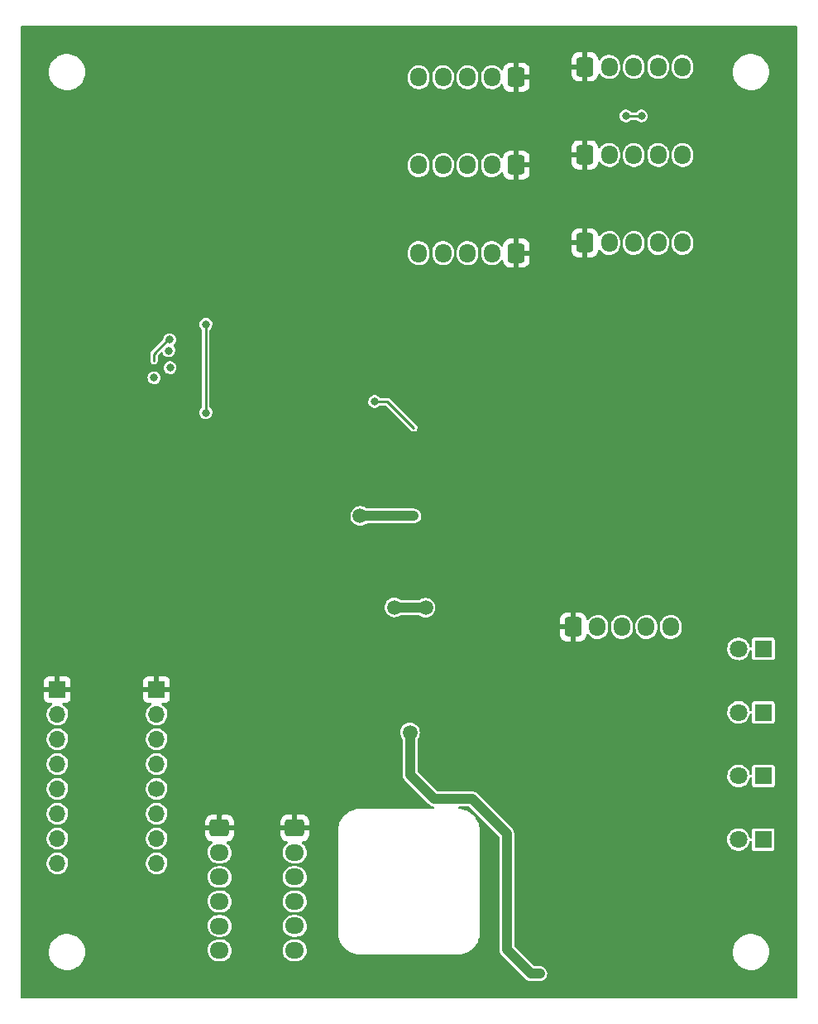
<source format=gbl>
%TF.GenerationSoftware,KiCad,Pcbnew,(6.0.8)*%
%TF.CreationDate,2023-12-15T22:11:56-05:00*%
%TF.ProjectId,main_pcb,6d61696e-5f70-4636-922e-6b696361645f,rev?*%
%TF.SameCoordinates,Original*%
%TF.FileFunction,Copper,L2,Bot*%
%TF.FilePolarity,Positive*%
%FSLAX46Y46*%
G04 Gerber Fmt 4.6, Leading zero omitted, Abs format (unit mm)*
G04 Created by KiCad (PCBNEW (6.0.8)) date 2023-12-15 22:11:56*
%MOMM*%
%LPD*%
G01*
G04 APERTURE LIST*
G04 Aperture macros list*
%AMRoundRect*
0 Rectangle with rounded corners*
0 $1 Rounding radius*
0 $2 $3 $4 $5 $6 $7 $8 $9 X,Y pos of 4 corners*
0 Add a 4 corners polygon primitive as box body*
4,1,4,$2,$3,$4,$5,$6,$7,$8,$9,$2,$3,0*
0 Add four circle primitives for the rounded corners*
1,1,$1+$1,$2,$3*
1,1,$1+$1,$4,$5*
1,1,$1+$1,$6,$7*
1,1,$1+$1,$8,$9*
0 Add four rect primitives between the rounded corners*
20,1,$1+$1,$2,$3,$4,$5,0*
20,1,$1+$1,$4,$5,$6,$7,0*
20,1,$1+$1,$6,$7,$8,$9,0*
20,1,$1+$1,$8,$9,$2,$3,0*%
G04 Aperture macros list end*
%TA.AperFunction,ComponentPad*%
%ADD10R,1.800000X1.800000*%
%TD*%
%TA.AperFunction,ComponentPad*%
%ADD11C,1.800000*%
%TD*%
%TA.AperFunction,ComponentPad*%
%ADD12RoundRect,0.250000X-0.600000X-0.725000X0.600000X-0.725000X0.600000X0.725000X-0.600000X0.725000X0*%
%TD*%
%TA.AperFunction,ComponentPad*%
%ADD13O,1.700000X1.950000*%
%TD*%
%TA.AperFunction,ComponentPad*%
%ADD14R,1.700000X1.700000*%
%TD*%
%TA.AperFunction,ComponentPad*%
%ADD15O,1.700000X1.700000*%
%TD*%
%TA.AperFunction,ComponentPad*%
%ADD16C,1.700000*%
%TD*%
%TA.AperFunction,ComponentPad*%
%ADD17RoundRect,0.250000X0.600000X0.725000X-0.600000X0.725000X-0.600000X-0.725000X0.600000X-0.725000X0*%
%TD*%
%TA.AperFunction,ComponentPad*%
%ADD18RoundRect,0.250000X-0.725000X0.600000X-0.725000X-0.600000X0.725000X-0.600000X0.725000X0.600000X0*%
%TD*%
%TA.AperFunction,ComponentPad*%
%ADD19O,1.950000X1.700000*%
%TD*%
%TA.AperFunction,ViaPad*%
%ADD20C,0.800000*%
%TD*%
%TA.AperFunction,ViaPad*%
%ADD21C,1.500000*%
%TD*%
%TA.AperFunction,Conductor*%
%ADD22C,0.254000*%
%TD*%
%TA.AperFunction,Conductor*%
%ADD23C,1.016000*%
%TD*%
%TA.AperFunction,Conductor*%
%ADD24C,0.250000*%
%TD*%
G04 APERTURE END LIST*
D10*
%TO.P,D8,1,K*%
%TO.N,Net-(D8-Pad1)*%
X126275000Y-114000000D03*
D11*
%TO.P,D8,2,A*%
%TO.N,/microcontroller/LED3*%
X123735000Y-114000000D03*
%TD*%
D12*
%TO.P,J3,1,Pin_1*%
%TO.N,GND*%
X108000000Y-72475000D03*
D13*
%TO.P,J3,2,Pin_2*%
%TO.N,/microcontroller/SDA2*%
X110500000Y-72475000D03*
%TO.P,J3,3,Pin_3*%
%TO.N,/microcontroller/SCL2*%
X113000000Y-72475000D03*
%TO.P,J3,4,Pin_4*%
%TO.N,/microcontroller/LCS3*%
X115500000Y-72475000D03*
%TO.P,J3,5,Pin_5*%
%TO.N,+3V3*%
X118000000Y-72475000D03*
%TD*%
D12*
%TO.P,J1,1,Pin_1*%
%TO.N,GND*%
X108000000Y-54475000D03*
D13*
%TO.P,J1,2,Pin_2*%
%TO.N,/microcontroller/SDA2*%
X110500000Y-54475000D03*
%TO.P,J1,3,Pin_3*%
%TO.N,/microcontroller/SCL2*%
X113000000Y-54475000D03*
%TO.P,J1,4,Pin_4*%
%TO.N,/microcontroller/LCS1*%
X115500000Y-54475000D03*
%TO.P,J1,5,Pin_5*%
%TO.N,+3V3*%
X118000000Y-54475000D03*
%TD*%
D10*
%TO.P,D5,1,K*%
%TO.N,Net-(D5-Pad1)*%
X126250000Y-133500000D03*
D11*
%TO.P,D5,2,A*%
%TO.N,/microcontroller/LED0*%
X123710000Y-133500000D03*
%TD*%
D14*
%TO.P,U3,1,GND0*%
%TO.N,GND*%
X54009000Y-118157000D03*
D15*
%TO.P,U3,2,VIN*%
%TO.N,+BATT*%
X54009000Y-120697000D03*
%TO.P,U3,3,BOUT1*%
%TO.N,/microcontroller/BOUT1*%
X54009000Y-123237000D03*
%TO.P,U3,4,BOUT2*%
%TO.N,/microcontroller/BOUT2*%
X54009000Y-125777000D03*
%TO.P,U3,5,AOUT2*%
%TO.N,/microcontroller/AOUT2*%
X54009000Y-128317000D03*
%TO.P,U3,6,AOUT1*%
%TO.N,/microcontroller/AOUT1*%
X54009000Y-130857000D03*
%TO.P,U3,7,AISEN*%
%TO.N,unconnected-(U3-Pad7)*%
X54009000Y-133397000D03*
%TO.P,U3,8,BISEN*%
%TO.N,unconnected-(U3-Pad8)*%
X54009000Y-135937000D03*
%TO.P,U3,9,~{FLT}*%
%TO.N,unconnected-(U3-Pad9)*%
X64169000Y-135937000D03*
%TO.P,U3,10,~{SLP}*%
%TO.N,unconnected-(U3-Pad10)*%
X64169000Y-133397000D03*
%TO.P,U3,11,AIN1*%
%TO.N,/microcontroller/AIN1*%
X64169000Y-130857000D03*
D16*
%TO.P,U3,12,AIN2*%
%TO.N,/microcontroller/AIN2*%
X64169000Y-128317000D03*
D15*
%TO.P,U3,13,BIN2*%
%TO.N,/microcontroller/BIN2*%
X64169000Y-125777000D03*
%TO.P,U3,14,BIN1*%
%TO.N,/microcontroller/BIN1*%
X64169000Y-123237000D03*
%TO.P,U3,15,VMM*%
%TO.N,unconnected-(U3-Pad15)*%
X64169000Y-120697000D03*
D14*
%TO.P,U3,16,GND1*%
%TO.N,GND*%
X64169000Y-118157000D03*
%TD*%
D10*
%TO.P,D7,1,K*%
%TO.N,Net-(D7-Pad1)*%
X126275000Y-120500000D03*
D11*
%TO.P,D7,2,A*%
%TO.N,/microcontroller/LED2*%
X123735000Y-120500000D03*
%TD*%
D17*
%TO.P,J4,1,Pin_1*%
%TO.N,GND*%
X101000000Y-73525000D03*
D13*
%TO.P,J4,2,Pin_2*%
%TO.N,/microcontroller/SDA2*%
X98500000Y-73525000D03*
%TO.P,J4,3,Pin_3*%
%TO.N,/microcontroller/SCL2*%
X96000000Y-73525000D03*
%TO.P,J4,4,Pin_4*%
%TO.N,/microcontroller/LCS4*%
X93500000Y-73525000D03*
%TO.P,J4,5,Pin_5*%
%TO.N,+3V3*%
X91000000Y-73525000D03*
%TD*%
D18*
%TO.P,J10,1,Pin_1*%
%TO.N,GND*%
X70612000Y-132334000D03*
D19*
%TO.P,J10,2,Pin_2*%
%TO.N,/microcontroller/BEQ2*%
X70612000Y-134834000D03*
%TO.P,J10,3,Pin_3*%
%TO.N,/microcontroller/BEQ1*%
X70612000Y-137334000D03*
%TO.P,J10,4,Pin_4*%
%TO.N,+3V3*%
X70612000Y-139834000D03*
%TO.P,J10,5,Pin_5*%
%TO.N,/microcontroller/BOUT1*%
X70612000Y-142334000D03*
%TO.P,J10,6,Pin_6*%
%TO.N,/microcontroller/BOUT2*%
X70612000Y-144834000D03*
%TD*%
D17*
%TO.P,J5,1,Pin_1*%
%TO.N,GND*%
X101000000Y-64525000D03*
D13*
%TO.P,J5,2,Pin_2*%
%TO.N,/microcontroller/SDA2*%
X98500000Y-64525000D03*
%TO.P,J5,3,Pin_3*%
%TO.N,/microcontroller/SCL2*%
X96000000Y-64525000D03*
%TO.P,J5,4,Pin_4*%
%TO.N,/microcontroller/LCS5*%
X93500000Y-64525000D03*
%TO.P,J5,5,Pin_5*%
%TO.N,+3V3*%
X91000000Y-64525000D03*
%TD*%
D17*
%TO.P,J6,1,Pin_1*%
%TO.N,GND*%
X101000000Y-55525000D03*
D13*
%TO.P,J6,2,Pin_2*%
%TO.N,/microcontroller/SDA2*%
X98500000Y-55525000D03*
%TO.P,J6,3,Pin_3*%
%TO.N,/microcontroller/SCL2*%
X96000000Y-55525000D03*
%TO.P,J6,4,Pin_4*%
%TO.N,/microcontroller/LCS6*%
X93500000Y-55525000D03*
%TO.P,J6,5,Pin_5*%
%TO.N,+3V3*%
X91000000Y-55525000D03*
%TD*%
D12*
%TO.P,J7,1,Pin_1*%
%TO.N,GND*%
X106800000Y-111760000D03*
D13*
%TO.P,J7,2,Pin_2*%
%TO.N,/microcontroller/SDA2*%
X109300000Y-111760000D03*
%TO.P,J7,3,Pin_3*%
%TO.N,/microcontroller/SCL2*%
X111800000Y-111760000D03*
%TO.P,J7,4,Pin_4*%
%TO.N,/microcontroller/LCS7*%
X114300000Y-111760000D03*
%TO.P,J7,5,Pin_5*%
%TO.N,+3V3*%
X116800000Y-111760000D03*
%TD*%
D10*
%TO.P,D6,1,K*%
%TO.N,Net-(D6-Pad1)*%
X126275000Y-127000000D03*
D11*
%TO.P,D6,2,A*%
%TO.N,/microcontroller/LED1*%
X123735000Y-127000000D03*
%TD*%
D12*
%TO.P,J2,1,Pin_1*%
%TO.N,GND*%
X108000000Y-63475000D03*
D13*
%TO.P,J2,2,Pin_2*%
%TO.N,/microcontroller/SDA2*%
X110500000Y-63475000D03*
%TO.P,J2,3,Pin_3*%
%TO.N,/microcontroller/SCL2*%
X113000000Y-63475000D03*
%TO.P,J2,4,Pin_4*%
%TO.N,/microcontroller/LCS2*%
X115500000Y-63475000D03*
%TO.P,J2,5,Pin_5*%
%TO.N,+3V3*%
X118000000Y-63475000D03*
%TD*%
D18*
%TO.P,J8,1,Pin_1*%
%TO.N,GND*%
X78299800Y-132332400D03*
D19*
%TO.P,J8,2,Pin_2*%
%TO.N,/microcontroller/AEQ2*%
X78299800Y-134832400D03*
%TO.P,J8,3,Pin_3*%
%TO.N,/microcontroller/AEQ1*%
X78299800Y-137332400D03*
%TO.P,J8,4,Pin_4*%
%TO.N,+3V3*%
X78299800Y-139832400D03*
%TO.P,J8,5,Pin_5*%
%TO.N,/microcontroller/AOUT2*%
X78299800Y-142332400D03*
%TO.P,J8,6,Pin_6*%
%TO.N,/microcontroller/AOUT1*%
X78299800Y-144832400D03*
%TD*%
D20*
%TO.N,*%
X65543000Y-85243000D03*
X65500000Y-82381000D03*
X63892000Y-86262500D03*
X69212500Y-80800000D03*
D21*
X85000000Y-100406001D03*
D20*
X65400000Y-83500000D03*
X86492500Y-88700000D03*
X69212500Y-89841500D03*
D21*
X90100000Y-122550000D03*
D20*
%TO.N,GND*%
X105500000Y-126800000D03*
X66200000Y-138150000D03*
X69500000Y-64000000D03*
X82900000Y-121300000D03*
X51500000Y-51500000D03*
X60800000Y-147300000D03*
X57300000Y-97600000D03*
X99350000Y-60400000D03*
X112900000Y-107900000D03*
X120800000Y-111900000D03*
X98000000Y-127500000D03*
X57300000Y-69700000D03*
X108600000Y-120300000D03*
X77200000Y-115200000D03*
X98250000Y-137500000D03*
X80800000Y-100070000D03*
X128800000Y-106400000D03*
X101250000Y-135750000D03*
X55100000Y-104100000D03*
X65000000Y-112000000D03*
X71600000Y-103100000D03*
X85750000Y-92250000D03*
X51700000Y-127100000D03*
X58500000Y-66700000D03*
X110800000Y-147400000D03*
X83300000Y-60700000D03*
X107000000Y-103900000D03*
X85400000Y-104600000D03*
X116700000Y-128100000D03*
X101400000Y-97700000D03*
X82000000Y-103070000D03*
X65000000Y-79500000D03*
X51250000Y-148750000D03*
X120000000Y-68300000D03*
X101200000Y-91100000D03*
X104900000Y-79600000D03*
X120900000Y-122100000D03*
X79200000Y-83800000D03*
X58500000Y-69700000D03*
X128200000Y-123800000D03*
X128750000Y-51250000D03*
X65100000Y-102700000D03*
X58500000Y-68200000D03*
X60600000Y-102800000D03*
X55100000Y-94100000D03*
X89000000Y-86900000D03*
X80800000Y-101570000D03*
X55800000Y-97600000D03*
X117850000Y-87000000D03*
X72500000Y-107000000D03*
X51700000Y-134700000D03*
X116600000Y-132900000D03*
X106426000Y-138430000D03*
X77200000Y-112200000D03*
X60600000Y-104300000D03*
X76700000Y-109600000D03*
X57300000Y-96400000D03*
X77200000Y-113700000D03*
X91750000Y-111500000D03*
X68950000Y-138400000D03*
X128800000Y-88600000D03*
X79200000Y-146900000D03*
X66250000Y-127000000D03*
X83300000Y-64200000D03*
X72800000Y-101600000D03*
X80500000Y-108000000D03*
X116250000Y-141250000D03*
X85800000Y-87200000D03*
X82700000Y-144800000D03*
X112100000Y-81200000D03*
X54600000Y-138400000D03*
X66300000Y-121900000D03*
X90500000Y-51250000D03*
X59400000Y-105800000D03*
X78400000Y-113700000D03*
X82500000Y-127000000D03*
X107000000Y-95900000D03*
X120800000Y-140900000D03*
X105537000Y-100838000D03*
X120800000Y-115400000D03*
X104500000Y-58500000D03*
X113400000Y-148900000D03*
X104600000Y-68400000D03*
X110800000Y-127000000D03*
X59500000Y-108300000D03*
X92000000Y-87700000D03*
X106000000Y-147300000D03*
X109650000Y-60400000D03*
X62400000Y-94400000D03*
X128750000Y-148750000D03*
X127127000Y-117221000D03*
X101250000Y-131750000D03*
X60600000Y-125000000D03*
X67310000Y-94869000D03*
X119900000Y-53500000D03*
X123000000Y-109500000D03*
X83300000Y-62500000D03*
X82000000Y-101570000D03*
X98250000Y-133750000D03*
X108500000Y-83000000D03*
X72800000Y-100100000D03*
X92500000Y-122500000D03*
X109474000Y-131826000D03*
X78400000Y-115200000D03*
X63500000Y-79500000D03*
X89100000Y-93500000D03*
X71750000Y-109500000D03*
X123000000Y-139700000D03*
X105400000Y-140900000D03*
X123000000Y-138000000D03*
X67818000Y-113538000D03*
X80800000Y-103070000D03*
X118000000Y-74550000D03*
X59400000Y-102800000D03*
X92000000Y-126500000D03*
X82500000Y-124750000D03*
X104500000Y-55200000D03*
X101200000Y-107900000D03*
X66250000Y-124750000D03*
X98000000Y-122250000D03*
X62600000Y-113800000D03*
X88500000Y-126500000D03*
X90600000Y-102500000D03*
X85900000Y-81200000D03*
X68850000Y-141100000D03*
X98000000Y-125000000D03*
X87300000Y-122500000D03*
X92300000Y-78000000D03*
X79200000Y-81250000D03*
X71200000Y-113600000D03*
X58800000Y-96400000D03*
X105283000Y-129540000D03*
X67300000Y-99300000D03*
X112900000Y-115700000D03*
X82000000Y-100070000D03*
X58800000Y-97600000D03*
X71600000Y-100100000D03*
X91900000Y-93200000D03*
X79200000Y-86500000D03*
X99250000Y-147750000D03*
X55800000Y-96400000D03*
X76900000Y-92400000D03*
X64150000Y-89750000D03*
X101400000Y-87800000D03*
X71600000Y-101600000D03*
X54600000Y-140600000D03*
X120700000Y-128400000D03*
X72800000Y-103100000D03*
X120900000Y-105200000D03*
X54700000Y-110300000D03*
X60600000Y-105800000D03*
X76800000Y-100500000D03*
X101200000Y-119500000D03*
X57600000Y-121900000D03*
X76800000Y-96100000D03*
X84800000Y-97400000D03*
X97200000Y-75600000D03*
X114900000Y-101700000D03*
X59400000Y-104300000D03*
X93000000Y-108200000D03*
X105537000Y-92456000D03*
X57300000Y-66700000D03*
X98000000Y-143250000D03*
X68600000Y-58700000D03*
X81200000Y-148900000D03*
X78400000Y-112200000D03*
X123000000Y-107800000D03*
X67375000Y-89850000D03*
X57300000Y-68200000D03*
D21*
%TO.N,+3V3*%
X88500000Y-109750000D03*
X91700000Y-109800000D03*
D20*
%TO.N,/microcontroller/SDA2*%
X112200000Y-59500000D03*
X113800000Y-59500000D03*
%TD*%
D22*
%TO.N,*%
X65248500Y-82381000D02*
X65500000Y-82381000D01*
D23*
X100000000Y-144750000D02*
X102460000Y-147210000D01*
X90484000Y-100406000D02*
X85000000Y-100406001D01*
D24*
X65347005Y-82381000D02*
X65500000Y-82381000D01*
X63892000Y-84537500D02*
X63892000Y-83836005D01*
D23*
X92600000Y-129350000D02*
X96450000Y-129350000D01*
D22*
X69212500Y-89841500D02*
X69212500Y-80800000D01*
D23*
X100000000Y-132900000D02*
X100000000Y-144750000D01*
X102460000Y-147210000D02*
X103380000Y-147210000D01*
D22*
X90484000Y-91406000D02*
X87778000Y-88700000D01*
D23*
X90100000Y-126850000D02*
X92600000Y-129350000D01*
D22*
X87778000Y-88700000D02*
X86492500Y-88700000D01*
D24*
X63892000Y-83836005D02*
X65347005Y-82381000D01*
D23*
X96450000Y-129350000D02*
X100000000Y-132900000D01*
X90100000Y-122550000D02*
X90100000Y-126850000D01*
%TO.N,+3V3*%
X88590000Y-109840000D02*
X88500000Y-109750000D01*
X91700000Y-109800000D02*
X88550000Y-109800000D01*
X88550000Y-109800000D02*
X88500000Y-109750000D01*
D22*
%TO.N,/microcontroller/SDA2*%
X113800000Y-59500000D02*
X112200000Y-59500000D01*
%TD*%
%TA.AperFunction,Conductor*%
%TO.N,GND*%
G36*
X129687621Y-50274502D02*
G01*
X129734114Y-50328158D01*
X129745500Y-50380500D01*
X129745500Y-149619500D01*
X129725498Y-149687621D01*
X129671842Y-149734114D01*
X129619500Y-149745500D01*
X50380500Y-149745500D01*
X50312379Y-149725498D01*
X50265886Y-149671842D01*
X50254500Y-149619500D01*
X50254500Y-145042186D01*
X53141018Y-145042186D01*
X53166579Y-145310100D01*
X53167664Y-145314534D01*
X53167665Y-145314540D01*
X53209665Y-145486180D01*
X53230547Y-145571518D01*
X53331583Y-145820963D01*
X53467569Y-146053210D01*
X53635658Y-146263395D01*
X53832327Y-146447113D01*
X54053457Y-146600516D01*
X54294416Y-146720391D01*
X54298750Y-146721812D01*
X54298753Y-146721813D01*
X54545823Y-146802807D01*
X54545829Y-146802808D01*
X54550156Y-146804227D01*
X54554647Y-146805007D01*
X54554648Y-146805007D01*
X54811538Y-146849611D01*
X54811546Y-146849612D01*
X54815319Y-146850267D01*
X54819156Y-146850458D01*
X54898777Y-146854422D01*
X54898785Y-146854422D01*
X54900348Y-146854500D01*
X55068374Y-146854500D01*
X55070642Y-146854335D01*
X55070654Y-146854335D01*
X55201457Y-146844844D01*
X55268425Y-146839985D01*
X55272880Y-146839001D01*
X55272883Y-146839001D01*
X55526770Y-146782947D01*
X55526772Y-146782946D01*
X55531226Y-146781963D01*
X55782900Y-146686613D01*
X56018172Y-146555931D01*
X56099603Y-146493785D01*
X56228491Y-146395421D01*
X56228495Y-146395417D01*
X56232116Y-146392654D01*
X56420249Y-146200203D01*
X56527242Y-146053210D01*
X56575942Y-145986304D01*
X56575947Y-145986297D01*
X56578630Y-145982610D01*
X56703941Y-145744433D01*
X56793557Y-145490662D01*
X56818688Y-145363156D01*
X56844720Y-145231083D01*
X56844721Y-145231077D01*
X56845601Y-145226611D01*
X56845828Y-145222055D01*
X56858755Y-144962383D01*
X56858755Y-144962377D01*
X56858982Y-144957814D01*
X56841998Y-144779800D01*
X69378801Y-144779800D01*
X69388545Y-144990333D01*
X69389949Y-144996158D01*
X69436133Y-145187793D01*
X69437924Y-145195226D01*
X69440406Y-145200684D01*
X69440407Y-145200688D01*
X69481109Y-145290206D01*
X69525157Y-145387084D01*
X69647096Y-145558986D01*
X69799340Y-145704728D01*
X69804375Y-145707979D01*
X69971360Y-145815800D01*
X69971363Y-145815801D01*
X69976397Y-145819052D01*
X70171878Y-145897834D01*
X70286495Y-145920217D01*
X70374283Y-145937361D01*
X70374286Y-145937361D01*
X70378729Y-145938229D01*
X70384270Y-145938500D01*
X70789659Y-145938500D01*
X70946806Y-145923507D01*
X71039771Y-145896234D01*
X71143278Y-145865868D01*
X71149042Y-145864177D01*
X71235411Y-145819694D01*
X71331079Y-145770422D01*
X71331082Y-145770420D01*
X71336410Y-145767676D01*
X71412408Y-145707979D01*
X71497432Y-145641192D01*
X71497436Y-145641188D01*
X71502149Y-145637486D01*
X71555722Y-145575749D01*
X71636350Y-145482835D01*
X71636354Y-145482830D01*
X71640281Y-145478304D01*
X71745819Y-145295874D01*
X71814957Y-145096778D01*
X71818902Y-145069575D01*
X71844338Y-144894140D01*
X71844338Y-144894137D01*
X71845199Y-144888200D01*
X71840108Y-144778200D01*
X77066601Y-144778200D01*
X77076345Y-144988733D01*
X77125724Y-145193626D01*
X77128206Y-145199084D01*
X77128207Y-145199088D01*
X77154568Y-145257065D01*
X77212957Y-145385484D01*
X77334896Y-145557386D01*
X77487140Y-145703128D01*
X77492175Y-145706379D01*
X77659160Y-145814200D01*
X77659163Y-145814201D01*
X77664197Y-145817452D01*
X77669760Y-145819694D01*
X77761938Y-145856843D01*
X77859678Y-145896234D01*
X77982488Y-145920217D01*
X78062083Y-145935761D01*
X78062086Y-145935761D01*
X78066529Y-145936629D01*
X78072070Y-145936900D01*
X78477459Y-145936900D01*
X78634606Y-145921907D01*
X78836842Y-145862577D01*
X78921351Y-145819052D01*
X79018879Y-145768822D01*
X79018882Y-145768820D01*
X79024210Y-145766076D01*
X79100208Y-145706379D01*
X79185232Y-145639592D01*
X79185236Y-145639588D01*
X79189949Y-145635886D01*
X79242134Y-145575749D01*
X79324150Y-145481235D01*
X79324154Y-145481230D01*
X79328081Y-145476704D01*
X79433619Y-145294274D01*
X79502757Y-145095178D01*
X79506470Y-145069575D01*
X79532138Y-144892540D01*
X79532138Y-144892537D01*
X79532999Y-144886600D01*
X79523255Y-144676067D01*
X79499033Y-144575558D01*
X79475282Y-144477007D01*
X79475281Y-144477005D01*
X79473876Y-144471174D01*
X79452542Y-144424251D01*
X79419284Y-144351106D01*
X79386643Y-144279316D01*
X79264704Y-144107414D01*
X79112460Y-143961672D01*
X79010718Y-143895978D01*
X78940440Y-143850600D01*
X78940437Y-143850599D01*
X78935403Y-143847348D01*
X78739922Y-143768566D01*
X78605539Y-143742323D01*
X78537517Y-143729039D01*
X78537514Y-143729039D01*
X78533071Y-143728171D01*
X78527530Y-143727900D01*
X78122141Y-143727900D01*
X77964994Y-143742893D01*
X77959234Y-143744583D01*
X77959233Y-143744583D01*
X77869841Y-143770808D01*
X77762758Y-143802223D01*
X77757419Y-143804973D01*
X77580721Y-143895978D01*
X77580718Y-143895980D01*
X77575390Y-143898724D01*
X77570675Y-143902428D01*
X77414368Y-144025208D01*
X77414364Y-144025212D01*
X77409651Y-144028914D01*
X77405720Y-144033444D01*
X77405719Y-144033445D01*
X77275450Y-144183565D01*
X77275446Y-144183570D01*
X77271519Y-144188096D01*
X77165981Y-144370526D01*
X77096843Y-144569622D01*
X77095983Y-144575555D01*
X77095982Y-144575558D01*
X77072065Y-144740514D01*
X77066601Y-144778200D01*
X71840108Y-144778200D01*
X71835455Y-144677667D01*
X71813789Y-144587763D01*
X71787482Y-144478607D01*
X71787481Y-144478605D01*
X71786076Y-144472774D01*
X71782866Y-144465712D01*
X71701323Y-144286371D01*
X71698843Y-144280916D01*
X71576904Y-144109014D01*
X71424660Y-143963272D01*
X71320440Y-143895978D01*
X71252640Y-143852200D01*
X71252637Y-143852199D01*
X71247603Y-143848948D01*
X71052122Y-143770166D01*
X70909546Y-143742323D01*
X70849717Y-143730639D01*
X70849714Y-143730639D01*
X70845271Y-143729771D01*
X70839730Y-143729500D01*
X70434341Y-143729500D01*
X70277194Y-143744493D01*
X70074958Y-143803823D01*
X70069619Y-143806573D01*
X69892921Y-143897578D01*
X69892918Y-143897580D01*
X69887590Y-143900324D01*
X69882875Y-143904028D01*
X69726568Y-144026808D01*
X69726564Y-144026812D01*
X69721851Y-144030514D01*
X69717920Y-144035044D01*
X69717919Y-144035045D01*
X69587650Y-144185165D01*
X69587646Y-144185170D01*
X69583719Y-144189696D01*
X69478181Y-144372126D01*
X69409043Y-144571222D01*
X69408183Y-144577155D01*
X69408182Y-144577158D01*
X69379662Y-144773860D01*
X69378801Y-144779800D01*
X56841998Y-144779800D01*
X56833421Y-144689900D01*
X56831894Y-144683656D01*
X56770539Y-144432920D01*
X56769453Y-144428482D01*
X56668417Y-144179037D01*
X56532431Y-143946790D01*
X56370650Y-143744493D01*
X56367194Y-143740171D01*
X56367193Y-143740169D01*
X56364342Y-143736605D01*
X56167673Y-143552887D01*
X55946543Y-143399484D01*
X55705584Y-143279609D01*
X55701250Y-143278188D01*
X55701247Y-143278187D01*
X55454177Y-143197193D01*
X55454171Y-143197192D01*
X55449844Y-143195773D01*
X55445352Y-143194993D01*
X55188462Y-143150389D01*
X55188454Y-143150388D01*
X55184681Y-143149733D01*
X55174718Y-143149237D01*
X55101223Y-143145578D01*
X55101215Y-143145578D01*
X55099652Y-143145500D01*
X54931626Y-143145500D01*
X54929358Y-143145665D01*
X54929346Y-143145665D01*
X54798543Y-143155156D01*
X54731575Y-143160015D01*
X54727120Y-143160999D01*
X54727117Y-143160999D01*
X54473230Y-143217053D01*
X54473228Y-143217054D01*
X54468774Y-143218037D01*
X54217100Y-143313387D01*
X54213114Y-143315601D01*
X54213112Y-143315602D01*
X53993905Y-143437361D01*
X53981828Y-143444069D01*
X53978196Y-143446841D01*
X53771509Y-143604579D01*
X53771505Y-143604583D01*
X53767884Y-143607346D01*
X53579751Y-143799797D01*
X53577066Y-143803486D01*
X53424058Y-144013696D01*
X53424053Y-144013703D01*
X53421370Y-144017390D01*
X53296059Y-144255567D01*
X53206443Y-144509338D01*
X53195362Y-144565558D01*
X53160879Y-144740514D01*
X53154399Y-144773389D01*
X53154172Y-144777942D01*
X53154172Y-144777945D01*
X53143045Y-145001471D01*
X53141018Y-145042186D01*
X50254500Y-145042186D01*
X50254500Y-142279800D01*
X69378801Y-142279800D01*
X69388545Y-142490333D01*
X69389949Y-142496158D01*
X69436133Y-142687793D01*
X69437924Y-142695226D01*
X69440406Y-142700684D01*
X69440407Y-142700688D01*
X69481109Y-142790206D01*
X69525157Y-142887084D01*
X69647096Y-143058986D01*
X69799340Y-143204728D01*
X69804375Y-143207979D01*
X69971360Y-143315800D01*
X69971363Y-143315801D01*
X69976397Y-143319052D01*
X70171878Y-143397834D01*
X70286495Y-143420217D01*
X70374283Y-143437361D01*
X70374286Y-143437361D01*
X70378729Y-143438229D01*
X70384270Y-143438500D01*
X70789659Y-143438500D01*
X70946806Y-143423507D01*
X71028693Y-143399484D01*
X71143278Y-143365868D01*
X71149042Y-143364177D01*
X71235411Y-143319694D01*
X71331079Y-143270422D01*
X71331082Y-143270420D01*
X71336410Y-143267676D01*
X71412408Y-143207979D01*
X71497432Y-143141192D01*
X71497436Y-143141188D01*
X71502149Y-143137486D01*
X71566674Y-143063128D01*
X71636350Y-142982835D01*
X71636354Y-142982830D01*
X71640281Y-142978304D01*
X71745819Y-142795874D01*
X71814957Y-142596778D01*
X71845199Y-142388200D01*
X71840108Y-142278200D01*
X77066601Y-142278200D01*
X77076345Y-142488733D01*
X77125724Y-142693626D01*
X77128206Y-142699084D01*
X77128207Y-142699088D01*
X77168909Y-142788606D01*
X77212957Y-142885484D01*
X77334896Y-143057386D01*
X77487140Y-143203128D01*
X77492175Y-143206379D01*
X77659160Y-143314200D01*
X77659163Y-143314201D01*
X77664197Y-143317452D01*
X77859678Y-143396234D01*
X77982488Y-143420217D01*
X78062083Y-143435761D01*
X78062086Y-143435761D01*
X78066529Y-143436629D01*
X78072070Y-143436900D01*
X78477459Y-143436900D01*
X78634606Y-143421907D01*
X78711039Y-143399484D01*
X78831078Y-143364268D01*
X78836842Y-143362577D01*
X78921351Y-143319052D01*
X79018879Y-143268822D01*
X79018882Y-143268820D01*
X79024210Y-143266076D01*
X79100208Y-143206379D01*
X79185232Y-143139592D01*
X79185236Y-143139588D01*
X79189949Y-143135886D01*
X79256680Y-143058986D01*
X79307866Y-143000000D01*
X82740514Y-143000000D01*
X82741757Y-143006249D01*
X82742337Y-143015837D01*
X82757571Y-143267676D01*
X82757847Y-143272247D01*
X82774190Y-143361427D01*
X82798075Y-143491764D01*
X82807010Y-143540523D01*
X82888153Y-143800918D01*
X82889714Y-143804387D01*
X82889715Y-143804389D01*
X82955580Y-143950735D01*
X83000090Y-144049634D01*
X83002055Y-144052885D01*
X83002060Y-144052894D01*
X83087900Y-144194889D01*
X83141191Y-144283043D01*
X83143532Y-144286031D01*
X83143534Y-144286034D01*
X83288582Y-144471174D01*
X83309398Y-144497743D01*
X83502257Y-144690602D01*
X83505257Y-144692952D01*
X83505260Y-144692955D01*
X83676693Y-144827264D01*
X83716957Y-144858809D01*
X83720211Y-144860776D01*
X83947106Y-144997940D01*
X83947115Y-144997945D01*
X83950366Y-144999910D01*
X83953831Y-145001470D01*
X83953834Y-145001471D01*
X84195611Y-145110285D01*
X84199082Y-145111847D01*
X84459477Y-145192990D01*
X84463222Y-145193676D01*
X84463229Y-145193678D01*
X84615494Y-145221581D01*
X84727753Y-145242153D01*
X84731545Y-145242382D01*
X84731550Y-145242383D01*
X84838547Y-145248855D01*
X84993751Y-145258243D01*
X85000000Y-145259486D01*
X85012897Y-145256921D01*
X85037476Y-145254500D01*
X94962524Y-145254500D01*
X94987103Y-145256921D01*
X95000000Y-145259486D01*
X95006249Y-145258243D01*
X95015837Y-145257663D01*
X95025724Y-145257065D01*
X95037182Y-145256372D01*
X95268450Y-145242383D01*
X95268455Y-145242382D01*
X95272247Y-145242153D01*
X95384506Y-145221581D01*
X95536771Y-145193678D01*
X95536778Y-145193676D01*
X95540523Y-145192990D01*
X95800918Y-145111847D01*
X95804389Y-145110285D01*
X96046166Y-145001471D01*
X96046169Y-145001470D01*
X96049634Y-144999910D01*
X96052885Y-144997945D01*
X96052894Y-144997940D01*
X96279789Y-144860776D01*
X96283043Y-144858809D01*
X96323308Y-144827264D01*
X96494740Y-144692955D01*
X96494743Y-144692952D01*
X96497743Y-144690602D01*
X96690602Y-144497743D01*
X96711418Y-144471174D01*
X96856466Y-144286034D01*
X96856468Y-144286031D01*
X96858809Y-144283043D01*
X96912100Y-144194889D01*
X96997940Y-144052894D01*
X96997945Y-144052885D01*
X96999910Y-144049634D01*
X97044421Y-143950735D01*
X97110285Y-143804389D01*
X97110286Y-143804387D01*
X97111847Y-143800918D01*
X97192990Y-143540523D01*
X97201926Y-143491764D01*
X97225810Y-143361427D01*
X97242153Y-143272247D01*
X97242430Y-143267676D01*
X97255053Y-143058986D01*
X97258243Y-143006249D01*
X97259486Y-143000000D01*
X97256921Y-142987103D01*
X97254500Y-142962524D01*
X97254500Y-132651693D01*
X97256921Y-132627110D01*
X97257065Y-132626386D01*
X97259486Y-132614216D01*
X97258223Y-132607866D01*
X97257377Y-132593865D01*
X97242371Y-132345766D01*
X97242370Y-132345760D01*
X97242141Y-132341969D01*
X97192979Y-132073693D01*
X97191844Y-132070048D01*
X97112973Y-131816936D01*
X97112971Y-131816930D01*
X97111839Y-131813298D01*
X97092869Y-131771147D01*
X97008998Y-131584794D01*
X96999902Y-131564583D01*
X96858803Y-131331173D01*
X96798963Y-131254792D01*
X96692953Y-131119480D01*
X96692951Y-131119478D01*
X96690597Y-131116473D01*
X96497739Y-130923613D01*
X96494749Y-130921271D01*
X96494744Y-130921266D01*
X96286031Y-130757749D01*
X96286028Y-130757747D01*
X96283040Y-130755406D01*
X96126234Y-130660613D01*
X96052892Y-130616276D01*
X96052888Y-130616274D01*
X96049631Y-130614305D01*
X95925273Y-130558336D01*
X95804392Y-130503931D01*
X95804386Y-130503929D01*
X95800916Y-130502367D01*
X95540522Y-130421225D01*
X95272246Y-130372061D01*
X95268454Y-130371832D01*
X95268449Y-130371831D01*
X95143447Y-130364270D01*
X95076658Y-130340191D01*
X95033490Y-130283827D01*
X95027648Y-130213071D01*
X95060986Y-130150389D01*
X95122921Y-130115681D01*
X95151055Y-130112500D01*
X96081972Y-130112500D01*
X96150093Y-130132502D01*
X96171067Y-130149405D01*
X99200595Y-133178933D01*
X99234621Y-133241245D01*
X99237500Y-133268028D01*
X99237500Y-144682624D01*
X99236067Y-144701574D01*
X99233876Y-144715973D01*
X99233876Y-144715979D01*
X99232776Y-144723208D01*
X99233369Y-144730500D01*
X99233369Y-144730503D01*
X99237085Y-144776183D01*
X99237500Y-144786398D01*
X99237500Y-144794525D01*
X99240811Y-144822924D01*
X99241238Y-144827244D01*
X99247191Y-144900426D01*
X99249447Y-144907388D01*
X99250643Y-144913376D01*
X99252051Y-144919333D01*
X99252899Y-144926607D01*
X99255397Y-144933489D01*
X99255398Y-144933493D01*
X99277945Y-144995607D01*
X99279355Y-144999711D01*
X99301987Y-145069575D01*
X99305787Y-145075838D01*
X99308325Y-145081380D01*
X99311067Y-145086856D01*
X99313566Y-145093741D01*
X99317581Y-145099865D01*
X99353815Y-145155132D01*
X99356130Y-145158800D01*
X99394227Y-145221581D01*
X99397941Y-145225786D01*
X99397943Y-145225789D01*
X99401667Y-145230005D01*
X99401638Y-145230031D01*
X99404238Y-145232962D01*
X99407042Y-145236316D01*
X99411054Y-145242435D01*
X99459793Y-145288606D01*
X99467586Y-145295988D01*
X99470028Y-145298366D01*
X101873190Y-147701528D01*
X101885577Y-147715941D01*
X101898546Y-147733564D01*
X101904129Y-147738307D01*
X101939055Y-147767979D01*
X101946571Y-147774909D01*
X101952315Y-147780653D01*
X101955189Y-147782927D01*
X101955196Y-147782933D01*
X101974711Y-147798372D01*
X101978115Y-147801163D01*
X102028472Y-147843945D01*
X102028476Y-147843948D01*
X102034051Y-147848684D01*
X102040566Y-147852011D01*
X102045636Y-147855392D01*
X102050858Y-147858617D01*
X102056600Y-147863160D01*
X102123112Y-147894246D01*
X102127006Y-147896149D01*
X102192404Y-147929543D01*
X102199521Y-147931284D01*
X102205239Y-147933411D01*
X102211045Y-147935342D01*
X102217679Y-147938443D01*
X102224847Y-147939934D01*
X102224850Y-147939935D01*
X102269867Y-147949299D01*
X102289539Y-147953391D01*
X102293797Y-147954354D01*
X102365112Y-147971804D01*
X102370718Y-147972152D01*
X102370719Y-147972152D01*
X102376330Y-147972500D01*
X102376328Y-147972539D01*
X102380229Y-147972772D01*
X102384588Y-147973161D01*
X102391756Y-147974652D01*
X102399073Y-147974454D01*
X102469577Y-147972546D01*
X102472986Y-147972500D01*
X103424525Y-147972500D01*
X103517402Y-147961672D01*
X103549335Y-147957949D01*
X103549337Y-147957949D01*
X103556607Y-147957101D01*
X103563484Y-147954605D01*
X103563487Y-147954604D01*
X103716862Y-147898931D01*
X103723741Y-147896434D01*
X103872435Y-147798946D01*
X103994714Y-147669865D01*
X104084019Y-147516116D01*
X104135558Y-147345946D01*
X104146568Y-147168484D01*
X104116457Y-146993249D01*
X104046841Y-146829641D01*
X103941454Y-146686436D01*
X103919358Y-146667664D01*
X103811528Y-146576055D01*
X103811524Y-146576052D01*
X103805949Y-146571316D01*
X103647596Y-146490457D01*
X103640491Y-146488718D01*
X103640487Y-146488717D01*
X103557896Y-146468508D01*
X103474888Y-146448196D01*
X103469286Y-146447848D01*
X103469283Y-146447848D01*
X103465609Y-146447620D01*
X103465599Y-146447620D01*
X103463670Y-146447500D01*
X102828028Y-146447500D01*
X102759907Y-146427498D01*
X102738933Y-146410595D01*
X101370524Y-145042186D01*
X123141018Y-145042186D01*
X123166579Y-145310100D01*
X123167664Y-145314534D01*
X123167665Y-145314540D01*
X123209665Y-145486180D01*
X123230547Y-145571518D01*
X123331583Y-145820963D01*
X123467569Y-146053210D01*
X123635658Y-146263395D01*
X123832327Y-146447113D01*
X124053457Y-146600516D01*
X124294416Y-146720391D01*
X124298750Y-146721812D01*
X124298753Y-146721813D01*
X124545823Y-146802807D01*
X124545829Y-146802808D01*
X124550156Y-146804227D01*
X124554647Y-146805007D01*
X124554648Y-146805007D01*
X124811538Y-146849611D01*
X124811546Y-146849612D01*
X124815319Y-146850267D01*
X124819156Y-146850458D01*
X124898777Y-146854422D01*
X124898785Y-146854422D01*
X124900348Y-146854500D01*
X125068374Y-146854500D01*
X125070642Y-146854335D01*
X125070654Y-146854335D01*
X125201457Y-146844844D01*
X125268425Y-146839985D01*
X125272880Y-146839001D01*
X125272883Y-146839001D01*
X125526770Y-146782947D01*
X125526772Y-146782946D01*
X125531226Y-146781963D01*
X125782900Y-146686613D01*
X126018172Y-146555931D01*
X126099603Y-146493785D01*
X126228491Y-146395421D01*
X126228495Y-146395417D01*
X126232116Y-146392654D01*
X126420249Y-146200203D01*
X126527242Y-146053210D01*
X126575942Y-145986304D01*
X126575947Y-145986297D01*
X126578630Y-145982610D01*
X126703941Y-145744433D01*
X126793557Y-145490662D01*
X126818688Y-145363156D01*
X126844720Y-145231083D01*
X126844721Y-145231077D01*
X126845601Y-145226611D01*
X126845828Y-145222055D01*
X126858755Y-144962383D01*
X126858755Y-144962377D01*
X126858982Y-144957814D01*
X126833421Y-144689900D01*
X126831894Y-144683656D01*
X126770539Y-144432920D01*
X126769453Y-144428482D01*
X126668417Y-144179037D01*
X126532431Y-143946790D01*
X126370650Y-143744493D01*
X126367194Y-143740171D01*
X126367193Y-143740169D01*
X126364342Y-143736605D01*
X126167673Y-143552887D01*
X125946543Y-143399484D01*
X125705584Y-143279609D01*
X125701250Y-143278188D01*
X125701247Y-143278187D01*
X125454177Y-143197193D01*
X125454171Y-143197192D01*
X125449844Y-143195773D01*
X125445352Y-143194993D01*
X125188462Y-143150389D01*
X125188454Y-143150388D01*
X125184681Y-143149733D01*
X125174718Y-143149237D01*
X125101223Y-143145578D01*
X125101215Y-143145578D01*
X125099652Y-143145500D01*
X124931626Y-143145500D01*
X124929358Y-143145665D01*
X124929346Y-143145665D01*
X124798543Y-143155156D01*
X124731575Y-143160015D01*
X124727120Y-143160999D01*
X124727117Y-143160999D01*
X124473230Y-143217053D01*
X124473228Y-143217054D01*
X124468774Y-143218037D01*
X124217100Y-143313387D01*
X124213114Y-143315601D01*
X124213112Y-143315602D01*
X123993905Y-143437361D01*
X123981828Y-143444069D01*
X123978196Y-143446841D01*
X123771509Y-143604579D01*
X123771505Y-143604583D01*
X123767884Y-143607346D01*
X123579751Y-143799797D01*
X123577066Y-143803486D01*
X123424058Y-144013696D01*
X123424053Y-144013703D01*
X123421370Y-144017390D01*
X123296059Y-144255567D01*
X123206443Y-144509338D01*
X123195362Y-144565558D01*
X123160879Y-144740514D01*
X123154399Y-144773389D01*
X123154172Y-144777942D01*
X123154172Y-144777945D01*
X123143045Y-145001471D01*
X123141018Y-145042186D01*
X101370524Y-145042186D01*
X100799405Y-144471067D01*
X100765379Y-144408755D01*
X100762500Y-144381972D01*
X100762500Y-133469649D01*
X122550951Y-133469649D01*
X122564829Y-133681377D01*
X122617058Y-133887031D01*
X122705890Y-134079723D01*
X122828350Y-134253000D01*
X122832484Y-134257027D01*
X122952655Y-134374092D01*
X122980337Y-134401059D01*
X122985133Y-134404264D01*
X122985136Y-134404266D01*
X123093112Y-134476413D01*
X123156760Y-134518941D01*
X123162063Y-134521219D01*
X123162066Y-134521221D01*
X123282976Y-134573168D01*
X123351711Y-134602699D01*
X123427750Y-134619905D01*
X123553025Y-134648252D01*
X123553030Y-134648253D01*
X123558662Y-134649527D01*
X123564433Y-134649754D01*
X123564435Y-134649754D01*
X123629911Y-134652326D01*
X123770681Y-134657857D01*
X123878974Y-134642155D01*
X123974953Y-134628239D01*
X123974958Y-134628238D01*
X123980667Y-134627410D01*
X123986131Y-134625555D01*
X123986136Y-134625554D01*
X124128706Y-134577158D01*
X124181589Y-134559207D01*
X124259221Y-134515731D01*
X124361670Y-134458357D01*
X124361674Y-134458354D01*
X124366717Y-134455530D01*
X124529852Y-134319852D01*
X124665530Y-134156717D01*
X124668354Y-134151674D01*
X124668357Y-134151670D01*
X124766383Y-133976632D01*
X124766384Y-133976630D01*
X124769207Y-133971589D01*
X124805357Y-133865092D01*
X124835554Y-133776136D01*
X124835555Y-133776131D01*
X124837410Y-133770667D01*
X124843611Y-133727900D01*
X124844805Y-133719667D01*
X124874376Y-133655121D01*
X124934148Y-133616809D01*
X125005144Y-133616895D01*
X125064824Y-133655350D01*
X125094240Y-133719966D01*
X125095501Y-133737743D01*
X125095501Y-134425066D01*
X125100393Y-134449662D01*
X125105714Y-134476413D01*
X125110266Y-134499301D01*
X125117161Y-134509620D01*
X125117162Y-134509622D01*
X125148407Y-134556383D01*
X125166516Y-134583484D01*
X125250699Y-134639734D01*
X125324933Y-134654500D01*
X126249850Y-134654500D01*
X127175066Y-134654499D01*
X127210818Y-134647388D01*
X127237126Y-134642156D01*
X127237128Y-134642155D01*
X127249301Y-134639734D01*
X127259621Y-134632839D01*
X127259622Y-134632838D01*
X127323168Y-134590377D01*
X127333484Y-134583484D01*
X127389734Y-134499301D01*
X127404500Y-134425067D01*
X127404499Y-132574934D01*
X127392974Y-132516987D01*
X127392156Y-132512874D01*
X127392155Y-132512872D01*
X127389734Y-132500699D01*
X127367168Y-132466926D01*
X127340377Y-132426832D01*
X127333484Y-132416516D01*
X127249301Y-132360266D01*
X127175067Y-132345500D01*
X126250150Y-132345500D01*
X125324934Y-132345501D01*
X125289182Y-132352612D01*
X125262874Y-132357844D01*
X125262872Y-132357845D01*
X125250699Y-132360266D01*
X125240379Y-132367161D01*
X125240378Y-132367162D01*
X125197483Y-132395824D01*
X125166516Y-132416516D01*
X125110266Y-132500699D01*
X125095500Y-132574933D01*
X125095500Y-133248125D01*
X125075498Y-133316246D01*
X125021842Y-133362739D01*
X124951568Y-133372843D01*
X124886988Y-133343349D01*
X124848231Y-133282326D01*
X124794005Y-133090053D01*
X124794003Y-133090047D01*
X124792436Y-133084492D01*
X124744636Y-132987562D01*
X124701145Y-132899372D01*
X124698590Y-132894191D01*
X124669680Y-132855475D01*
X124575089Y-132728803D01*
X124575088Y-132728802D01*
X124571636Y-132724179D01*
X124567400Y-132720263D01*
X124420066Y-132584069D01*
X124420063Y-132584067D01*
X124415826Y-132580150D01*
X124236377Y-132466926D01*
X124039300Y-132388300D01*
X124033643Y-132387175D01*
X124033637Y-132387173D01*
X123836863Y-132348033D01*
X123836859Y-132348033D01*
X123831195Y-132346906D01*
X123825420Y-132346830D01*
X123825416Y-132346830D01*
X123718804Y-132345434D01*
X123619031Y-132344128D01*
X123613334Y-132345107D01*
X123613333Y-132345107D01*
X123415610Y-132379082D01*
X123409913Y-132380061D01*
X123210846Y-132453501D01*
X123205885Y-132456453D01*
X123205884Y-132456453D01*
X123033463Y-132559032D01*
X123033460Y-132559034D01*
X123028495Y-132561988D01*
X123024155Y-132565794D01*
X123024151Y-132565797D01*
X122917408Y-132659409D01*
X122868968Y-132701890D01*
X122865393Y-132706425D01*
X122865392Y-132706426D01*
X122750756Y-132851841D01*
X122737607Y-132868520D01*
X122638812Y-133056299D01*
X122637100Y-133061813D01*
X122579249Y-133248125D01*
X122575891Y-133258938D01*
X122550951Y-133469649D01*
X100762500Y-133469649D01*
X100762500Y-132967368D01*
X100763933Y-132948417D01*
X100766123Y-132934024D01*
X100766123Y-132934022D01*
X100767223Y-132926792D01*
X100764572Y-132894191D01*
X100762915Y-132873825D01*
X100762500Y-132863611D01*
X100762500Y-132855475D01*
X100759186Y-132827056D01*
X100758757Y-132822711D01*
X100758328Y-132817428D01*
X100752809Y-132749574D01*
X100750552Y-132742607D01*
X100749353Y-132736607D01*
X100747949Y-132730667D01*
X100747101Y-132723393D01*
X100744603Y-132716511D01*
X100744602Y-132716507D01*
X100722055Y-132654393D01*
X100720645Y-132650289D01*
X100698013Y-132580425D01*
X100694213Y-132574163D01*
X100691671Y-132568611D01*
X100688932Y-132563142D01*
X100686434Y-132556259D01*
X100646185Y-132494868D01*
X100643870Y-132491200D01*
X100605773Y-132428419D01*
X100602057Y-132424212D01*
X100602054Y-132424208D01*
X100598332Y-132419995D01*
X100598362Y-132419969D01*
X100595764Y-132417041D01*
X100592960Y-132413687D01*
X100588946Y-132407565D01*
X100532395Y-132353994D01*
X100529954Y-132351617D01*
X97036810Y-128858472D01*
X97024423Y-128844059D01*
X97015795Y-128832335D01*
X97011454Y-128826436D01*
X96970945Y-128792021D01*
X96963429Y-128785091D01*
X96957685Y-128779347D01*
X96954811Y-128777073D01*
X96954804Y-128777067D01*
X96935289Y-128761628D01*
X96931885Y-128758837D01*
X96881528Y-128716055D01*
X96881524Y-128716052D01*
X96875949Y-128711316D01*
X96869432Y-128707988D01*
X96864368Y-128704611D01*
X96859144Y-128701384D01*
X96853400Y-128696840D01*
X96820950Y-128681674D01*
X96786918Y-128665768D01*
X96782967Y-128663837D01*
X96724117Y-128633787D01*
X96717596Y-128630457D01*
X96710481Y-128628716D01*
X96704735Y-128626579D01*
X96698952Y-128624655D01*
X96692321Y-128621556D01*
X96620443Y-128606606D01*
X96616171Y-128605639D01*
X96544888Y-128588196D01*
X96539289Y-128587849D01*
X96539285Y-128587848D01*
X96533670Y-128587500D01*
X96533672Y-128587461D01*
X96529771Y-128587228D01*
X96525412Y-128586839D01*
X96518244Y-128585348D01*
X96510927Y-128585546D01*
X96440423Y-128587454D01*
X96437014Y-128587500D01*
X92968028Y-128587500D01*
X92899907Y-128567498D01*
X92878933Y-128550595D01*
X91297987Y-126969649D01*
X122575951Y-126969649D01*
X122589829Y-127181377D01*
X122642058Y-127387031D01*
X122730890Y-127579723D01*
X122853350Y-127753000D01*
X122857484Y-127757027D01*
X122991315Y-127887399D01*
X123005337Y-127901059D01*
X123010133Y-127904264D01*
X123010136Y-127904266D01*
X123134145Y-127987126D01*
X123181760Y-128018941D01*
X123187063Y-128021219D01*
X123187066Y-128021221D01*
X123268908Y-128056383D01*
X123376711Y-128102699D01*
X123430451Y-128114859D01*
X123578025Y-128148252D01*
X123578030Y-128148253D01*
X123583662Y-128149527D01*
X123589433Y-128149754D01*
X123589435Y-128149754D01*
X123654911Y-128152326D01*
X123795681Y-128157857D01*
X123903974Y-128142155D01*
X123999953Y-128128239D01*
X123999958Y-128128238D01*
X124005667Y-128127410D01*
X124011131Y-128125555D01*
X124011136Y-128125554D01*
X124135070Y-128083484D01*
X124206589Y-128059207D01*
X124284221Y-128015731D01*
X124386670Y-127958357D01*
X124386674Y-127958354D01*
X124391717Y-127955530D01*
X124554852Y-127819852D01*
X124690530Y-127656717D01*
X124693354Y-127651674D01*
X124693357Y-127651670D01*
X124791383Y-127476632D01*
X124791384Y-127476630D01*
X124794207Y-127471589D01*
X124842722Y-127328667D01*
X124860554Y-127276136D01*
X124860555Y-127276131D01*
X124862410Y-127270667D01*
X124867201Y-127237622D01*
X124869805Y-127219667D01*
X124899376Y-127155121D01*
X124959148Y-127116809D01*
X125030144Y-127116895D01*
X125089824Y-127155350D01*
X125119240Y-127219966D01*
X125120501Y-127237743D01*
X125120501Y-127925066D01*
X125135266Y-127999301D01*
X125142161Y-128009620D01*
X125142162Y-128009622D01*
X125173407Y-128056383D01*
X125191516Y-128083484D01*
X125275699Y-128139734D01*
X125349933Y-128154500D01*
X126274850Y-128154500D01*
X127200066Y-128154499D01*
X127235818Y-128147388D01*
X127262126Y-128142156D01*
X127262128Y-128142155D01*
X127274301Y-128139734D01*
X127284621Y-128132839D01*
X127284622Y-128132838D01*
X127348168Y-128090377D01*
X127358484Y-128083484D01*
X127414734Y-127999301D01*
X127429500Y-127925067D01*
X127429499Y-126074934D01*
X127414734Y-126000699D01*
X127392168Y-125966926D01*
X127365377Y-125926832D01*
X127358484Y-125916516D01*
X127274301Y-125860266D01*
X127200067Y-125845500D01*
X126275150Y-125845500D01*
X125349934Y-125845501D01*
X125314182Y-125852612D01*
X125287874Y-125857844D01*
X125287872Y-125857845D01*
X125275699Y-125860266D01*
X125265379Y-125867161D01*
X125265378Y-125867162D01*
X125230541Y-125890440D01*
X125191516Y-125916516D01*
X125135266Y-126000699D01*
X125120500Y-126074933D01*
X125120500Y-126748125D01*
X125100498Y-126816246D01*
X125046842Y-126862739D01*
X124976568Y-126872843D01*
X124911988Y-126843349D01*
X124873231Y-126782326D01*
X124819005Y-126590053D01*
X124819003Y-126590047D01*
X124817436Y-126584492D01*
X124806022Y-126561345D01*
X124726145Y-126399372D01*
X124723590Y-126394191D01*
X124672947Y-126326371D01*
X124600089Y-126228803D01*
X124600088Y-126228802D01*
X124596636Y-126224179D01*
X124572524Y-126201890D01*
X124445066Y-126084069D01*
X124445063Y-126084067D01*
X124440826Y-126080150D01*
X124261377Y-125966926D01*
X124064300Y-125888300D01*
X124058643Y-125887175D01*
X124058637Y-125887173D01*
X123861863Y-125848033D01*
X123861859Y-125848033D01*
X123856195Y-125846906D01*
X123850420Y-125846830D01*
X123850416Y-125846830D01*
X123743804Y-125845434D01*
X123644031Y-125844128D01*
X123638334Y-125845107D01*
X123638333Y-125845107D01*
X123440610Y-125879082D01*
X123434913Y-125880061D01*
X123235846Y-125953501D01*
X123230885Y-125956453D01*
X123230884Y-125956453D01*
X123058463Y-126059032D01*
X123058460Y-126059034D01*
X123053495Y-126061988D01*
X123049155Y-126065794D01*
X123049151Y-126065797D01*
X122898309Y-126198083D01*
X122893968Y-126201890D01*
X122890393Y-126206425D01*
X122890392Y-126206426D01*
X122795835Y-126326371D01*
X122762607Y-126368520D01*
X122663812Y-126556299D01*
X122656666Y-126579312D01*
X122604249Y-126748125D01*
X122600891Y-126758938D01*
X122575951Y-126969649D01*
X91297987Y-126969649D01*
X90899405Y-126571067D01*
X90865379Y-126508755D01*
X90862500Y-126481972D01*
X90862500Y-123250854D01*
X90882502Y-123182733D01*
X90893114Y-123168529D01*
X90924793Y-123131828D01*
X91022096Y-122960544D01*
X91084277Y-122773622D01*
X91108966Y-122578183D01*
X91109360Y-122550000D01*
X91090137Y-122353948D01*
X91033200Y-122165363D01*
X90940717Y-121991429D01*
X90816212Y-121838770D01*
X90739833Y-121775584D01*
X90669177Y-121717132D01*
X90669174Y-121717130D01*
X90664427Y-121713203D01*
X90491143Y-121619508D01*
X90302960Y-121561256D01*
X90296835Y-121560612D01*
X90296834Y-121560612D01*
X90113176Y-121541309D01*
X90113174Y-121541309D01*
X90107047Y-121540665D01*
X90025018Y-121548130D01*
X89917004Y-121557960D01*
X89917001Y-121557961D01*
X89910865Y-121558519D01*
X89904959Y-121560257D01*
X89904955Y-121560258D01*
X89802620Y-121590377D01*
X89721887Y-121614138D01*
X89716427Y-121616992D01*
X89716428Y-121616992D01*
X89552772Y-121702549D01*
X89552768Y-121702552D01*
X89547312Y-121705404D01*
X89393788Y-121828840D01*
X89267163Y-121979745D01*
X89260740Y-121991429D01*
X89181828Y-122134971D01*
X89172262Y-122152371D01*
X89170398Y-122158246D01*
X89170397Y-122158249D01*
X89146423Y-122233826D01*
X89112697Y-122340142D01*
X89090738Y-122535907D01*
X89091254Y-122542051D01*
X89101378Y-122662609D01*
X89107222Y-122732209D01*
X89161521Y-122921570D01*
X89164336Y-122927047D01*
X89219744Y-123034859D01*
X89251566Y-123096779D01*
X89310247Y-123170816D01*
X89336883Y-123236624D01*
X89337500Y-123249078D01*
X89337500Y-126782624D01*
X89336067Y-126801574D01*
X89333876Y-126815973D01*
X89333876Y-126815979D01*
X89332776Y-126823208D01*
X89333369Y-126830500D01*
X89333369Y-126830503D01*
X89337085Y-126876183D01*
X89337500Y-126886398D01*
X89337500Y-126894525D01*
X89340811Y-126922924D01*
X89341238Y-126927244D01*
X89347191Y-127000426D01*
X89349447Y-127007388D01*
X89350643Y-127013376D01*
X89352051Y-127019333D01*
X89352899Y-127026607D01*
X89355397Y-127033489D01*
X89355398Y-127033493D01*
X89377945Y-127095607D01*
X89379355Y-127099711D01*
X89401987Y-127169575D01*
X89405786Y-127175835D01*
X89408323Y-127181377D01*
X89411068Y-127186858D01*
X89413566Y-127193741D01*
X89417581Y-127199865D01*
X89453815Y-127255132D01*
X89456130Y-127258800D01*
X89494227Y-127321581D01*
X89497941Y-127325786D01*
X89497943Y-127325789D01*
X89501667Y-127330005D01*
X89501638Y-127330031D01*
X89504238Y-127332962D01*
X89507042Y-127336316D01*
X89511054Y-127342435D01*
X89516366Y-127347467D01*
X89567586Y-127395988D01*
X89570028Y-127398366D01*
X92013190Y-129841528D01*
X92025577Y-129855941D01*
X92038546Y-129873564D01*
X92044129Y-129878307D01*
X92079055Y-129907979D01*
X92086571Y-129914909D01*
X92092315Y-129920653D01*
X92095189Y-129922927D01*
X92095196Y-129922933D01*
X92114711Y-129938372D01*
X92118115Y-129941163D01*
X92168472Y-129983945D01*
X92168476Y-129983948D01*
X92174051Y-129988684D01*
X92180568Y-129992012D01*
X92185632Y-129995389D01*
X92190856Y-129998616D01*
X92196600Y-130003160D01*
X92263104Y-130034242D01*
X92267001Y-130036147D01*
X92332404Y-130069543D01*
X92339518Y-130071283D01*
X92345260Y-130073419D01*
X92351051Y-130075346D01*
X92357680Y-130078444D01*
X92429569Y-130093397D01*
X92433835Y-130094363D01*
X92485563Y-130107021D01*
X92503154Y-130111325D01*
X92564569Y-130146945D01*
X92596976Y-130210114D01*
X92590087Y-130280775D01*
X92546090Y-130336495D01*
X92473206Y-130359714D01*
X85037476Y-130359714D01*
X85012897Y-130357293D01*
X85000000Y-130354728D01*
X84993852Y-130355951D01*
X84984210Y-130356534D01*
X84984209Y-130356534D01*
X84731549Y-130371817D01*
X84731544Y-130371818D01*
X84727752Y-130372047D01*
X84626345Y-130390631D01*
X84463226Y-130420523D01*
X84463219Y-130420525D01*
X84459474Y-130421211D01*
X84199079Y-130502354D01*
X83950362Y-130614293D01*
X83947105Y-130616262D01*
X83947101Y-130616264D01*
X83778362Y-130718271D01*
X83716952Y-130755395D01*
X83713964Y-130757736D01*
X83713961Y-130757738D01*
X83505247Y-130921256D01*
X83505242Y-130921261D01*
X83502252Y-130923603D01*
X83309392Y-131116464D01*
X83307038Y-131119469D01*
X83307036Y-131119471D01*
X83143534Y-131328167D01*
X83143528Y-131328175D01*
X83141186Y-131331165D01*
X83000085Y-131564576D01*
X82888148Y-131813293D01*
X82807007Y-132073690D01*
X82806319Y-132077445D01*
X82759015Y-132335586D01*
X82757845Y-132341968D01*
X82757615Y-132345763D01*
X82757615Y-132345767D01*
X82742610Y-132593865D01*
X82741757Y-132607967D01*
X82740514Y-132614216D01*
X82742935Y-132626386D01*
X82743079Y-132627110D01*
X82745500Y-132651693D01*
X82745500Y-142962524D01*
X82743079Y-142987103D01*
X82740514Y-143000000D01*
X79307866Y-143000000D01*
X79324150Y-142981235D01*
X79324154Y-142981230D01*
X79328081Y-142976704D01*
X79433619Y-142794274D01*
X79502757Y-142595178D01*
X79532999Y-142386600D01*
X79523255Y-142176067D01*
X79499033Y-142075558D01*
X79475282Y-141977007D01*
X79475281Y-141977005D01*
X79473876Y-141971174D01*
X79431419Y-141877794D01*
X79419284Y-141851106D01*
X79386643Y-141779316D01*
X79264704Y-141607414D01*
X79112460Y-141461672D01*
X79010718Y-141395978D01*
X78940440Y-141350600D01*
X78940437Y-141350599D01*
X78935403Y-141347348D01*
X78739922Y-141268566D01*
X78605539Y-141242323D01*
X78537517Y-141229039D01*
X78537514Y-141229039D01*
X78533071Y-141228171D01*
X78527530Y-141227900D01*
X78122141Y-141227900D01*
X77964994Y-141242893D01*
X77959234Y-141244583D01*
X77959233Y-141244583D01*
X77869841Y-141270808D01*
X77762758Y-141302223D01*
X77757419Y-141304973D01*
X77580721Y-141395978D01*
X77580718Y-141395980D01*
X77575390Y-141398724D01*
X77570675Y-141402428D01*
X77414368Y-141525208D01*
X77414364Y-141525212D01*
X77409651Y-141528914D01*
X77405720Y-141533444D01*
X77405719Y-141533445D01*
X77275450Y-141683565D01*
X77275446Y-141683570D01*
X77271519Y-141688096D01*
X77165981Y-141870526D01*
X77096843Y-142069622D01*
X77066601Y-142278200D01*
X71840108Y-142278200D01*
X71835455Y-142177667D01*
X71811233Y-142077158D01*
X71787482Y-141978607D01*
X71787481Y-141978605D01*
X71786076Y-141972774D01*
X71782866Y-141965712D01*
X71701323Y-141786371D01*
X71698843Y-141780916D01*
X71576904Y-141609014D01*
X71424660Y-141463272D01*
X71320440Y-141395978D01*
X71252640Y-141352200D01*
X71252637Y-141352199D01*
X71247603Y-141348948D01*
X71052122Y-141270166D01*
X70909546Y-141242323D01*
X70849717Y-141230639D01*
X70849714Y-141230639D01*
X70845271Y-141229771D01*
X70839730Y-141229500D01*
X70434341Y-141229500D01*
X70277194Y-141244493D01*
X70074958Y-141303823D01*
X70069619Y-141306573D01*
X69892921Y-141397578D01*
X69892918Y-141397580D01*
X69887590Y-141400324D01*
X69882875Y-141404028D01*
X69726568Y-141526808D01*
X69726564Y-141526812D01*
X69721851Y-141530514D01*
X69717920Y-141535044D01*
X69717919Y-141535045D01*
X69587650Y-141685165D01*
X69587646Y-141685170D01*
X69583719Y-141689696D01*
X69478181Y-141872126D01*
X69409043Y-142071222D01*
X69378801Y-142279800D01*
X50254500Y-142279800D01*
X50254500Y-139779800D01*
X69378801Y-139779800D01*
X69388545Y-139990333D01*
X69389949Y-139996158D01*
X69436133Y-140187793D01*
X69437924Y-140195226D01*
X69440406Y-140200684D01*
X69440407Y-140200688D01*
X69481109Y-140290206D01*
X69525157Y-140387084D01*
X69647096Y-140558986D01*
X69799340Y-140704728D01*
X69804375Y-140707979D01*
X69971360Y-140815800D01*
X69971363Y-140815801D01*
X69976397Y-140819052D01*
X70171878Y-140897834D01*
X70286495Y-140920217D01*
X70374283Y-140937361D01*
X70374286Y-140937361D01*
X70378729Y-140938229D01*
X70384270Y-140938500D01*
X70789659Y-140938500D01*
X70946806Y-140923507D01*
X71039771Y-140896234D01*
X71143278Y-140865868D01*
X71149042Y-140864177D01*
X71235411Y-140819694D01*
X71331079Y-140770422D01*
X71331082Y-140770420D01*
X71336410Y-140767676D01*
X71412408Y-140707979D01*
X71497432Y-140641192D01*
X71497436Y-140641188D01*
X71502149Y-140637486D01*
X71566674Y-140563128D01*
X71636350Y-140482835D01*
X71636354Y-140482830D01*
X71640281Y-140478304D01*
X71745819Y-140295874D01*
X71814957Y-140096778D01*
X71845199Y-139888200D01*
X71840108Y-139778200D01*
X77066601Y-139778200D01*
X77076345Y-139988733D01*
X77125724Y-140193626D01*
X77128206Y-140199084D01*
X77128207Y-140199088D01*
X77168909Y-140288606D01*
X77212957Y-140385484D01*
X77334896Y-140557386D01*
X77487140Y-140703128D01*
X77492175Y-140706379D01*
X77659160Y-140814200D01*
X77659163Y-140814201D01*
X77664197Y-140817452D01*
X77859678Y-140896234D01*
X77982488Y-140920217D01*
X78062083Y-140935761D01*
X78062086Y-140935761D01*
X78066529Y-140936629D01*
X78072070Y-140936900D01*
X78477459Y-140936900D01*
X78634606Y-140921907D01*
X78836842Y-140862577D01*
X78921351Y-140819052D01*
X79018879Y-140768822D01*
X79018882Y-140768820D01*
X79024210Y-140766076D01*
X79100208Y-140706379D01*
X79185232Y-140639592D01*
X79185236Y-140639588D01*
X79189949Y-140635886D01*
X79256680Y-140558986D01*
X79324150Y-140481235D01*
X79324154Y-140481230D01*
X79328081Y-140476704D01*
X79433619Y-140294274D01*
X79502757Y-140095178D01*
X79532999Y-139886600D01*
X79523255Y-139676067D01*
X79499033Y-139575558D01*
X79475282Y-139477007D01*
X79475281Y-139477005D01*
X79473876Y-139471174D01*
X79431419Y-139377794D01*
X79419284Y-139351106D01*
X79386643Y-139279316D01*
X79264704Y-139107414D01*
X79112460Y-138961672D01*
X79010718Y-138895978D01*
X78940440Y-138850600D01*
X78940437Y-138850599D01*
X78935403Y-138847348D01*
X78739922Y-138768566D01*
X78605539Y-138742323D01*
X78537517Y-138729039D01*
X78537514Y-138729039D01*
X78533071Y-138728171D01*
X78527530Y-138727900D01*
X78122141Y-138727900D01*
X77964994Y-138742893D01*
X77959234Y-138744583D01*
X77959233Y-138744583D01*
X77869841Y-138770808D01*
X77762758Y-138802223D01*
X77757419Y-138804973D01*
X77580721Y-138895978D01*
X77580718Y-138895980D01*
X77575390Y-138898724D01*
X77570675Y-138902428D01*
X77414368Y-139025208D01*
X77414364Y-139025212D01*
X77409651Y-139028914D01*
X77405720Y-139033444D01*
X77405719Y-139033445D01*
X77275450Y-139183565D01*
X77275446Y-139183570D01*
X77271519Y-139188096D01*
X77165981Y-139370526D01*
X77096843Y-139569622D01*
X77066601Y-139778200D01*
X71840108Y-139778200D01*
X71835455Y-139677667D01*
X71811233Y-139577158D01*
X71787482Y-139478607D01*
X71787481Y-139478605D01*
X71786076Y-139472774D01*
X71782866Y-139465712D01*
X71701323Y-139286371D01*
X71698843Y-139280916D01*
X71576904Y-139109014D01*
X71424660Y-138963272D01*
X71320440Y-138895978D01*
X71252640Y-138852200D01*
X71252637Y-138852199D01*
X71247603Y-138848948D01*
X71052122Y-138770166D01*
X70909546Y-138742323D01*
X70849717Y-138730639D01*
X70849714Y-138730639D01*
X70845271Y-138729771D01*
X70839730Y-138729500D01*
X70434341Y-138729500D01*
X70277194Y-138744493D01*
X70074958Y-138803823D01*
X70069619Y-138806573D01*
X69892921Y-138897578D01*
X69892918Y-138897580D01*
X69887590Y-138900324D01*
X69882875Y-138904028D01*
X69726568Y-139026808D01*
X69726564Y-139026812D01*
X69721851Y-139030514D01*
X69717920Y-139035044D01*
X69717919Y-139035045D01*
X69587650Y-139185165D01*
X69587646Y-139185170D01*
X69583719Y-139189696D01*
X69478181Y-139372126D01*
X69409043Y-139571222D01*
X69378801Y-139779800D01*
X50254500Y-139779800D01*
X50254500Y-137279800D01*
X69378801Y-137279800D01*
X69388545Y-137490333D01*
X69389949Y-137496158D01*
X69436133Y-137687793D01*
X69437924Y-137695226D01*
X69440406Y-137700684D01*
X69440407Y-137700688D01*
X69481109Y-137790206D01*
X69525157Y-137887084D01*
X69647096Y-138058986D01*
X69799340Y-138204728D01*
X69804375Y-138207979D01*
X69971360Y-138315800D01*
X69971363Y-138315801D01*
X69976397Y-138319052D01*
X70171878Y-138397834D01*
X70286495Y-138420217D01*
X70374283Y-138437361D01*
X70374286Y-138437361D01*
X70378729Y-138438229D01*
X70384270Y-138438500D01*
X70789659Y-138438500D01*
X70946806Y-138423507D01*
X71039771Y-138396234D01*
X71143278Y-138365868D01*
X71149042Y-138364177D01*
X71235411Y-138319694D01*
X71331079Y-138270422D01*
X71331082Y-138270420D01*
X71336410Y-138267676D01*
X71412408Y-138207979D01*
X71497432Y-138141192D01*
X71497436Y-138141188D01*
X71502149Y-138137486D01*
X71566674Y-138063128D01*
X71636350Y-137982835D01*
X71636354Y-137982830D01*
X71640281Y-137978304D01*
X71745819Y-137795874D01*
X71814957Y-137596778D01*
X71845199Y-137388200D01*
X71840108Y-137278200D01*
X77066601Y-137278200D01*
X77076345Y-137488733D01*
X77125724Y-137693626D01*
X77128206Y-137699084D01*
X77128207Y-137699088D01*
X77168909Y-137788606D01*
X77212957Y-137885484D01*
X77334896Y-138057386D01*
X77487140Y-138203128D01*
X77492175Y-138206379D01*
X77659160Y-138314200D01*
X77659163Y-138314201D01*
X77664197Y-138317452D01*
X77859678Y-138396234D01*
X77982488Y-138420217D01*
X78062083Y-138435761D01*
X78062086Y-138435761D01*
X78066529Y-138436629D01*
X78072070Y-138436900D01*
X78477459Y-138436900D01*
X78634606Y-138421907D01*
X78836842Y-138362577D01*
X78921351Y-138319052D01*
X79018879Y-138268822D01*
X79018882Y-138268820D01*
X79024210Y-138266076D01*
X79100208Y-138206379D01*
X79185232Y-138139592D01*
X79185236Y-138139588D01*
X79189949Y-138135886D01*
X79256680Y-138058986D01*
X79324150Y-137981235D01*
X79324154Y-137981230D01*
X79328081Y-137976704D01*
X79433619Y-137794274D01*
X79502757Y-137595178D01*
X79532999Y-137386600D01*
X79523255Y-137176067D01*
X79499033Y-137075558D01*
X79475282Y-136977007D01*
X79475281Y-136977005D01*
X79473876Y-136971174D01*
X79465246Y-136952192D01*
X79393775Y-136795002D01*
X79386643Y-136779316D01*
X79264704Y-136607414D01*
X79112460Y-136461672D01*
X78990143Y-136382693D01*
X78940440Y-136350600D01*
X78940437Y-136350599D01*
X78935403Y-136347348D01*
X78739922Y-136268566D01*
X78605539Y-136242323D01*
X78537517Y-136229039D01*
X78537514Y-136229039D01*
X78533071Y-136228171D01*
X78527530Y-136227900D01*
X78122141Y-136227900D01*
X77964994Y-136242893D01*
X77959234Y-136244583D01*
X77959233Y-136244583D01*
X77869841Y-136270808D01*
X77762758Y-136302223D01*
X77757419Y-136304973D01*
X77580721Y-136395978D01*
X77580718Y-136395980D01*
X77575390Y-136398724D01*
X77570675Y-136402428D01*
X77414368Y-136525208D01*
X77414364Y-136525212D01*
X77409651Y-136528914D01*
X77405720Y-136533444D01*
X77405719Y-136533445D01*
X77275450Y-136683565D01*
X77275446Y-136683570D01*
X77271519Y-136688096D01*
X77165981Y-136870526D01*
X77096843Y-137069622D01*
X77066601Y-137278200D01*
X71840108Y-137278200D01*
X71835455Y-137177667D01*
X71811233Y-137077158D01*
X71787482Y-136978607D01*
X71787481Y-136978605D01*
X71786076Y-136972774D01*
X71782866Y-136965712D01*
X71707081Y-136799035D01*
X71698843Y-136780916D01*
X71576904Y-136609014D01*
X71424660Y-136463272D01*
X71299865Y-136382693D01*
X71252640Y-136352200D01*
X71252637Y-136352199D01*
X71247603Y-136348948D01*
X71052122Y-136270166D01*
X70909546Y-136242323D01*
X70849717Y-136230639D01*
X70849714Y-136230639D01*
X70845271Y-136229771D01*
X70839730Y-136229500D01*
X70434341Y-136229500D01*
X70277194Y-136244493D01*
X70074958Y-136303823D01*
X69999560Y-136342655D01*
X69892921Y-136397578D01*
X69892918Y-136397580D01*
X69887590Y-136400324D01*
X69882875Y-136404028D01*
X69726568Y-136526808D01*
X69726564Y-136526812D01*
X69721851Y-136530514D01*
X69717920Y-136535044D01*
X69717919Y-136535045D01*
X69587650Y-136685165D01*
X69587646Y-136685170D01*
X69583719Y-136689696D01*
X69478181Y-136872126D01*
X69409043Y-137071222D01*
X69378801Y-137279800D01*
X50254500Y-137279800D01*
X50254500Y-135907964D01*
X52900148Y-135907964D01*
X52913424Y-136110522D01*
X52914845Y-136116118D01*
X52914846Y-136116123D01*
X52953677Y-136269017D01*
X52963392Y-136307269D01*
X52965809Y-136312512D01*
X53037221Y-136467417D01*
X53048377Y-136491616D01*
X53165533Y-136657389D01*
X53310938Y-136799035D01*
X53479720Y-136911812D01*
X53485023Y-136914090D01*
X53485026Y-136914092D01*
X53573707Y-136952192D01*
X53666228Y-136991942D01*
X53739244Y-137008464D01*
X53858579Y-137035467D01*
X53858584Y-137035468D01*
X53864216Y-137036742D01*
X53869987Y-137036969D01*
X53869989Y-137036969D01*
X53929756Y-137039317D01*
X54067053Y-137044712D01*
X54167499Y-137030148D01*
X54262231Y-137016413D01*
X54262236Y-137016412D01*
X54267945Y-137015584D01*
X54273409Y-137013729D01*
X54273414Y-137013728D01*
X54454693Y-136952192D01*
X54454698Y-136952190D01*
X54460165Y-136950334D01*
X54637276Y-136851147D01*
X54699934Y-136799035D01*
X54788913Y-136725031D01*
X54793345Y-136721345D01*
X54823436Y-136685165D01*
X54919453Y-136569718D01*
X54919455Y-136569715D01*
X54923147Y-136565276D01*
X55013450Y-136404028D01*
X55019510Y-136393208D01*
X55019511Y-136393206D01*
X55022334Y-136388165D01*
X55024190Y-136382698D01*
X55024192Y-136382693D01*
X55085728Y-136201414D01*
X55085729Y-136201409D01*
X55087584Y-136195945D01*
X55088412Y-136190236D01*
X55088413Y-136190231D01*
X55116179Y-135998727D01*
X55116712Y-135995053D01*
X55118232Y-135937000D01*
X55115564Y-135907964D01*
X63060148Y-135907964D01*
X63073424Y-136110522D01*
X63074845Y-136116118D01*
X63074846Y-136116123D01*
X63113677Y-136269017D01*
X63123392Y-136307269D01*
X63125809Y-136312512D01*
X63197221Y-136467417D01*
X63208377Y-136491616D01*
X63325533Y-136657389D01*
X63470938Y-136799035D01*
X63639720Y-136911812D01*
X63645023Y-136914090D01*
X63645026Y-136914092D01*
X63733707Y-136952192D01*
X63826228Y-136991942D01*
X63899244Y-137008464D01*
X64018579Y-137035467D01*
X64018584Y-137035468D01*
X64024216Y-137036742D01*
X64029987Y-137036969D01*
X64029989Y-137036969D01*
X64089756Y-137039317D01*
X64227053Y-137044712D01*
X64327499Y-137030148D01*
X64422231Y-137016413D01*
X64422236Y-137016412D01*
X64427945Y-137015584D01*
X64433409Y-137013729D01*
X64433414Y-137013728D01*
X64614693Y-136952192D01*
X64614698Y-136952190D01*
X64620165Y-136950334D01*
X64797276Y-136851147D01*
X64859934Y-136799035D01*
X64948913Y-136725031D01*
X64953345Y-136721345D01*
X64983436Y-136685165D01*
X65079453Y-136569718D01*
X65079455Y-136569715D01*
X65083147Y-136565276D01*
X65173450Y-136404028D01*
X65179510Y-136393208D01*
X65179511Y-136393206D01*
X65182334Y-136388165D01*
X65184190Y-136382698D01*
X65184192Y-136382693D01*
X65245728Y-136201414D01*
X65245729Y-136201409D01*
X65247584Y-136195945D01*
X65248412Y-136190236D01*
X65248413Y-136190231D01*
X65276179Y-135998727D01*
X65276712Y-135995053D01*
X65278232Y-135937000D01*
X65262779Y-135768822D01*
X65260187Y-135740613D01*
X65260186Y-135740610D01*
X65259658Y-135734859D01*
X65258090Y-135729299D01*
X65206125Y-135545046D01*
X65206124Y-135545044D01*
X65204557Y-135539487D01*
X65193978Y-135518033D01*
X65117331Y-135362609D01*
X65114776Y-135357428D01*
X64993320Y-135194779D01*
X64844258Y-135056987D01*
X64839375Y-135053906D01*
X64839371Y-135053903D01*
X64677464Y-134951748D01*
X64672581Y-134948667D01*
X64484039Y-134873446D01*
X64478379Y-134872320D01*
X64478375Y-134872319D01*
X64290613Y-134834971D01*
X64290610Y-134834971D01*
X64284946Y-134833844D01*
X64279171Y-134833768D01*
X64279167Y-134833768D01*
X64177793Y-134832441D01*
X64081971Y-134831187D01*
X64076274Y-134832166D01*
X64076273Y-134832166D01*
X63887607Y-134864585D01*
X63881910Y-134865564D01*
X63691463Y-134935824D01*
X63517010Y-135039612D01*
X63512670Y-135043418D01*
X63512666Y-135043421D01*
X63445366Y-135102442D01*
X63364392Y-135173455D01*
X63238720Y-135332869D01*
X63236031Y-135337980D01*
X63236029Y-135337983D01*
X63207625Y-135391971D01*
X63144203Y-135512515D01*
X63084007Y-135706378D01*
X63060148Y-135907964D01*
X55115564Y-135907964D01*
X55102779Y-135768822D01*
X55100187Y-135740613D01*
X55100186Y-135740610D01*
X55099658Y-135734859D01*
X55098090Y-135729299D01*
X55046125Y-135545046D01*
X55046124Y-135545044D01*
X55044557Y-135539487D01*
X55033978Y-135518033D01*
X54957331Y-135362609D01*
X54954776Y-135357428D01*
X54833320Y-135194779D01*
X54684258Y-135056987D01*
X54679375Y-135053906D01*
X54679371Y-135053903D01*
X54517464Y-134951748D01*
X54512581Y-134948667D01*
X54324039Y-134873446D01*
X54318379Y-134872320D01*
X54318375Y-134872319D01*
X54130613Y-134834971D01*
X54130610Y-134834971D01*
X54124946Y-134833844D01*
X54119171Y-134833768D01*
X54119167Y-134833768D01*
X54017793Y-134832441D01*
X53921971Y-134831187D01*
X53916274Y-134832166D01*
X53916273Y-134832166D01*
X53727607Y-134864585D01*
X53721910Y-134865564D01*
X53531463Y-134935824D01*
X53357010Y-135039612D01*
X53352670Y-135043418D01*
X53352666Y-135043421D01*
X53285366Y-135102442D01*
X53204392Y-135173455D01*
X53078720Y-135332869D01*
X53076031Y-135337980D01*
X53076029Y-135337983D01*
X53047625Y-135391971D01*
X52984203Y-135512515D01*
X52924007Y-135706378D01*
X52900148Y-135907964D01*
X50254500Y-135907964D01*
X50254500Y-133367964D01*
X52900148Y-133367964D01*
X52913424Y-133570522D01*
X52914845Y-133576118D01*
X52914846Y-133576123D01*
X52961971Y-133761674D01*
X52963392Y-133767269D01*
X52965809Y-133772512D01*
X53001046Y-133848948D01*
X53048377Y-133951616D01*
X53165533Y-134117389D01*
X53310938Y-134259035D01*
X53315742Y-134262245D01*
X53343685Y-134280916D01*
X53479720Y-134371812D01*
X53485023Y-134374090D01*
X53485026Y-134374092D01*
X53617798Y-134431135D01*
X53666228Y-134451942D01*
X53727083Y-134465712D01*
X53858579Y-134495467D01*
X53858584Y-134495468D01*
X53864216Y-134496742D01*
X53869987Y-134496969D01*
X53869989Y-134496969D01*
X53929343Y-134499301D01*
X54067053Y-134504712D01*
X54188328Y-134487128D01*
X54262231Y-134476413D01*
X54262236Y-134476412D01*
X54267945Y-134475584D01*
X54273409Y-134473729D01*
X54273414Y-134473728D01*
X54454693Y-134412192D01*
X54454698Y-134412190D01*
X54460165Y-134410334D01*
X54471001Y-134404266D01*
X54621732Y-134319852D01*
X54637276Y-134311147D01*
X54675549Y-134279316D01*
X54788913Y-134185031D01*
X54793345Y-134181345D01*
X54850463Y-134112669D01*
X54919453Y-134029718D01*
X54919455Y-134029715D01*
X54923147Y-134025276D01*
X55003704Y-133881431D01*
X55019510Y-133853208D01*
X55019511Y-133853206D01*
X55022334Y-133848165D01*
X55024190Y-133842698D01*
X55024192Y-133842693D01*
X55085728Y-133661414D01*
X55085729Y-133661409D01*
X55087584Y-133655945D01*
X55088412Y-133650236D01*
X55088413Y-133650231D01*
X55106405Y-133526139D01*
X55116712Y-133455053D01*
X55118232Y-133397000D01*
X55115564Y-133367964D01*
X63060148Y-133367964D01*
X63073424Y-133570522D01*
X63074845Y-133576118D01*
X63074846Y-133576123D01*
X63121971Y-133761674D01*
X63123392Y-133767269D01*
X63125809Y-133772512D01*
X63161046Y-133848948D01*
X63208377Y-133951616D01*
X63325533Y-134117389D01*
X63470938Y-134259035D01*
X63475742Y-134262245D01*
X63503685Y-134280916D01*
X63639720Y-134371812D01*
X63645023Y-134374090D01*
X63645026Y-134374092D01*
X63777798Y-134431135D01*
X63826228Y-134451942D01*
X63887083Y-134465712D01*
X64018579Y-134495467D01*
X64018584Y-134495468D01*
X64024216Y-134496742D01*
X64029987Y-134496969D01*
X64029989Y-134496969D01*
X64089343Y-134499301D01*
X64227053Y-134504712D01*
X64348328Y-134487128D01*
X64422231Y-134476413D01*
X64422236Y-134476412D01*
X64427945Y-134475584D01*
X64433409Y-134473729D01*
X64433414Y-134473728D01*
X64614693Y-134412192D01*
X64614698Y-134412190D01*
X64620165Y-134410334D01*
X64631001Y-134404266D01*
X64781732Y-134319852D01*
X64797276Y-134311147D01*
X64835549Y-134279316D01*
X64948913Y-134185031D01*
X64953345Y-134181345D01*
X65010463Y-134112669D01*
X65079453Y-134029718D01*
X65079455Y-134029715D01*
X65083147Y-134025276D01*
X65163704Y-133881431D01*
X65179510Y-133853208D01*
X65179511Y-133853206D01*
X65182334Y-133848165D01*
X65184190Y-133842698D01*
X65184192Y-133842693D01*
X65245728Y-133661414D01*
X65245729Y-133661409D01*
X65247584Y-133655945D01*
X65248412Y-133650236D01*
X65248413Y-133650231D01*
X65266405Y-133526139D01*
X65276712Y-133455053D01*
X65278232Y-133397000D01*
X65264650Y-133249184D01*
X65260187Y-133200613D01*
X65260186Y-133200610D01*
X65259658Y-133194859D01*
X65255166Y-133178933D01*
X65206125Y-133005046D01*
X65206124Y-133005044D01*
X65204557Y-132999487D01*
X65198677Y-132987562D01*
X65195488Y-132981095D01*
X69129001Y-132981095D01*
X69129338Y-132987614D01*
X69139257Y-133083206D01*
X69142149Y-133096600D01*
X69193588Y-133250784D01*
X69199761Y-133263962D01*
X69285063Y-133401807D01*
X69294099Y-133413208D01*
X69408829Y-133527739D01*
X69420240Y-133536751D01*
X69558243Y-133621816D01*
X69571424Y-133627963D01*
X69725710Y-133679138D01*
X69739086Y-133682005D01*
X69806081Y-133688869D01*
X69871808Y-133715710D01*
X69912590Y-133773824D01*
X69915480Y-133844762D01*
X69879558Y-133906001D01*
X69871072Y-133913299D01*
X69721851Y-134030514D01*
X69717920Y-134035044D01*
X69717919Y-134035045D01*
X69587650Y-134185165D01*
X69587646Y-134185170D01*
X69583719Y-134189696D01*
X69478181Y-134372126D01*
X69409043Y-134571222D01*
X69408183Y-134577155D01*
X69408182Y-134577158D01*
X69394686Y-134670240D01*
X69378801Y-134779800D01*
X69388545Y-134990333D01*
X69389949Y-134996158D01*
X69436133Y-135187793D01*
X69437924Y-135195226D01*
X69440406Y-135200684D01*
X69440407Y-135200688D01*
X69481109Y-135290206D01*
X69525157Y-135387084D01*
X69647096Y-135558986D01*
X69799340Y-135704728D01*
X69826029Y-135721961D01*
X69971360Y-135815800D01*
X69971363Y-135815801D01*
X69976397Y-135819052D01*
X70171878Y-135897834D01*
X70286495Y-135920217D01*
X70374283Y-135937361D01*
X70374286Y-135937361D01*
X70378729Y-135938229D01*
X70384270Y-135938500D01*
X70789659Y-135938500D01*
X70946806Y-135923507D01*
X71039771Y-135896234D01*
X71143278Y-135865868D01*
X71149042Y-135864177D01*
X71235411Y-135819694D01*
X71331079Y-135770422D01*
X71331082Y-135770420D01*
X71336410Y-135767676D01*
X71412408Y-135707979D01*
X71497432Y-135641192D01*
X71497436Y-135641188D01*
X71502149Y-135637486D01*
X71566674Y-135563128D01*
X71636350Y-135482835D01*
X71636354Y-135482830D01*
X71640281Y-135478304D01*
X71745819Y-135295874D01*
X71814957Y-135096778D01*
X71820158Y-135060911D01*
X71844338Y-134894140D01*
X71844338Y-134894137D01*
X71845199Y-134888200D01*
X71835455Y-134677667D01*
X71829581Y-134653291D01*
X71787482Y-134478607D01*
X71787481Y-134478605D01*
X71786076Y-134472774D01*
X71782866Y-134465712D01*
X71701323Y-134286371D01*
X71698843Y-134280916D01*
X71576904Y-134109014D01*
X71424660Y-133963272D01*
X71358336Y-133920447D01*
X71311958Y-133866692D01*
X71302005Y-133796396D01*
X71331637Y-133731879D01*
X71391445Y-133693623D01*
X71413681Y-133689268D01*
X71486206Y-133681743D01*
X71499600Y-133678851D01*
X71653784Y-133627412D01*
X71666962Y-133621239D01*
X71804807Y-133535937D01*
X71816208Y-133526901D01*
X71930739Y-133412171D01*
X71939751Y-133400760D01*
X72024816Y-133262757D01*
X72030963Y-133249576D01*
X72082138Y-133095290D01*
X72085005Y-133081914D01*
X72094672Y-132987562D01*
X72095000Y-132981146D01*
X72095000Y-132979495D01*
X76816801Y-132979495D01*
X76817138Y-132986014D01*
X76827057Y-133081606D01*
X76829949Y-133095000D01*
X76881388Y-133249184D01*
X76887561Y-133262362D01*
X76972863Y-133400207D01*
X76981899Y-133411608D01*
X77096629Y-133526139D01*
X77108040Y-133535151D01*
X77246043Y-133620216D01*
X77259224Y-133626363D01*
X77413510Y-133677538D01*
X77426886Y-133680405D01*
X77493881Y-133687269D01*
X77559608Y-133714110D01*
X77600390Y-133772224D01*
X77603280Y-133843162D01*
X77567358Y-133904401D01*
X77558872Y-133911699D01*
X77409651Y-134028914D01*
X77405720Y-134033444D01*
X77405719Y-134033445D01*
X77275450Y-134183565D01*
X77275446Y-134183570D01*
X77271519Y-134188096D01*
X77165981Y-134370526D01*
X77096843Y-134569622D01*
X77095983Y-134575555D01*
X77095982Y-134575558D01*
X77082254Y-134670240D01*
X77066601Y-134778200D01*
X77076345Y-134988733D01*
X77125724Y-135193626D01*
X77128206Y-135199084D01*
X77128207Y-135199088D01*
X77168909Y-135288606D01*
X77212957Y-135385484D01*
X77334896Y-135557386D01*
X77487140Y-135703128D01*
X77492175Y-135706379D01*
X77659160Y-135814200D01*
X77659163Y-135814201D01*
X77664197Y-135817452D01*
X77859678Y-135896234D01*
X77982488Y-135920217D01*
X78062083Y-135935761D01*
X78062086Y-135935761D01*
X78066529Y-135936629D01*
X78072070Y-135936900D01*
X78477459Y-135936900D01*
X78634606Y-135921907D01*
X78836842Y-135862577D01*
X78921351Y-135819052D01*
X79018879Y-135768822D01*
X79018882Y-135768820D01*
X79024210Y-135766076D01*
X79100209Y-135706378D01*
X79185232Y-135639592D01*
X79185236Y-135639588D01*
X79189949Y-135635886D01*
X79256680Y-135558986D01*
X79324150Y-135481235D01*
X79324154Y-135481230D01*
X79328081Y-135476704D01*
X79433619Y-135294274D01*
X79502757Y-135095178D01*
X79507726Y-135060911D01*
X79532138Y-134892540D01*
X79532138Y-134892537D01*
X79532999Y-134886600D01*
X79523255Y-134676067D01*
X79518867Y-134657857D01*
X79475282Y-134477007D01*
X79475281Y-134477005D01*
X79473876Y-134471174D01*
X79468049Y-134458357D01*
X79399436Y-134307453D01*
X79386643Y-134279316D01*
X79264704Y-134107414D01*
X79112460Y-133961672D01*
X79046136Y-133918847D01*
X78999758Y-133865092D01*
X78989805Y-133794796D01*
X79019437Y-133730279D01*
X79079245Y-133692023D01*
X79101481Y-133687668D01*
X79174006Y-133680143D01*
X79187400Y-133677251D01*
X79341584Y-133625812D01*
X79354762Y-133619639D01*
X79492607Y-133534337D01*
X79504008Y-133525301D01*
X79618539Y-133410571D01*
X79627551Y-133399160D01*
X79712616Y-133261157D01*
X79718763Y-133247976D01*
X79769938Y-133093690D01*
X79772805Y-133080314D01*
X79782472Y-132985962D01*
X79782800Y-132979546D01*
X79782800Y-132604515D01*
X79778325Y-132589276D01*
X79776935Y-132588071D01*
X79769252Y-132586400D01*
X76834916Y-132586400D01*
X76819677Y-132590875D01*
X76818472Y-132592265D01*
X76816801Y-132599948D01*
X76816801Y-132979495D01*
X72095000Y-132979495D01*
X72095000Y-132606115D01*
X72090525Y-132590876D01*
X72089135Y-132589671D01*
X72081452Y-132588000D01*
X69147116Y-132588000D01*
X69131877Y-132592475D01*
X69130672Y-132593865D01*
X69129001Y-132601548D01*
X69129001Y-132981095D01*
X65195488Y-132981095D01*
X65117331Y-132822609D01*
X65114776Y-132817428D01*
X64993320Y-132654779D01*
X64844258Y-132516987D01*
X64839375Y-132513906D01*
X64839371Y-132513903D01*
X64677464Y-132411748D01*
X64672581Y-132408667D01*
X64484039Y-132333446D01*
X64478379Y-132332320D01*
X64478375Y-132332319D01*
X64290613Y-132294971D01*
X64290610Y-132294971D01*
X64284946Y-132293844D01*
X64279171Y-132293768D01*
X64279167Y-132293768D01*
X64177793Y-132292441D01*
X64081971Y-132291187D01*
X64076274Y-132292166D01*
X64076273Y-132292166D01*
X63887607Y-132324585D01*
X63881910Y-132325564D01*
X63691463Y-132395824D01*
X63517010Y-132499612D01*
X63512670Y-132503418D01*
X63512666Y-132503421D01*
X63393455Y-132607967D01*
X63364392Y-132633455D01*
X63238720Y-132792869D01*
X63236031Y-132797980D01*
X63236029Y-132797983D01*
X63201303Y-132863986D01*
X63144203Y-132972515D01*
X63084007Y-133166378D01*
X63060148Y-133367964D01*
X55115564Y-133367964D01*
X55104650Y-133249184D01*
X55100187Y-133200613D01*
X55100186Y-133200610D01*
X55099658Y-133194859D01*
X55095166Y-133178933D01*
X55046125Y-133005046D01*
X55046124Y-133005044D01*
X55044557Y-132999487D01*
X55038677Y-132987562D01*
X54957331Y-132822609D01*
X54954776Y-132817428D01*
X54833320Y-132654779D01*
X54684258Y-132516987D01*
X54679375Y-132513906D01*
X54679371Y-132513903D01*
X54517464Y-132411748D01*
X54512581Y-132408667D01*
X54324039Y-132333446D01*
X54318379Y-132332320D01*
X54318375Y-132332319D01*
X54130613Y-132294971D01*
X54130610Y-132294971D01*
X54124946Y-132293844D01*
X54119171Y-132293768D01*
X54119167Y-132293768D01*
X54017793Y-132292441D01*
X53921971Y-132291187D01*
X53916274Y-132292166D01*
X53916273Y-132292166D01*
X53727607Y-132324585D01*
X53721910Y-132325564D01*
X53531463Y-132395824D01*
X53357010Y-132499612D01*
X53352670Y-132503418D01*
X53352666Y-132503421D01*
X53233455Y-132607967D01*
X53204392Y-132633455D01*
X53078720Y-132792869D01*
X53076031Y-132797980D01*
X53076029Y-132797983D01*
X53041303Y-132863986D01*
X52984203Y-132972515D01*
X52924007Y-133166378D01*
X52900148Y-133367964D01*
X50254500Y-133367964D01*
X50254500Y-132061885D01*
X69129000Y-132061885D01*
X69133475Y-132077124D01*
X69134865Y-132078329D01*
X69142548Y-132080000D01*
X70339885Y-132080000D01*
X70355124Y-132075525D01*
X70356329Y-132074135D01*
X70358000Y-132066452D01*
X70358000Y-132061885D01*
X70866000Y-132061885D01*
X70870475Y-132077124D01*
X70871865Y-132078329D01*
X70879548Y-132080000D01*
X72076884Y-132080000D01*
X72092123Y-132075525D01*
X72093328Y-132074135D01*
X72094999Y-132066452D01*
X72094999Y-132060285D01*
X76816800Y-132060285D01*
X76821275Y-132075524D01*
X76822665Y-132076729D01*
X76830348Y-132078400D01*
X78027685Y-132078400D01*
X78042924Y-132073925D01*
X78044129Y-132072535D01*
X78045800Y-132064852D01*
X78045800Y-132060285D01*
X78553800Y-132060285D01*
X78558275Y-132075524D01*
X78559665Y-132076729D01*
X78567348Y-132078400D01*
X79764684Y-132078400D01*
X79779923Y-132073925D01*
X79781128Y-132072535D01*
X79782799Y-132064852D01*
X79782799Y-131685305D01*
X79782462Y-131678786D01*
X79772543Y-131583194D01*
X79769651Y-131569800D01*
X79718212Y-131415616D01*
X79712039Y-131402438D01*
X79626737Y-131264593D01*
X79617701Y-131253192D01*
X79502971Y-131138661D01*
X79491560Y-131129649D01*
X79353557Y-131044584D01*
X79340376Y-131038437D01*
X79186090Y-130987262D01*
X79172714Y-130984395D01*
X79078362Y-130974728D01*
X79071945Y-130974400D01*
X78571915Y-130974400D01*
X78556676Y-130978875D01*
X78555471Y-130980265D01*
X78553800Y-130987948D01*
X78553800Y-132060285D01*
X78045800Y-132060285D01*
X78045800Y-130992516D01*
X78041325Y-130977277D01*
X78039935Y-130976072D01*
X78032252Y-130974401D01*
X77527705Y-130974401D01*
X77521186Y-130974738D01*
X77425594Y-130984657D01*
X77412200Y-130987549D01*
X77258016Y-131038988D01*
X77244838Y-131045161D01*
X77106993Y-131130463D01*
X77095592Y-131139499D01*
X76981061Y-131254229D01*
X76972049Y-131265640D01*
X76886984Y-131403643D01*
X76880837Y-131416824D01*
X76829662Y-131571110D01*
X76826795Y-131584486D01*
X76817128Y-131678838D01*
X76816800Y-131685255D01*
X76816800Y-132060285D01*
X72094999Y-132060285D01*
X72094999Y-131686905D01*
X72094662Y-131680386D01*
X72084743Y-131584794D01*
X72081851Y-131571400D01*
X72030412Y-131417216D01*
X72024239Y-131404038D01*
X71938937Y-131266193D01*
X71929901Y-131254792D01*
X71815171Y-131140261D01*
X71803760Y-131131249D01*
X71665757Y-131046184D01*
X71652576Y-131040037D01*
X71498290Y-130988862D01*
X71484914Y-130985995D01*
X71390562Y-130976328D01*
X71384145Y-130976000D01*
X70884115Y-130976000D01*
X70868876Y-130980475D01*
X70867671Y-130981865D01*
X70866000Y-130989548D01*
X70866000Y-132061885D01*
X70358000Y-132061885D01*
X70358000Y-130994116D01*
X70353525Y-130978877D01*
X70352135Y-130977672D01*
X70344452Y-130976001D01*
X69839905Y-130976001D01*
X69833386Y-130976338D01*
X69737794Y-130986257D01*
X69724400Y-130989149D01*
X69570216Y-131040588D01*
X69557038Y-131046761D01*
X69419193Y-131132063D01*
X69407792Y-131141099D01*
X69293261Y-131255829D01*
X69284249Y-131267240D01*
X69199184Y-131405243D01*
X69193037Y-131418424D01*
X69141862Y-131572710D01*
X69138995Y-131586086D01*
X69129328Y-131680438D01*
X69129000Y-131686855D01*
X69129000Y-132061885D01*
X50254500Y-132061885D01*
X50254500Y-130827964D01*
X52900148Y-130827964D01*
X52913424Y-131030522D01*
X52914845Y-131036118D01*
X52914846Y-131036123D01*
X52941507Y-131141099D01*
X52963392Y-131227269D01*
X52965809Y-131232512D01*
X53003010Y-131313208D01*
X53048377Y-131411616D01*
X53051710Y-131416332D01*
X53160170Y-131569800D01*
X53165533Y-131577389D01*
X53169675Y-131581424D01*
X53174461Y-131586086D01*
X53310938Y-131719035D01*
X53479720Y-131831812D01*
X53485023Y-131834090D01*
X53485026Y-131834092D01*
X53573707Y-131872192D01*
X53666228Y-131911942D01*
X53739244Y-131928464D01*
X53858579Y-131955467D01*
X53858584Y-131955468D01*
X53864216Y-131956742D01*
X53869987Y-131956969D01*
X53869989Y-131956969D01*
X53929756Y-131959317D01*
X54067053Y-131964712D01*
X54167499Y-131950148D01*
X54262231Y-131936413D01*
X54262236Y-131936412D01*
X54267945Y-131935584D01*
X54273409Y-131933729D01*
X54273414Y-131933728D01*
X54454693Y-131872192D01*
X54454698Y-131872190D01*
X54460165Y-131870334D01*
X54637276Y-131771147D01*
X54699934Y-131719035D01*
X54788913Y-131645031D01*
X54793345Y-131641345D01*
X54840378Y-131584794D01*
X54919453Y-131489718D01*
X54919455Y-131489715D01*
X54923147Y-131485276D01*
X55009449Y-131331173D01*
X55019510Y-131313208D01*
X55019511Y-131313206D01*
X55022334Y-131308165D01*
X55024190Y-131302698D01*
X55024192Y-131302693D01*
X55085728Y-131121414D01*
X55085729Y-131121409D01*
X55087584Y-131115945D01*
X55088412Y-131110236D01*
X55088413Y-131110231D01*
X55107826Y-130976338D01*
X55116712Y-130915053D01*
X55118232Y-130857000D01*
X55115564Y-130827964D01*
X63060148Y-130827964D01*
X63073424Y-131030522D01*
X63074845Y-131036118D01*
X63074846Y-131036123D01*
X63101507Y-131141099D01*
X63123392Y-131227269D01*
X63125809Y-131232512D01*
X63163010Y-131313208D01*
X63208377Y-131411616D01*
X63211710Y-131416332D01*
X63320170Y-131569800D01*
X63325533Y-131577389D01*
X63329675Y-131581424D01*
X63334461Y-131586086D01*
X63470938Y-131719035D01*
X63639720Y-131831812D01*
X63645023Y-131834090D01*
X63645026Y-131834092D01*
X63733707Y-131872192D01*
X63826228Y-131911942D01*
X63899244Y-131928464D01*
X64018579Y-131955467D01*
X64018584Y-131955468D01*
X64024216Y-131956742D01*
X64029987Y-131956969D01*
X64029989Y-131956969D01*
X64089756Y-131959317D01*
X64227053Y-131964712D01*
X64327499Y-131950148D01*
X64422231Y-131936413D01*
X64422236Y-131936412D01*
X64427945Y-131935584D01*
X64433409Y-131933729D01*
X64433414Y-131933728D01*
X64614693Y-131872192D01*
X64614698Y-131872190D01*
X64620165Y-131870334D01*
X64797276Y-131771147D01*
X64859934Y-131719035D01*
X64948913Y-131645031D01*
X64953345Y-131641345D01*
X65000378Y-131584794D01*
X65079453Y-131489718D01*
X65079455Y-131489715D01*
X65083147Y-131485276D01*
X65169449Y-131331173D01*
X65179510Y-131313208D01*
X65179511Y-131313206D01*
X65182334Y-131308165D01*
X65184190Y-131302698D01*
X65184192Y-131302693D01*
X65245728Y-131121414D01*
X65245729Y-131121409D01*
X65247584Y-131115945D01*
X65248412Y-131110236D01*
X65248413Y-131110231D01*
X65267826Y-130976338D01*
X65276712Y-130915053D01*
X65278232Y-130857000D01*
X65259658Y-130654859D01*
X65258090Y-130649299D01*
X65206125Y-130465046D01*
X65206124Y-130465044D01*
X65204557Y-130459487D01*
X65193978Y-130438033D01*
X65117331Y-130282609D01*
X65114776Y-130277428D01*
X64993320Y-130114779D01*
X64864165Y-129995389D01*
X64848503Y-129980911D01*
X64844258Y-129976987D01*
X64839375Y-129973906D01*
X64839371Y-129973903D01*
X64677464Y-129871748D01*
X64672581Y-129868667D01*
X64484039Y-129793446D01*
X64478379Y-129792320D01*
X64478375Y-129792319D01*
X64290613Y-129754971D01*
X64290610Y-129754971D01*
X64284946Y-129753844D01*
X64279171Y-129753768D01*
X64279167Y-129753768D01*
X64177793Y-129752441D01*
X64081971Y-129751187D01*
X64076274Y-129752166D01*
X64076273Y-129752166D01*
X63887607Y-129784585D01*
X63881910Y-129785564D01*
X63691463Y-129855824D01*
X63517010Y-129959612D01*
X63512670Y-129963418D01*
X63512666Y-129963421D01*
X63381509Y-130078444D01*
X63364392Y-130093455D01*
X63238720Y-130252869D01*
X63236031Y-130257980D01*
X63236029Y-130257983D01*
X63224038Y-130280775D01*
X63144203Y-130432515D01*
X63084007Y-130626378D01*
X63060148Y-130827964D01*
X55115564Y-130827964D01*
X55099658Y-130654859D01*
X55098090Y-130649299D01*
X55046125Y-130465046D01*
X55046124Y-130465044D01*
X55044557Y-130459487D01*
X55033978Y-130438033D01*
X54957331Y-130282609D01*
X54954776Y-130277428D01*
X54833320Y-130114779D01*
X54704165Y-129995389D01*
X54688503Y-129980911D01*
X54684258Y-129976987D01*
X54679375Y-129973906D01*
X54679371Y-129973903D01*
X54517464Y-129871748D01*
X54512581Y-129868667D01*
X54324039Y-129793446D01*
X54318379Y-129792320D01*
X54318375Y-129792319D01*
X54130613Y-129754971D01*
X54130610Y-129754971D01*
X54124946Y-129753844D01*
X54119171Y-129753768D01*
X54119167Y-129753768D01*
X54017793Y-129752441D01*
X53921971Y-129751187D01*
X53916274Y-129752166D01*
X53916273Y-129752166D01*
X53727607Y-129784585D01*
X53721910Y-129785564D01*
X53531463Y-129855824D01*
X53357010Y-129959612D01*
X53352670Y-129963418D01*
X53352666Y-129963421D01*
X53221509Y-130078444D01*
X53204392Y-130093455D01*
X53078720Y-130252869D01*
X53076031Y-130257980D01*
X53076029Y-130257983D01*
X53064038Y-130280775D01*
X52984203Y-130432515D01*
X52924007Y-130626378D01*
X52900148Y-130827964D01*
X50254500Y-130827964D01*
X50254500Y-128287964D01*
X52900148Y-128287964D01*
X52913424Y-128490522D01*
X52914845Y-128496118D01*
X52914846Y-128496123D01*
X52948151Y-128627257D01*
X52963392Y-128687269D01*
X52965809Y-128692512D01*
X53003010Y-128773208D01*
X53048377Y-128871616D01*
X53165533Y-129037389D01*
X53310938Y-129179035D01*
X53479720Y-129291812D01*
X53485023Y-129294090D01*
X53485026Y-129294092D01*
X53573707Y-129332192D01*
X53666228Y-129371942D01*
X53739244Y-129388464D01*
X53858579Y-129415467D01*
X53858584Y-129415468D01*
X53864216Y-129416742D01*
X53869987Y-129416969D01*
X53869989Y-129416969D01*
X53929756Y-129419317D01*
X54067053Y-129424712D01*
X54167499Y-129410148D01*
X54262231Y-129396413D01*
X54262236Y-129396412D01*
X54267945Y-129395584D01*
X54273409Y-129393729D01*
X54273414Y-129393728D01*
X54454693Y-129332192D01*
X54454698Y-129332190D01*
X54460165Y-129330334D01*
X54637276Y-129231147D01*
X54699934Y-129179035D01*
X54788913Y-129105031D01*
X54793345Y-129101345D01*
X54923147Y-128945276D01*
X55022334Y-128768165D01*
X55024190Y-128762698D01*
X55024192Y-128762693D01*
X55085728Y-128581414D01*
X55085729Y-128581409D01*
X55087584Y-128575945D01*
X55088412Y-128570236D01*
X55088413Y-128570231D01*
X55116179Y-128378727D01*
X55116712Y-128375053D01*
X55118232Y-128317000D01*
X55115564Y-128287964D01*
X63060148Y-128287964D01*
X63073424Y-128490522D01*
X63074845Y-128496118D01*
X63074846Y-128496123D01*
X63108151Y-128627257D01*
X63123392Y-128687269D01*
X63125809Y-128692512D01*
X63163010Y-128773208D01*
X63208377Y-128871616D01*
X63325533Y-129037389D01*
X63470938Y-129179035D01*
X63639720Y-129291812D01*
X63645023Y-129294090D01*
X63645026Y-129294092D01*
X63733707Y-129332192D01*
X63826228Y-129371942D01*
X63899244Y-129388464D01*
X64018579Y-129415467D01*
X64018584Y-129415468D01*
X64024216Y-129416742D01*
X64029987Y-129416969D01*
X64029989Y-129416969D01*
X64089756Y-129419317D01*
X64227053Y-129424712D01*
X64327499Y-129410148D01*
X64422231Y-129396413D01*
X64422236Y-129396412D01*
X64427945Y-129395584D01*
X64433409Y-129393729D01*
X64433414Y-129393728D01*
X64614693Y-129332192D01*
X64614698Y-129332190D01*
X64620165Y-129330334D01*
X64797276Y-129231147D01*
X64859934Y-129179035D01*
X64948913Y-129105031D01*
X64953345Y-129101345D01*
X65083147Y-128945276D01*
X65182334Y-128768165D01*
X65184190Y-128762698D01*
X65184192Y-128762693D01*
X65245728Y-128581414D01*
X65245729Y-128581409D01*
X65247584Y-128575945D01*
X65248412Y-128570236D01*
X65248413Y-128570231D01*
X65276179Y-128378727D01*
X65276712Y-128375053D01*
X65278232Y-128317000D01*
X65263533Y-128157028D01*
X65260187Y-128120613D01*
X65260186Y-128120610D01*
X65259658Y-128114859D01*
X65256229Y-128102699D01*
X65206125Y-127925046D01*
X65206124Y-127925044D01*
X65204557Y-127919487D01*
X65195470Y-127901059D01*
X65117331Y-127742609D01*
X65114776Y-127737428D01*
X64993320Y-127574779D01*
X64844258Y-127436987D01*
X64839375Y-127433906D01*
X64839371Y-127433903D01*
X64677464Y-127331748D01*
X64672581Y-127328667D01*
X64484039Y-127253446D01*
X64478379Y-127252320D01*
X64478375Y-127252319D01*
X64290613Y-127214971D01*
X64290610Y-127214971D01*
X64284946Y-127213844D01*
X64279171Y-127213768D01*
X64279167Y-127213768D01*
X64177793Y-127212441D01*
X64081971Y-127211187D01*
X64076274Y-127212166D01*
X64076273Y-127212166D01*
X63927396Y-127237748D01*
X63881910Y-127245564D01*
X63691463Y-127315824D01*
X63517010Y-127419612D01*
X63512670Y-127423418D01*
X63512666Y-127423421D01*
X63451991Y-127476632D01*
X63364392Y-127553455D01*
X63238720Y-127712869D01*
X63236031Y-127717980D01*
X63236029Y-127717983D01*
X63217606Y-127753000D01*
X63144203Y-127892515D01*
X63084007Y-128086378D01*
X63060148Y-128287964D01*
X55115564Y-128287964D01*
X55103533Y-128157028D01*
X55100187Y-128120613D01*
X55100186Y-128120610D01*
X55099658Y-128114859D01*
X55096229Y-128102699D01*
X55046125Y-127925046D01*
X55046124Y-127925044D01*
X55044557Y-127919487D01*
X55035470Y-127901059D01*
X54957331Y-127742609D01*
X54954776Y-127737428D01*
X54833320Y-127574779D01*
X54684258Y-127436987D01*
X54679375Y-127433906D01*
X54679371Y-127433903D01*
X54517464Y-127331748D01*
X54512581Y-127328667D01*
X54324039Y-127253446D01*
X54318379Y-127252320D01*
X54318375Y-127252319D01*
X54130613Y-127214971D01*
X54130610Y-127214971D01*
X54124946Y-127213844D01*
X54119171Y-127213768D01*
X54119167Y-127213768D01*
X54017793Y-127212441D01*
X53921971Y-127211187D01*
X53916274Y-127212166D01*
X53916273Y-127212166D01*
X53767396Y-127237748D01*
X53721910Y-127245564D01*
X53531463Y-127315824D01*
X53357010Y-127419612D01*
X53352670Y-127423418D01*
X53352666Y-127423421D01*
X53291991Y-127476632D01*
X53204392Y-127553455D01*
X53078720Y-127712869D01*
X53076031Y-127717980D01*
X53076029Y-127717983D01*
X53057606Y-127753000D01*
X52984203Y-127892515D01*
X52924007Y-128086378D01*
X52900148Y-128287964D01*
X50254500Y-128287964D01*
X50254500Y-125747964D01*
X52900148Y-125747964D01*
X52913424Y-125950522D01*
X52914845Y-125956118D01*
X52914846Y-125956123D01*
X52945021Y-126074933D01*
X52963392Y-126147269D01*
X52965809Y-126152512D01*
X53000980Y-126228803D01*
X53048377Y-126331616D01*
X53165533Y-126497389D01*
X53310938Y-126639035D01*
X53479720Y-126751812D01*
X53485023Y-126754090D01*
X53485026Y-126754092D01*
X53573623Y-126792156D01*
X53666228Y-126831942D01*
X53716640Y-126843349D01*
X53858579Y-126875467D01*
X53858584Y-126875468D01*
X53864216Y-126876742D01*
X53869987Y-126876969D01*
X53869989Y-126876969D01*
X53929756Y-126879317D01*
X54067053Y-126884712D01*
X54167499Y-126870148D01*
X54262231Y-126856413D01*
X54262236Y-126856412D01*
X54267945Y-126855584D01*
X54273409Y-126853729D01*
X54273414Y-126853728D01*
X54454693Y-126792192D01*
X54454698Y-126792190D01*
X54460165Y-126790334D01*
X54473933Y-126782624D01*
X54535535Y-126748125D01*
X54637276Y-126691147D01*
X54699934Y-126639035D01*
X54788913Y-126565031D01*
X54793345Y-126561345D01*
X54923147Y-126405276D01*
X55022334Y-126228165D01*
X55024190Y-126222698D01*
X55024192Y-126222693D01*
X55085728Y-126041414D01*
X55085729Y-126041409D01*
X55087584Y-126035945D01*
X55088412Y-126030236D01*
X55088413Y-126030231D01*
X55108681Y-125890440D01*
X55116712Y-125835053D01*
X55118232Y-125777000D01*
X55115564Y-125747964D01*
X63060148Y-125747964D01*
X63073424Y-125950522D01*
X63074845Y-125956118D01*
X63074846Y-125956123D01*
X63105021Y-126074933D01*
X63123392Y-126147269D01*
X63125809Y-126152512D01*
X63160980Y-126228803D01*
X63208377Y-126331616D01*
X63325533Y-126497389D01*
X63470938Y-126639035D01*
X63639720Y-126751812D01*
X63645023Y-126754090D01*
X63645026Y-126754092D01*
X63733623Y-126792156D01*
X63826228Y-126831942D01*
X63876640Y-126843349D01*
X64018579Y-126875467D01*
X64018584Y-126875468D01*
X64024216Y-126876742D01*
X64029987Y-126876969D01*
X64029989Y-126876969D01*
X64089756Y-126879317D01*
X64227053Y-126884712D01*
X64327499Y-126870148D01*
X64422231Y-126856413D01*
X64422236Y-126856412D01*
X64427945Y-126855584D01*
X64433409Y-126853729D01*
X64433414Y-126853728D01*
X64614693Y-126792192D01*
X64614698Y-126792190D01*
X64620165Y-126790334D01*
X64633933Y-126782624D01*
X64695535Y-126748125D01*
X64797276Y-126691147D01*
X64859934Y-126639035D01*
X64948913Y-126565031D01*
X64953345Y-126561345D01*
X65083147Y-126405276D01*
X65182334Y-126228165D01*
X65184190Y-126222698D01*
X65184192Y-126222693D01*
X65245728Y-126041414D01*
X65245729Y-126041409D01*
X65247584Y-126035945D01*
X65248412Y-126030236D01*
X65248413Y-126030231D01*
X65268681Y-125890440D01*
X65276712Y-125835053D01*
X65278232Y-125777000D01*
X65259658Y-125574859D01*
X65258090Y-125569299D01*
X65206125Y-125385046D01*
X65206124Y-125385044D01*
X65204557Y-125379487D01*
X65193978Y-125358033D01*
X65117331Y-125202609D01*
X65114776Y-125197428D01*
X64993320Y-125034779D01*
X64844258Y-124896987D01*
X64839375Y-124893906D01*
X64839371Y-124893903D01*
X64677464Y-124791748D01*
X64672581Y-124788667D01*
X64484039Y-124713446D01*
X64478379Y-124712320D01*
X64478375Y-124712319D01*
X64290613Y-124674971D01*
X64290610Y-124674971D01*
X64284946Y-124673844D01*
X64279171Y-124673768D01*
X64279167Y-124673768D01*
X64177793Y-124672441D01*
X64081971Y-124671187D01*
X64076274Y-124672166D01*
X64076273Y-124672166D01*
X63887607Y-124704585D01*
X63881910Y-124705564D01*
X63691463Y-124775824D01*
X63517010Y-124879612D01*
X63512670Y-124883418D01*
X63512666Y-124883421D01*
X63492723Y-124900911D01*
X63364392Y-125013455D01*
X63238720Y-125172869D01*
X63236031Y-125177980D01*
X63236029Y-125177983D01*
X63223073Y-125202609D01*
X63144203Y-125352515D01*
X63084007Y-125546378D01*
X63060148Y-125747964D01*
X55115564Y-125747964D01*
X55099658Y-125574859D01*
X55098090Y-125569299D01*
X55046125Y-125385046D01*
X55046124Y-125385044D01*
X55044557Y-125379487D01*
X55033978Y-125358033D01*
X54957331Y-125202609D01*
X54954776Y-125197428D01*
X54833320Y-125034779D01*
X54684258Y-124896987D01*
X54679375Y-124893906D01*
X54679371Y-124893903D01*
X54517464Y-124791748D01*
X54512581Y-124788667D01*
X54324039Y-124713446D01*
X54318379Y-124712320D01*
X54318375Y-124712319D01*
X54130613Y-124674971D01*
X54130610Y-124674971D01*
X54124946Y-124673844D01*
X54119171Y-124673768D01*
X54119167Y-124673768D01*
X54017793Y-124672441D01*
X53921971Y-124671187D01*
X53916274Y-124672166D01*
X53916273Y-124672166D01*
X53727607Y-124704585D01*
X53721910Y-124705564D01*
X53531463Y-124775824D01*
X53357010Y-124879612D01*
X53352670Y-124883418D01*
X53352666Y-124883421D01*
X53332723Y-124900911D01*
X53204392Y-125013455D01*
X53078720Y-125172869D01*
X53076031Y-125177980D01*
X53076029Y-125177983D01*
X53063073Y-125202609D01*
X52984203Y-125352515D01*
X52924007Y-125546378D01*
X52900148Y-125747964D01*
X50254500Y-125747964D01*
X50254500Y-123207964D01*
X52900148Y-123207964D01*
X52913424Y-123410522D01*
X52914845Y-123416118D01*
X52914846Y-123416123D01*
X52935119Y-123495945D01*
X52963392Y-123607269D01*
X52965809Y-123612512D01*
X53003010Y-123693208D01*
X53048377Y-123791616D01*
X53165533Y-123957389D01*
X53310938Y-124099035D01*
X53479720Y-124211812D01*
X53485023Y-124214090D01*
X53485026Y-124214092D01*
X53573707Y-124252192D01*
X53666228Y-124291942D01*
X53739244Y-124308464D01*
X53858579Y-124335467D01*
X53858584Y-124335468D01*
X53864216Y-124336742D01*
X53869987Y-124336969D01*
X53869989Y-124336969D01*
X53929756Y-124339317D01*
X54067053Y-124344712D01*
X54167499Y-124330148D01*
X54262231Y-124316413D01*
X54262236Y-124316412D01*
X54267945Y-124315584D01*
X54273409Y-124313729D01*
X54273414Y-124313728D01*
X54454693Y-124252192D01*
X54454698Y-124252190D01*
X54460165Y-124250334D01*
X54637276Y-124151147D01*
X54699934Y-124099035D01*
X54788913Y-124025031D01*
X54793345Y-124021345D01*
X54923147Y-123865276D01*
X55022334Y-123688165D01*
X55024190Y-123682698D01*
X55024192Y-123682693D01*
X55085728Y-123501414D01*
X55085729Y-123501409D01*
X55087584Y-123495945D01*
X55088412Y-123490236D01*
X55088413Y-123490231D01*
X55116179Y-123298727D01*
X55116712Y-123295053D01*
X55118232Y-123237000D01*
X55115564Y-123207964D01*
X63060148Y-123207964D01*
X63073424Y-123410522D01*
X63074845Y-123416118D01*
X63074846Y-123416123D01*
X63095119Y-123495945D01*
X63123392Y-123607269D01*
X63125809Y-123612512D01*
X63163010Y-123693208D01*
X63208377Y-123791616D01*
X63325533Y-123957389D01*
X63470938Y-124099035D01*
X63639720Y-124211812D01*
X63645023Y-124214090D01*
X63645026Y-124214092D01*
X63733707Y-124252192D01*
X63826228Y-124291942D01*
X63899244Y-124308464D01*
X64018579Y-124335467D01*
X64018584Y-124335468D01*
X64024216Y-124336742D01*
X64029987Y-124336969D01*
X64029989Y-124336969D01*
X64089756Y-124339317D01*
X64227053Y-124344712D01*
X64327499Y-124330148D01*
X64422231Y-124316413D01*
X64422236Y-124316412D01*
X64427945Y-124315584D01*
X64433409Y-124313729D01*
X64433414Y-124313728D01*
X64614693Y-124252192D01*
X64614698Y-124252190D01*
X64620165Y-124250334D01*
X64797276Y-124151147D01*
X64859934Y-124099035D01*
X64948913Y-124025031D01*
X64953345Y-124021345D01*
X65083147Y-123865276D01*
X65182334Y-123688165D01*
X65184190Y-123682698D01*
X65184192Y-123682693D01*
X65245728Y-123501414D01*
X65245729Y-123501409D01*
X65247584Y-123495945D01*
X65248412Y-123490236D01*
X65248413Y-123490231D01*
X65276179Y-123298727D01*
X65276712Y-123295053D01*
X65278232Y-123237000D01*
X65259658Y-123034859D01*
X65258090Y-123029299D01*
X65206125Y-122845046D01*
X65206124Y-122845044D01*
X65204557Y-122839487D01*
X65193978Y-122818033D01*
X65117331Y-122662609D01*
X65114776Y-122657428D01*
X64993320Y-122494779D01*
X64844258Y-122356987D01*
X64839375Y-122353906D01*
X64839371Y-122353903D01*
X64677464Y-122251748D01*
X64672581Y-122248667D01*
X64484039Y-122173446D01*
X64478379Y-122172320D01*
X64478375Y-122172319D01*
X64290613Y-122134971D01*
X64290610Y-122134971D01*
X64284946Y-122133844D01*
X64279171Y-122133768D01*
X64279167Y-122133768D01*
X64177793Y-122132441D01*
X64081971Y-122131187D01*
X64076274Y-122132166D01*
X64076273Y-122132166D01*
X63914744Y-122159922D01*
X63881910Y-122165564D01*
X63691463Y-122235824D01*
X63517010Y-122339612D01*
X63512670Y-122343418D01*
X63512666Y-122343421D01*
X63492723Y-122360911D01*
X63364392Y-122473455D01*
X63238720Y-122632869D01*
X63236031Y-122637980D01*
X63236029Y-122637983D01*
X63223073Y-122662609D01*
X63144203Y-122812515D01*
X63084007Y-123006378D01*
X63060148Y-123207964D01*
X55115564Y-123207964D01*
X55099658Y-123034859D01*
X55098090Y-123029299D01*
X55046125Y-122845046D01*
X55046124Y-122845044D01*
X55044557Y-122839487D01*
X55033978Y-122818033D01*
X54957331Y-122662609D01*
X54954776Y-122657428D01*
X54833320Y-122494779D01*
X54684258Y-122356987D01*
X54679375Y-122353906D01*
X54679371Y-122353903D01*
X54517464Y-122251748D01*
X54512581Y-122248667D01*
X54324039Y-122173446D01*
X54318379Y-122172320D01*
X54318375Y-122172319D01*
X54130613Y-122134971D01*
X54130610Y-122134971D01*
X54124946Y-122133844D01*
X54119171Y-122133768D01*
X54119167Y-122133768D01*
X54017793Y-122132441D01*
X53921971Y-122131187D01*
X53916274Y-122132166D01*
X53916273Y-122132166D01*
X53754744Y-122159922D01*
X53721910Y-122165564D01*
X53531463Y-122235824D01*
X53357010Y-122339612D01*
X53352670Y-122343418D01*
X53352666Y-122343421D01*
X53332723Y-122360911D01*
X53204392Y-122473455D01*
X53078720Y-122632869D01*
X53076031Y-122637980D01*
X53076029Y-122637983D01*
X53063073Y-122662609D01*
X52984203Y-122812515D01*
X52924007Y-123006378D01*
X52900148Y-123207964D01*
X50254500Y-123207964D01*
X50254500Y-119051669D01*
X52651001Y-119051669D01*
X52651371Y-119058490D01*
X52656895Y-119109352D01*
X52660521Y-119124604D01*
X52705676Y-119245054D01*
X52714214Y-119260649D01*
X52790715Y-119362724D01*
X52803276Y-119375285D01*
X52905351Y-119451786D01*
X52920946Y-119460324D01*
X53041394Y-119505478D01*
X53056649Y-119509105D01*
X53107514Y-119514631D01*
X53114328Y-119515000D01*
X53377180Y-119515000D01*
X53445301Y-119535002D01*
X53491794Y-119588658D01*
X53501898Y-119658932D01*
X53472404Y-119723512D01*
X53441605Y-119749284D01*
X53357010Y-119799612D01*
X53352670Y-119803418D01*
X53352666Y-119803421D01*
X53272610Y-119873629D01*
X53204392Y-119933455D01*
X53078720Y-120092869D01*
X53076031Y-120097980D01*
X53076029Y-120097983D01*
X53063073Y-120122609D01*
X52984203Y-120272515D01*
X52924007Y-120466378D01*
X52900148Y-120667964D01*
X52913424Y-120870522D01*
X52914845Y-120876118D01*
X52914846Y-120876123D01*
X52935119Y-120955945D01*
X52963392Y-121067269D01*
X52965809Y-121072512D01*
X53002301Y-121151670D01*
X53048377Y-121251616D01*
X53051710Y-121256332D01*
X53156259Y-121404266D01*
X53165533Y-121417389D01*
X53310938Y-121559035D01*
X53315742Y-121562245D01*
X53378194Y-121603974D01*
X53479720Y-121671812D01*
X53485023Y-121674090D01*
X53485026Y-121674092D01*
X53573707Y-121712192D01*
X53666228Y-121751942D01*
X53739244Y-121768464D01*
X53858579Y-121795467D01*
X53858584Y-121795468D01*
X53864216Y-121796742D01*
X53869987Y-121796969D01*
X53869989Y-121796969D01*
X53929756Y-121799317D01*
X54067053Y-121804712D01*
X54167499Y-121790148D01*
X54262231Y-121776413D01*
X54262236Y-121776412D01*
X54267945Y-121775584D01*
X54273409Y-121773729D01*
X54273414Y-121773728D01*
X54454693Y-121712192D01*
X54454698Y-121712190D01*
X54460165Y-121710334D01*
X54468969Y-121705404D01*
X54554275Y-121657630D01*
X54637276Y-121611147D01*
X54695073Y-121563078D01*
X54788913Y-121485031D01*
X54793345Y-121481345D01*
X54835103Y-121431137D01*
X54919453Y-121329718D01*
X54919455Y-121329715D01*
X54923147Y-121325276D01*
X55022334Y-121148165D01*
X55024190Y-121142698D01*
X55024192Y-121142693D01*
X55085728Y-120961414D01*
X55085729Y-120961409D01*
X55087584Y-120955945D01*
X55088412Y-120950236D01*
X55088413Y-120950231D01*
X55116179Y-120758727D01*
X55116712Y-120755053D01*
X55118232Y-120697000D01*
X55099658Y-120494859D01*
X55094174Y-120475415D01*
X55046125Y-120305046D01*
X55046124Y-120305044D01*
X55044557Y-120299487D01*
X55039242Y-120288708D01*
X54957331Y-120122609D01*
X54954776Y-120117428D01*
X54930182Y-120084492D01*
X54836777Y-119959409D01*
X54833320Y-119954779D01*
X54684258Y-119816987D01*
X54574224Y-119747561D01*
X54527286Y-119694294D01*
X54516597Y-119624107D01*
X54545552Y-119559282D01*
X54604956Y-119520403D01*
X54641460Y-119514999D01*
X54903669Y-119514999D01*
X54910490Y-119514629D01*
X54961352Y-119509105D01*
X54976604Y-119505479D01*
X55097054Y-119460324D01*
X55112649Y-119451786D01*
X55214724Y-119375285D01*
X55227285Y-119362724D01*
X55303786Y-119260649D01*
X55312324Y-119245054D01*
X55357478Y-119124606D01*
X55361105Y-119109351D01*
X55366631Y-119058486D01*
X55367000Y-119051672D01*
X55367000Y-119051669D01*
X62811001Y-119051669D01*
X62811371Y-119058490D01*
X62816895Y-119109352D01*
X62820521Y-119124604D01*
X62865676Y-119245054D01*
X62874214Y-119260649D01*
X62950715Y-119362724D01*
X62963276Y-119375285D01*
X63065351Y-119451786D01*
X63080946Y-119460324D01*
X63201394Y-119505478D01*
X63216649Y-119509105D01*
X63267514Y-119514631D01*
X63274328Y-119515000D01*
X63537180Y-119515000D01*
X63605301Y-119535002D01*
X63651794Y-119588658D01*
X63661898Y-119658932D01*
X63632404Y-119723512D01*
X63601605Y-119749284D01*
X63517010Y-119799612D01*
X63512670Y-119803418D01*
X63512666Y-119803421D01*
X63432610Y-119873629D01*
X63364392Y-119933455D01*
X63238720Y-120092869D01*
X63236031Y-120097980D01*
X63236029Y-120097983D01*
X63223073Y-120122609D01*
X63144203Y-120272515D01*
X63084007Y-120466378D01*
X63060148Y-120667964D01*
X63073424Y-120870522D01*
X63074845Y-120876118D01*
X63074846Y-120876123D01*
X63095119Y-120955945D01*
X63123392Y-121067269D01*
X63125809Y-121072512D01*
X63162301Y-121151670D01*
X63208377Y-121251616D01*
X63211710Y-121256332D01*
X63316259Y-121404266D01*
X63325533Y-121417389D01*
X63470938Y-121559035D01*
X63475742Y-121562245D01*
X63538194Y-121603974D01*
X63639720Y-121671812D01*
X63645023Y-121674090D01*
X63645026Y-121674092D01*
X63733707Y-121712192D01*
X63826228Y-121751942D01*
X63899244Y-121768464D01*
X64018579Y-121795467D01*
X64018584Y-121795468D01*
X64024216Y-121796742D01*
X64029987Y-121796969D01*
X64029989Y-121796969D01*
X64089756Y-121799317D01*
X64227053Y-121804712D01*
X64327499Y-121790148D01*
X64422231Y-121776413D01*
X64422236Y-121776412D01*
X64427945Y-121775584D01*
X64433409Y-121773729D01*
X64433414Y-121773728D01*
X64614693Y-121712192D01*
X64614698Y-121712190D01*
X64620165Y-121710334D01*
X64628969Y-121705404D01*
X64714275Y-121657630D01*
X64797276Y-121611147D01*
X64855073Y-121563078D01*
X64948913Y-121485031D01*
X64953345Y-121481345D01*
X64995103Y-121431137D01*
X65079453Y-121329718D01*
X65079455Y-121329715D01*
X65083147Y-121325276D01*
X65182334Y-121148165D01*
X65184190Y-121142698D01*
X65184192Y-121142693D01*
X65245728Y-120961414D01*
X65245729Y-120961409D01*
X65247584Y-120955945D01*
X65248412Y-120950236D01*
X65248413Y-120950231D01*
X65276179Y-120758727D01*
X65276712Y-120755053D01*
X65278232Y-120697000D01*
X65259658Y-120494859D01*
X65254174Y-120475415D01*
X65252548Y-120469649D01*
X122575951Y-120469649D01*
X122589829Y-120681377D01*
X122642058Y-120887031D01*
X122730890Y-121079723D01*
X122853350Y-121253000D01*
X123005337Y-121401059D01*
X123010133Y-121404264D01*
X123010136Y-121404266D01*
X123131010Y-121485031D01*
X123181760Y-121518941D01*
X123187063Y-121521219D01*
X123187066Y-121521221D01*
X123275481Y-121559207D01*
X123376711Y-121602699D01*
X123450996Y-121619508D01*
X123578025Y-121648252D01*
X123578030Y-121648253D01*
X123583662Y-121649527D01*
X123589433Y-121649754D01*
X123589435Y-121649754D01*
X123654911Y-121652326D01*
X123795681Y-121657857D01*
X123903974Y-121642155D01*
X123999953Y-121628239D01*
X123999958Y-121628238D01*
X124005667Y-121627410D01*
X124011131Y-121625555D01*
X124011136Y-121625554D01*
X124135070Y-121583484D01*
X124206589Y-121559207D01*
X124214098Y-121555002D01*
X124386670Y-121458357D01*
X124386674Y-121458354D01*
X124391717Y-121455530D01*
X124554852Y-121319852D01*
X124690530Y-121156717D01*
X124693354Y-121151674D01*
X124693357Y-121151670D01*
X124791383Y-120976632D01*
X124791384Y-120976630D01*
X124794207Y-120971589D01*
X124862410Y-120770667D01*
X124867201Y-120737622D01*
X124869805Y-120719667D01*
X124899376Y-120655121D01*
X124959148Y-120616809D01*
X125030144Y-120616895D01*
X125089824Y-120655350D01*
X125119240Y-120719966D01*
X125120501Y-120737743D01*
X125120501Y-121425066D01*
X125125825Y-121451832D01*
X125132428Y-121485031D01*
X125135266Y-121499301D01*
X125142161Y-121509620D01*
X125142162Y-121509622D01*
X125177324Y-121562245D01*
X125191516Y-121583484D01*
X125275699Y-121639734D01*
X125349933Y-121654500D01*
X126274850Y-121654500D01*
X127200066Y-121654499D01*
X127235818Y-121647388D01*
X127262126Y-121642156D01*
X127262128Y-121642155D01*
X127274301Y-121639734D01*
X127284621Y-121632839D01*
X127284622Y-121632838D01*
X127348168Y-121590377D01*
X127358484Y-121583484D01*
X127414734Y-121499301D01*
X127429500Y-121425067D01*
X127429499Y-119574934D01*
X127418653Y-119520403D01*
X127417156Y-119512874D01*
X127417155Y-119512872D01*
X127414734Y-119500699D01*
X127392168Y-119466926D01*
X127365377Y-119426832D01*
X127358484Y-119416516D01*
X127274301Y-119360266D01*
X127200067Y-119345500D01*
X126275150Y-119345500D01*
X125349934Y-119345501D01*
X125314182Y-119352612D01*
X125287874Y-119357844D01*
X125287872Y-119357845D01*
X125275699Y-119360266D01*
X125265379Y-119367161D01*
X125265378Y-119367162D01*
X125230541Y-119390440D01*
X125191516Y-119416516D01*
X125135266Y-119500699D01*
X125120500Y-119574933D01*
X125120500Y-120248125D01*
X125100498Y-120316246D01*
X125046842Y-120362739D01*
X124976568Y-120372843D01*
X124911988Y-120343349D01*
X124873231Y-120282326D01*
X124819005Y-120090053D01*
X124819003Y-120090047D01*
X124817436Y-120084492D01*
X124741076Y-119929648D01*
X124726145Y-119899372D01*
X124723590Y-119894191D01*
X124650760Y-119796659D01*
X124600089Y-119728803D01*
X124600088Y-119728802D01*
X124596636Y-119724179D01*
X124592400Y-119720263D01*
X124445066Y-119584069D01*
X124445063Y-119584067D01*
X124440826Y-119580150D01*
X124261377Y-119466926D01*
X124064300Y-119388300D01*
X124058643Y-119387175D01*
X124058637Y-119387173D01*
X123861863Y-119348033D01*
X123861859Y-119348033D01*
X123856195Y-119346906D01*
X123850420Y-119346830D01*
X123850416Y-119346830D01*
X123743804Y-119345434D01*
X123644031Y-119344128D01*
X123638334Y-119345107D01*
X123638333Y-119345107D01*
X123440610Y-119379082D01*
X123434913Y-119380061D01*
X123235846Y-119453501D01*
X123230885Y-119456453D01*
X123230884Y-119456453D01*
X123058463Y-119559032D01*
X123058460Y-119559034D01*
X123053495Y-119561988D01*
X123049155Y-119565794D01*
X123049151Y-119565797D01*
X122900885Y-119695824D01*
X122893968Y-119701890D01*
X122890393Y-119706425D01*
X122890392Y-119706426D01*
X122805661Y-119813907D01*
X122762607Y-119868520D01*
X122663812Y-120056299D01*
X122662100Y-120061813D01*
X122604249Y-120248125D01*
X122600891Y-120258938D01*
X122575951Y-120469649D01*
X65252548Y-120469649D01*
X65206125Y-120305046D01*
X65206124Y-120305044D01*
X65204557Y-120299487D01*
X65199242Y-120288708D01*
X65117331Y-120122609D01*
X65114776Y-120117428D01*
X65090182Y-120084492D01*
X64996777Y-119959409D01*
X64993320Y-119954779D01*
X64844258Y-119816987D01*
X64734224Y-119747561D01*
X64687286Y-119694294D01*
X64676597Y-119624107D01*
X64705552Y-119559282D01*
X64764956Y-119520403D01*
X64801460Y-119514999D01*
X65063669Y-119514999D01*
X65070490Y-119514629D01*
X65121352Y-119509105D01*
X65136604Y-119505479D01*
X65257054Y-119460324D01*
X65272649Y-119451786D01*
X65374724Y-119375285D01*
X65387285Y-119362724D01*
X65463786Y-119260649D01*
X65472324Y-119245054D01*
X65517478Y-119124606D01*
X65521105Y-119109351D01*
X65526631Y-119058486D01*
X65527000Y-119051672D01*
X65527000Y-118429115D01*
X65522525Y-118413876D01*
X65521135Y-118412671D01*
X65513452Y-118411000D01*
X62829116Y-118411000D01*
X62813877Y-118415475D01*
X62812672Y-118416865D01*
X62811001Y-118424548D01*
X62811001Y-119051669D01*
X55367000Y-119051669D01*
X55367000Y-118429115D01*
X55362525Y-118413876D01*
X55361135Y-118412671D01*
X55353452Y-118411000D01*
X52669116Y-118411000D01*
X52653877Y-118415475D01*
X52652672Y-118416865D01*
X52651001Y-118424548D01*
X52651001Y-119051669D01*
X50254500Y-119051669D01*
X50254500Y-117884885D01*
X52651000Y-117884885D01*
X52655475Y-117900124D01*
X52656865Y-117901329D01*
X52664548Y-117903000D01*
X53736885Y-117903000D01*
X53752124Y-117898525D01*
X53753329Y-117897135D01*
X53755000Y-117889452D01*
X53755000Y-117884885D01*
X54263000Y-117884885D01*
X54267475Y-117900124D01*
X54268865Y-117901329D01*
X54276548Y-117903000D01*
X55348884Y-117903000D01*
X55364123Y-117898525D01*
X55365328Y-117897135D01*
X55366999Y-117889452D01*
X55366999Y-117884885D01*
X62811000Y-117884885D01*
X62815475Y-117900124D01*
X62816865Y-117901329D01*
X62824548Y-117903000D01*
X63896885Y-117903000D01*
X63912124Y-117898525D01*
X63913329Y-117897135D01*
X63915000Y-117889452D01*
X63915000Y-117884885D01*
X64423000Y-117884885D01*
X64427475Y-117900124D01*
X64428865Y-117901329D01*
X64436548Y-117903000D01*
X65508884Y-117903000D01*
X65524123Y-117898525D01*
X65525328Y-117897135D01*
X65526999Y-117889452D01*
X65526999Y-117262331D01*
X65526629Y-117255510D01*
X65521105Y-117204648D01*
X65517479Y-117189396D01*
X65472324Y-117068946D01*
X65463786Y-117053351D01*
X65387285Y-116951276D01*
X65374724Y-116938715D01*
X65272649Y-116862214D01*
X65257054Y-116853676D01*
X65136606Y-116808522D01*
X65121351Y-116804895D01*
X65070486Y-116799369D01*
X65063672Y-116799000D01*
X64441115Y-116799000D01*
X64425876Y-116803475D01*
X64424671Y-116804865D01*
X64423000Y-116812548D01*
X64423000Y-117884885D01*
X63915000Y-117884885D01*
X63915000Y-116817116D01*
X63910525Y-116801877D01*
X63909135Y-116800672D01*
X63901452Y-116799001D01*
X63274331Y-116799001D01*
X63267510Y-116799371D01*
X63216648Y-116804895D01*
X63201396Y-116808521D01*
X63080946Y-116853676D01*
X63065351Y-116862214D01*
X62963276Y-116938715D01*
X62950715Y-116951276D01*
X62874214Y-117053351D01*
X62865676Y-117068946D01*
X62820522Y-117189394D01*
X62816895Y-117204649D01*
X62811369Y-117255514D01*
X62811000Y-117262328D01*
X62811000Y-117884885D01*
X55366999Y-117884885D01*
X55366999Y-117262331D01*
X55366629Y-117255510D01*
X55361105Y-117204648D01*
X55357479Y-117189396D01*
X55312324Y-117068946D01*
X55303786Y-117053351D01*
X55227285Y-116951276D01*
X55214724Y-116938715D01*
X55112649Y-116862214D01*
X55097054Y-116853676D01*
X54976606Y-116808522D01*
X54961351Y-116804895D01*
X54910486Y-116799369D01*
X54903672Y-116799000D01*
X54281115Y-116799000D01*
X54265876Y-116803475D01*
X54264671Y-116804865D01*
X54263000Y-116812548D01*
X54263000Y-117884885D01*
X53755000Y-117884885D01*
X53755000Y-116817116D01*
X53750525Y-116801877D01*
X53749135Y-116800672D01*
X53741452Y-116799001D01*
X53114331Y-116799001D01*
X53107510Y-116799371D01*
X53056648Y-116804895D01*
X53041396Y-116808521D01*
X52920946Y-116853676D01*
X52905351Y-116862214D01*
X52803276Y-116938715D01*
X52790715Y-116951276D01*
X52714214Y-117053351D01*
X52705676Y-117068946D01*
X52660522Y-117189394D01*
X52656895Y-117204649D01*
X52651369Y-117255514D01*
X52651000Y-117262328D01*
X52651000Y-117884885D01*
X50254500Y-117884885D01*
X50254500Y-113969649D01*
X122575951Y-113969649D01*
X122589829Y-114181377D01*
X122642058Y-114387031D01*
X122730890Y-114579723D01*
X122853350Y-114753000D01*
X123005337Y-114901059D01*
X123010133Y-114904264D01*
X123010136Y-114904266D01*
X123134145Y-114987126D01*
X123181760Y-115018941D01*
X123187063Y-115021219D01*
X123187066Y-115021221D01*
X123268908Y-115056383D01*
X123376711Y-115102699D01*
X123452750Y-115119905D01*
X123578025Y-115148252D01*
X123578030Y-115148253D01*
X123583662Y-115149527D01*
X123589433Y-115149754D01*
X123589435Y-115149754D01*
X123654911Y-115152326D01*
X123795681Y-115157857D01*
X123903974Y-115142155D01*
X123999953Y-115128239D01*
X123999958Y-115128238D01*
X124005667Y-115127410D01*
X124011131Y-115125555D01*
X124011136Y-115125554D01*
X124135070Y-115083484D01*
X124206589Y-115059207D01*
X124284221Y-115015731D01*
X124386670Y-114958357D01*
X124386674Y-114958354D01*
X124391717Y-114955530D01*
X124554852Y-114819852D01*
X124690530Y-114656717D01*
X124693354Y-114651674D01*
X124693357Y-114651670D01*
X124791383Y-114476632D01*
X124791384Y-114476630D01*
X124794207Y-114471589D01*
X124862410Y-114270667D01*
X124867201Y-114237622D01*
X124869805Y-114219667D01*
X124899376Y-114155121D01*
X124959148Y-114116809D01*
X125030144Y-114116895D01*
X125089824Y-114155350D01*
X125119240Y-114219966D01*
X125120501Y-114237743D01*
X125120501Y-114925066D01*
X125135266Y-114999301D01*
X125142161Y-115009620D01*
X125142162Y-115009622D01*
X125173407Y-115056383D01*
X125191516Y-115083484D01*
X125275699Y-115139734D01*
X125349933Y-115154500D01*
X126274850Y-115154500D01*
X127200066Y-115154499D01*
X127235818Y-115147388D01*
X127262126Y-115142156D01*
X127262128Y-115142155D01*
X127274301Y-115139734D01*
X127284621Y-115132839D01*
X127284622Y-115132838D01*
X127348168Y-115090377D01*
X127358484Y-115083484D01*
X127414734Y-114999301D01*
X127429500Y-114925067D01*
X127429499Y-113074934D01*
X127414734Y-113000699D01*
X127392168Y-112966926D01*
X127365377Y-112926832D01*
X127358484Y-112916516D01*
X127274301Y-112860266D01*
X127200067Y-112845500D01*
X126275150Y-112845500D01*
X125349934Y-112845501D01*
X125314182Y-112852612D01*
X125287874Y-112857844D01*
X125287872Y-112857845D01*
X125275699Y-112860266D01*
X125265379Y-112867161D01*
X125265378Y-112867162D01*
X125230541Y-112890440D01*
X125191516Y-112916516D01*
X125135266Y-113000699D01*
X125120500Y-113074933D01*
X125120500Y-113748125D01*
X125100498Y-113816246D01*
X125046842Y-113862739D01*
X124976568Y-113872843D01*
X124911988Y-113843349D01*
X124873231Y-113782326D01*
X124819005Y-113590053D01*
X124819003Y-113590047D01*
X124817436Y-113584492D01*
X124723590Y-113394191D01*
X124600872Y-113229851D01*
X124600089Y-113228803D01*
X124600088Y-113228802D01*
X124596636Y-113224179D01*
X124572524Y-113201890D01*
X124445066Y-113084069D01*
X124445063Y-113084067D01*
X124440826Y-113080150D01*
X124261377Y-112966926D01*
X124064300Y-112888300D01*
X124058643Y-112887175D01*
X124058637Y-112887173D01*
X123861863Y-112848033D01*
X123861859Y-112848033D01*
X123856195Y-112846906D01*
X123850420Y-112846830D01*
X123850416Y-112846830D01*
X123743804Y-112845434D01*
X123644031Y-112844128D01*
X123638334Y-112845107D01*
X123638333Y-112845107D01*
X123440610Y-112879082D01*
X123434913Y-112880061D01*
X123235846Y-112953501D01*
X123230885Y-112956453D01*
X123230884Y-112956453D01*
X123058463Y-113059032D01*
X123058460Y-113059034D01*
X123053495Y-113061988D01*
X123049155Y-113065794D01*
X123049151Y-113065797D01*
X122927778Y-113172239D01*
X122893968Y-113201890D01*
X122762607Y-113368520D01*
X122663812Y-113556299D01*
X122662100Y-113561813D01*
X122604249Y-113748125D01*
X122600891Y-113758938D01*
X122575951Y-113969649D01*
X50254500Y-113969649D01*
X50254500Y-112532095D01*
X105442001Y-112532095D01*
X105442338Y-112538614D01*
X105452257Y-112634206D01*
X105455149Y-112647600D01*
X105506588Y-112801784D01*
X105512761Y-112814962D01*
X105598063Y-112952807D01*
X105607099Y-112964208D01*
X105721829Y-113078739D01*
X105733240Y-113087751D01*
X105871243Y-113172816D01*
X105884424Y-113178963D01*
X106038710Y-113230138D01*
X106052086Y-113233005D01*
X106146438Y-113242672D01*
X106152854Y-113243000D01*
X106527885Y-113243000D01*
X106543124Y-113238525D01*
X106544329Y-113237135D01*
X106546000Y-113229452D01*
X106546000Y-113224884D01*
X107054000Y-113224884D01*
X107058475Y-113240123D01*
X107059865Y-113241328D01*
X107067548Y-113242999D01*
X107447095Y-113242999D01*
X107453614Y-113242662D01*
X107549206Y-113232743D01*
X107562600Y-113229851D01*
X107716784Y-113178412D01*
X107729962Y-113172239D01*
X107867807Y-113086937D01*
X107879208Y-113077901D01*
X107993739Y-112963171D01*
X108002751Y-112951760D01*
X108087816Y-112813757D01*
X108093963Y-112800576D01*
X108145138Y-112646290D01*
X108148005Y-112632914D01*
X108154869Y-112565919D01*
X108181710Y-112500192D01*
X108239824Y-112459410D01*
X108310762Y-112456520D01*
X108372001Y-112492442D01*
X108379299Y-112500928D01*
X108496514Y-112650149D01*
X108501044Y-112654080D01*
X108501045Y-112654081D01*
X108651165Y-112784350D01*
X108651170Y-112784354D01*
X108655696Y-112788281D01*
X108838126Y-112893819D01*
X109037222Y-112962957D01*
X109043155Y-112963817D01*
X109043158Y-112963818D01*
X109239860Y-112992338D01*
X109239863Y-112992338D01*
X109245800Y-112993199D01*
X109456333Y-112983455D01*
X109462157Y-112982051D01*
X109462160Y-112982051D01*
X109655393Y-112935482D01*
X109655395Y-112935481D01*
X109661226Y-112934076D01*
X109666684Y-112931594D01*
X109666688Y-112931593D01*
X109808397Y-112867161D01*
X109853084Y-112846843D01*
X110024986Y-112724904D01*
X110170728Y-112572660D01*
X110227710Y-112484410D01*
X110281800Y-112400640D01*
X110281801Y-112400637D01*
X110285052Y-112395603D01*
X110363834Y-112200122D01*
X110404229Y-111993271D01*
X110404500Y-111987730D01*
X110404500Y-111937659D01*
X110695500Y-111937659D01*
X110710493Y-112094806D01*
X110769823Y-112297042D01*
X110772573Y-112302381D01*
X110851960Y-112456520D01*
X110866324Y-112484410D01*
X110878721Y-112500192D01*
X110992808Y-112645432D01*
X110992812Y-112645436D01*
X110996514Y-112650149D01*
X111001044Y-112654080D01*
X111001045Y-112654081D01*
X111151165Y-112784350D01*
X111151170Y-112784354D01*
X111155696Y-112788281D01*
X111338126Y-112893819D01*
X111537222Y-112962957D01*
X111543155Y-112963817D01*
X111543158Y-112963818D01*
X111739860Y-112992338D01*
X111739863Y-112992338D01*
X111745800Y-112993199D01*
X111956333Y-112983455D01*
X111962157Y-112982051D01*
X111962160Y-112982051D01*
X112155393Y-112935482D01*
X112155395Y-112935481D01*
X112161226Y-112934076D01*
X112166684Y-112931594D01*
X112166688Y-112931593D01*
X112308397Y-112867161D01*
X112353084Y-112846843D01*
X112524986Y-112724904D01*
X112670728Y-112572660D01*
X112727710Y-112484410D01*
X112781800Y-112400640D01*
X112781801Y-112400637D01*
X112785052Y-112395603D01*
X112863834Y-112200122D01*
X112904229Y-111993271D01*
X112904500Y-111987730D01*
X112904500Y-111937659D01*
X113195500Y-111937659D01*
X113210493Y-112094806D01*
X113269823Y-112297042D01*
X113272573Y-112302381D01*
X113351960Y-112456520D01*
X113366324Y-112484410D01*
X113378721Y-112500192D01*
X113492808Y-112645432D01*
X113492812Y-112645436D01*
X113496514Y-112650149D01*
X113501044Y-112654080D01*
X113501045Y-112654081D01*
X113651165Y-112784350D01*
X113651170Y-112784354D01*
X113655696Y-112788281D01*
X113838126Y-112893819D01*
X114037222Y-112962957D01*
X114043155Y-112963817D01*
X114043158Y-112963818D01*
X114239860Y-112992338D01*
X114239863Y-112992338D01*
X114245800Y-112993199D01*
X114456333Y-112983455D01*
X114462157Y-112982051D01*
X114462160Y-112982051D01*
X114655393Y-112935482D01*
X114655395Y-112935481D01*
X114661226Y-112934076D01*
X114666684Y-112931594D01*
X114666688Y-112931593D01*
X114808397Y-112867161D01*
X114853084Y-112846843D01*
X115024986Y-112724904D01*
X115170728Y-112572660D01*
X115227710Y-112484410D01*
X115281800Y-112400640D01*
X115281801Y-112400637D01*
X115285052Y-112395603D01*
X115363834Y-112200122D01*
X115404229Y-111993271D01*
X115404500Y-111987730D01*
X115404500Y-111937659D01*
X115695500Y-111937659D01*
X115710493Y-112094806D01*
X115769823Y-112297042D01*
X115772573Y-112302381D01*
X115851960Y-112456520D01*
X115866324Y-112484410D01*
X115878721Y-112500192D01*
X115992808Y-112645432D01*
X115992812Y-112645436D01*
X115996514Y-112650149D01*
X116001044Y-112654080D01*
X116001045Y-112654081D01*
X116151165Y-112784350D01*
X116151170Y-112784354D01*
X116155696Y-112788281D01*
X116338126Y-112893819D01*
X116537222Y-112962957D01*
X116543155Y-112963817D01*
X116543158Y-112963818D01*
X116739860Y-112992338D01*
X116739863Y-112992338D01*
X116745800Y-112993199D01*
X116956333Y-112983455D01*
X116962157Y-112982051D01*
X116962160Y-112982051D01*
X117155393Y-112935482D01*
X117155395Y-112935481D01*
X117161226Y-112934076D01*
X117166684Y-112931594D01*
X117166688Y-112931593D01*
X117308397Y-112867161D01*
X117353084Y-112846843D01*
X117524986Y-112724904D01*
X117670728Y-112572660D01*
X117727710Y-112484410D01*
X117781800Y-112400640D01*
X117781801Y-112400637D01*
X117785052Y-112395603D01*
X117863834Y-112200122D01*
X117904229Y-111993271D01*
X117904500Y-111987730D01*
X117904500Y-111582341D01*
X117889507Y-111425194D01*
X117830177Y-111222958D01*
X117779415Y-111124397D01*
X117736422Y-111040921D01*
X117736420Y-111040918D01*
X117733676Y-111035590D01*
X117664355Y-110947340D01*
X117607192Y-110874568D01*
X117607188Y-110874564D01*
X117603486Y-110869851D01*
X117598955Y-110865919D01*
X117448835Y-110735650D01*
X117448830Y-110735646D01*
X117444304Y-110731719D01*
X117261874Y-110626181D01*
X117062778Y-110557043D01*
X117056845Y-110556183D01*
X117056842Y-110556182D01*
X116860140Y-110527662D01*
X116860137Y-110527662D01*
X116854200Y-110526801D01*
X116643667Y-110536545D01*
X116637843Y-110537949D01*
X116637840Y-110537949D01*
X116444607Y-110584518D01*
X116444605Y-110584519D01*
X116438774Y-110585924D01*
X116433316Y-110588406D01*
X116433312Y-110588407D01*
X116343622Y-110629187D01*
X116246916Y-110673157D01*
X116075014Y-110795096D01*
X115929272Y-110947340D01*
X115926021Y-110952375D01*
X115868848Y-111040921D01*
X115814948Y-111124397D01*
X115736166Y-111319878D01*
X115695771Y-111526729D01*
X115695500Y-111532270D01*
X115695500Y-111937659D01*
X115404500Y-111937659D01*
X115404500Y-111582341D01*
X115389507Y-111425194D01*
X115330177Y-111222958D01*
X115279415Y-111124397D01*
X115236422Y-111040921D01*
X115236420Y-111040918D01*
X115233676Y-111035590D01*
X115164355Y-110947340D01*
X115107192Y-110874568D01*
X115107188Y-110874564D01*
X115103486Y-110869851D01*
X115098955Y-110865919D01*
X114948835Y-110735650D01*
X114948830Y-110735646D01*
X114944304Y-110731719D01*
X114761874Y-110626181D01*
X114562778Y-110557043D01*
X114556845Y-110556183D01*
X114556842Y-110556182D01*
X114360140Y-110527662D01*
X114360137Y-110527662D01*
X114354200Y-110526801D01*
X114143667Y-110536545D01*
X114137843Y-110537949D01*
X114137840Y-110537949D01*
X113944607Y-110584518D01*
X113944605Y-110584519D01*
X113938774Y-110585924D01*
X113933316Y-110588406D01*
X113933312Y-110588407D01*
X113843622Y-110629187D01*
X113746916Y-110673157D01*
X113575014Y-110795096D01*
X113429272Y-110947340D01*
X113426021Y-110952375D01*
X113368848Y-111040921D01*
X113314948Y-111124397D01*
X113236166Y-111319878D01*
X113195771Y-111526729D01*
X113195500Y-111532270D01*
X113195500Y-111937659D01*
X112904500Y-111937659D01*
X112904500Y-111582341D01*
X112889507Y-111425194D01*
X112830177Y-111222958D01*
X112779415Y-111124397D01*
X112736422Y-111040921D01*
X112736420Y-111040918D01*
X112733676Y-111035590D01*
X112664355Y-110947340D01*
X112607192Y-110874568D01*
X112607188Y-110874564D01*
X112603486Y-110869851D01*
X112598955Y-110865919D01*
X112448835Y-110735650D01*
X112448830Y-110735646D01*
X112444304Y-110731719D01*
X112261874Y-110626181D01*
X112062778Y-110557043D01*
X112056845Y-110556183D01*
X112056842Y-110556182D01*
X111860140Y-110527662D01*
X111860137Y-110527662D01*
X111854200Y-110526801D01*
X111643667Y-110536545D01*
X111637843Y-110537949D01*
X111637840Y-110537949D01*
X111444607Y-110584518D01*
X111444605Y-110584519D01*
X111438774Y-110585924D01*
X111433316Y-110588406D01*
X111433312Y-110588407D01*
X111343622Y-110629187D01*
X111246916Y-110673157D01*
X111075014Y-110795096D01*
X110929272Y-110947340D01*
X110926021Y-110952375D01*
X110868848Y-111040921D01*
X110814948Y-111124397D01*
X110736166Y-111319878D01*
X110695771Y-111526729D01*
X110695500Y-111532270D01*
X110695500Y-111937659D01*
X110404500Y-111937659D01*
X110404500Y-111582341D01*
X110389507Y-111425194D01*
X110330177Y-111222958D01*
X110279415Y-111124397D01*
X110236422Y-111040921D01*
X110236420Y-111040918D01*
X110233676Y-111035590D01*
X110164355Y-110947340D01*
X110107192Y-110874568D01*
X110107188Y-110874564D01*
X110103486Y-110869851D01*
X110098955Y-110865919D01*
X109948835Y-110735650D01*
X109948830Y-110735646D01*
X109944304Y-110731719D01*
X109761874Y-110626181D01*
X109562778Y-110557043D01*
X109556845Y-110556183D01*
X109556842Y-110556182D01*
X109360140Y-110527662D01*
X109360137Y-110527662D01*
X109354200Y-110526801D01*
X109143667Y-110536545D01*
X109137843Y-110537949D01*
X109137840Y-110537949D01*
X108944607Y-110584518D01*
X108944605Y-110584519D01*
X108938774Y-110585924D01*
X108933316Y-110588406D01*
X108933312Y-110588407D01*
X108843622Y-110629187D01*
X108746916Y-110673157D01*
X108575014Y-110795096D01*
X108429272Y-110947340D01*
X108426021Y-110952375D01*
X108386447Y-111013664D01*
X108332692Y-111060042D01*
X108262396Y-111069995D01*
X108197879Y-111040363D01*
X108159623Y-110980555D01*
X108155268Y-110958319D01*
X108147743Y-110885794D01*
X108144851Y-110872400D01*
X108093412Y-110718216D01*
X108087239Y-110705038D01*
X108001937Y-110567193D01*
X107992901Y-110555792D01*
X107878171Y-110441261D01*
X107866760Y-110432249D01*
X107728757Y-110347184D01*
X107715576Y-110341037D01*
X107561290Y-110289862D01*
X107547914Y-110286995D01*
X107453562Y-110277328D01*
X107447145Y-110277000D01*
X107072115Y-110277000D01*
X107056876Y-110281475D01*
X107055671Y-110282865D01*
X107054000Y-110290548D01*
X107054000Y-113224884D01*
X106546000Y-113224884D01*
X106546000Y-112032115D01*
X106541525Y-112016876D01*
X106540135Y-112015671D01*
X106532452Y-112014000D01*
X105460116Y-112014000D01*
X105444877Y-112018475D01*
X105443672Y-112019865D01*
X105442001Y-112027548D01*
X105442001Y-112532095D01*
X50254500Y-112532095D01*
X50254500Y-111487885D01*
X105442000Y-111487885D01*
X105446475Y-111503124D01*
X105447865Y-111504329D01*
X105455548Y-111506000D01*
X106527885Y-111506000D01*
X106543124Y-111501525D01*
X106544329Y-111500135D01*
X106546000Y-111492452D01*
X106546000Y-110295116D01*
X106541525Y-110279877D01*
X106540135Y-110278672D01*
X106532452Y-110277001D01*
X106152905Y-110277001D01*
X106146386Y-110277338D01*
X106050794Y-110287257D01*
X106037400Y-110290149D01*
X105883216Y-110341588D01*
X105870038Y-110347761D01*
X105732193Y-110433063D01*
X105720792Y-110442099D01*
X105606261Y-110556829D01*
X105597249Y-110568240D01*
X105512184Y-110706243D01*
X105506037Y-110719424D01*
X105454862Y-110873710D01*
X105451995Y-110887086D01*
X105442328Y-110981438D01*
X105442000Y-110987855D01*
X105442000Y-111487885D01*
X50254500Y-111487885D01*
X50254500Y-109735907D01*
X87490738Y-109735907D01*
X87491254Y-109742051D01*
X87498487Y-109828183D01*
X87507222Y-109932209D01*
X87561521Y-110121570D01*
X87564336Y-110127047D01*
X87648364Y-110290548D01*
X87651566Y-110296779D01*
X87655389Y-110301603D01*
X87655392Y-110301607D01*
X87718975Y-110381828D01*
X87773927Y-110451160D01*
X87778620Y-110455154D01*
X87778621Y-110455155D01*
X87910266Y-110567193D01*
X87923945Y-110578835D01*
X87929323Y-110581841D01*
X87929325Y-110581842D01*
X88060244Y-110655010D01*
X88095904Y-110674940D01*
X88283255Y-110735814D01*
X88478862Y-110759139D01*
X88484997Y-110758667D01*
X88484999Y-110758667D01*
X88544801Y-110754065D01*
X88675274Y-110744026D01*
X88865009Y-110691050D01*
X88870513Y-110688270D01*
X89035341Y-110605010D01*
X89035343Y-110605009D01*
X89040842Y-110602231D01*
X89057508Y-110589210D01*
X89123503Y-110563033D01*
X89135081Y-110562500D01*
X90999642Y-110562500D01*
X91067763Y-110582502D01*
X91081304Y-110592546D01*
X91119247Y-110624838D01*
X91119255Y-110624844D01*
X91123945Y-110628835D01*
X91129323Y-110631841D01*
X91129325Y-110631842D01*
X91283873Y-110718216D01*
X91295904Y-110724940D01*
X91483255Y-110785814D01*
X91678862Y-110809139D01*
X91684997Y-110808667D01*
X91684999Y-110808667D01*
X91744801Y-110804065D01*
X91875274Y-110794026D01*
X92065009Y-110741050D01*
X92070513Y-110738270D01*
X92235341Y-110655010D01*
X92235343Y-110655009D01*
X92240842Y-110652231D01*
X92396074Y-110530950D01*
X92400100Y-110526286D01*
X92400103Y-110526283D01*
X92520764Y-110386496D01*
X92520765Y-110386494D01*
X92524793Y-110381828D01*
X92622096Y-110210544D01*
X92684277Y-110023622D01*
X92708966Y-109828183D01*
X92709360Y-109800000D01*
X92690137Y-109603948D01*
X92633200Y-109415363D01*
X92602832Y-109358249D01*
X92543611Y-109246871D01*
X92543609Y-109246868D01*
X92540717Y-109241429D01*
X92416212Y-109088770D01*
X92319285Y-109008585D01*
X92269177Y-108967132D01*
X92269174Y-108967130D01*
X92264427Y-108963203D01*
X92091143Y-108869508D01*
X91902960Y-108811256D01*
X91896835Y-108810612D01*
X91896834Y-108810612D01*
X91713176Y-108791309D01*
X91713174Y-108791309D01*
X91707047Y-108790665D01*
X91625018Y-108798130D01*
X91517004Y-108807960D01*
X91517001Y-108807961D01*
X91510865Y-108808519D01*
X91504959Y-108810257D01*
X91504955Y-108810258D01*
X91364775Y-108851516D01*
X91321887Y-108864138D01*
X91316427Y-108866992D01*
X91316428Y-108866992D01*
X91152772Y-108952549D01*
X91152768Y-108952552D01*
X91147312Y-108955404D01*
X91142512Y-108959264D01*
X91142511Y-108959264D01*
X91079785Y-109009697D01*
X91014163Y-109036793D01*
X91000833Y-109037500D01*
X89260040Y-109037500D01*
X89191919Y-109017498D01*
X89179725Y-109008585D01*
X89111988Y-108952549D01*
X89064427Y-108913203D01*
X88891143Y-108819508D01*
X88702960Y-108761256D01*
X88696835Y-108760612D01*
X88696834Y-108760612D01*
X88513176Y-108741309D01*
X88513174Y-108741309D01*
X88507047Y-108740665D01*
X88425018Y-108748130D01*
X88317004Y-108757960D01*
X88317001Y-108757961D01*
X88310865Y-108758519D01*
X88304959Y-108760257D01*
X88304955Y-108760258D01*
X88164775Y-108801516D01*
X88121887Y-108814138D01*
X88116427Y-108816992D01*
X88116428Y-108816992D01*
X87952772Y-108902549D01*
X87952768Y-108902552D01*
X87947312Y-108905404D01*
X87942512Y-108909264D01*
X87942511Y-108909264D01*
X87818980Y-109008585D01*
X87793788Y-109028840D01*
X87667163Y-109179745D01*
X87664195Y-109185144D01*
X87630261Y-109246871D01*
X87572262Y-109352371D01*
X87570398Y-109358246D01*
X87570397Y-109358249D01*
X87550408Y-109421263D01*
X87512697Y-109540142D01*
X87490738Y-109735907D01*
X50254500Y-109735907D01*
X50254500Y-100391908D01*
X83990738Y-100391908D01*
X83991254Y-100398052D01*
X84002724Y-100534641D01*
X84007222Y-100588210D01*
X84008920Y-100594130D01*
X84044566Y-100718441D01*
X84061521Y-100777571D01*
X84151566Y-100952780D01*
X84155389Y-100957604D01*
X84155392Y-100957608D01*
X84264234Y-101094931D01*
X84273927Y-101107161D01*
X84423945Y-101234836D01*
X84595904Y-101330941D01*
X84783255Y-101391815D01*
X84978862Y-101415140D01*
X84984997Y-101414668D01*
X84984999Y-101414668D01*
X85044801Y-101410066D01*
X85175274Y-101400027D01*
X85365009Y-101347051D01*
X85370513Y-101344271D01*
X85535341Y-101261011D01*
X85535343Y-101261010D01*
X85540842Y-101258232D01*
X85545697Y-101254439D01*
X85545703Y-101254435D01*
X85621505Y-101195212D01*
X85687499Y-101169034D01*
X85699078Y-101168501D01*
X90149151Y-101168500D01*
X90528525Y-101168500D01*
X90621402Y-101157672D01*
X90653335Y-101153949D01*
X90653337Y-101153949D01*
X90660607Y-101153101D01*
X90667484Y-101150605D01*
X90667487Y-101150604D01*
X90820862Y-101094931D01*
X90827741Y-101092434D01*
X90976435Y-100994946D01*
X91098714Y-100865865D01*
X91188019Y-100712116D01*
X91239558Y-100541946D01*
X91250568Y-100364484D01*
X91220457Y-100189249D01*
X91150841Y-100025641D01*
X91045454Y-99882436D01*
X91023358Y-99863664D01*
X90915528Y-99772055D01*
X90915524Y-99772052D01*
X90909949Y-99767316D01*
X90751596Y-99686457D01*
X90744491Y-99684718D01*
X90744487Y-99684717D01*
X90661896Y-99664508D01*
X90578888Y-99644196D01*
X90573286Y-99643848D01*
X90573283Y-99643848D01*
X90569609Y-99643620D01*
X90569599Y-99643620D01*
X90567670Y-99643500D01*
X90366259Y-99643500D01*
X85699600Y-99643501D01*
X85631479Y-99623499D01*
X85619285Y-99614586D01*
X85599655Y-99598347D01*
X85564427Y-99569204D01*
X85391143Y-99475509D01*
X85202960Y-99417257D01*
X85196835Y-99416613D01*
X85196834Y-99416613D01*
X85013176Y-99397310D01*
X85013174Y-99397310D01*
X85007047Y-99396666D01*
X84925018Y-99404131D01*
X84817004Y-99413961D01*
X84817001Y-99413962D01*
X84810865Y-99414520D01*
X84804959Y-99416258D01*
X84804955Y-99416259D01*
X84664775Y-99457517D01*
X84621887Y-99470139D01*
X84616427Y-99472993D01*
X84616428Y-99472993D01*
X84452772Y-99558550D01*
X84452768Y-99558553D01*
X84447312Y-99561405D01*
X84293788Y-99684841D01*
X84167163Y-99835746D01*
X84072262Y-100008372D01*
X84012697Y-100196143D01*
X83990738Y-100391908D01*
X50254500Y-100391908D01*
X50254500Y-89834596D01*
X68553229Y-89834596D01*
X68570613Y-89992053D01*
X68625053Y-90140819D01*
X68713408Y-90272305D01*
X68719027Y-90277418D01*
X68719028Y-90277419D01*
X68730403Y-90287769D01*
X68830576Y-90378919D01*
X68969793Y-90454508D01*
X69123022Y-90494707D01*
X69206977Y-90496026D01*
X69273819Y-90497076D01*
X69273822Y-90497076D01*
X69281416Y-90497195D01*
X69435832Y-90461829D01*
X69506242Y-90426417D01*
X69570572Y-90394063D01*
X69570575Y-90394061D01*
X69577355Y-90390651D01*
X69583126Y-90385722D01*
X69583129Y-90385720D01*
X69692036Y-90292704D01*
X69692036Y-90292703D01*
X69697814Y-90287769D01*
X69790255Y-90159124D01*
X69849342Y-90012141D01*
X69871662Y-89855307D01*
X69871807Y-89841500D01*
X69852776Y-89684233D01*
X69796780Y-89536046D01*
X69707053Y-89405492D01*
X69636181Y-89342347D01*
X69598626Y-89282098D01*
X69594000Y-89248271D01*
X69594000Y-88693096D01*
X85833229Y-88693096D01*
X85850613Y-88850553D01*
X85905053Y-88999319D01*
X85909289Y-89005622D01*
X85909289Y-89005623D01*
X85985076Y-89118405D01*
X85993408Y-89130805D01*
X86110576Y-89237419D01*
X86249793Y-89313008D01*
X86403022Y-89353207D01*
X86486977Y-89354526D01*
X86553819Y-89355576D01*
X86553822Y-89355576D01*
X86561416Y-89355695D01*
X86715832Y-89320329D01*
X86791847Y-89282098D01*
X86850572Y-89252563D01*
X86850575Y-89252561D01*
X86857355Y-89249151D01*
X86863126Y-89244222D01*
X86863129Y-89244220D01*
X86972042Y-89151199D01*
X86972043Y-89151198D01*
X86977814Y-89146269D01*
X86982245Y-89140103D01*
X86986650Y-89133973D01*
X87042645Y-89090326D01*
X87088972Y-89081500D01*
X87567788Y-89081500D01*
X87635909Y-89101502D01*
X87656883Y-89118405D01*
X90236648Y-91698171D01*
X90313843Y-91753334D01*
X90353647Y-91765238D01*
X90425548Y-91786742D01*
X90425551Y-91786742D01*
X90435524Y-91789725D01*
X90506113Y-91786951D01*
X90552028Y-91785147D01*
X90552029Y-91785147D01*
X90562433Y-91784738D01*
X90572145Y-91780981D01*
X90671174Y-91742671D01*
X90671175Y-91742670D01*
X90680885Y-91738914D01*
X90778106Y-91657191D01*
X90783478Y-91648269D01*
X90783480Y-91648266D01*
X90838244Y-91557304D01*
X90838245Y-91557301D01*
X90843615Y-91548382D01*
X90870346Y-91424220D01*
X90855418Y-91298093D01*
X90850912Y-91288709D01*
X90850911Y-91288706D01*
X90803872Y-91190748D01*
X90803870Y-91190745D01*
X90800440Y-91183602D01*
X90796830Y-91179308D01*
X88086044Y-88468521D01*
X88070685Y-88449505D01*
X88069719Y-88448444D01*
X88064071Y-88439696D01*
X88037528Y-88418771D01*
X88033053Y-88414794D01*
X88032992Y-88414865D01*
X88029035Y-88411512D01*
X88025352Y-88407829D01*
X88009561Y-88396545D01*
X88004815Y-88392982D01*
X87972507Y-88367512D01*
X87972506Y-88367511D01*
X87964330Y-88361066D01*
X87955643Y-88358015D01*
X87948157Y-88352666D01*
X87938181Y-88349683D01*
X87938180Y-88349682D01*
X87898789Y-88337902D01*
X87893157Y-88336072D01*
X87844498Y-88318984D01*
X87838909Y-88318500D01*
X87836198Y-88318500D01*
X87833531Y-88318385D01*
X87833468Y-88318366D01*
X87833475Y-88318192D01*
X87832729Y-88318145D01*
X87826476Y-88316275D01*
X87777692Y-88318192D01*
X87772322Y-88318403D01*
X87767375Y-88318500D01*
X87090783Y-88318500D01*
X87022662Y-88298498D01*
X86996268Y-88275824D01*
X86991354Y-88270250D01*
X86987053Y-88263992D01*
X86868775Y-88158611D01*
X86861389Y-88154700D01*
X86735488Y-88088039D01*
X86735489Y-88088039D01*
X86728774Y-88084484D01*
X86575133Y-88045892D01*
X86567534Y-88045852D01*
X86567533Y-88045852D01*
X86501681Y-88045507D01*
X86416721Y-88045062D01*
X86409341Y-88046834D01*
X86409339Y-88046834D01*
X86270063Y-88080271D01*
X86270060Y-88080272D01*
X86262684Y-88082043D01*
X86121914Y-88154700D01*
X86002539Y-88258838D01*
X85911450Y-88388444D01*
X85853906Y-88536037D01*
X85833229Y-88693096D01*
X69594000Y-88693096D01*
X69594000Y-81393022D01*
X69614002Y-81324901D01*
X69638169Y-81297211D01*
X69692036Y-81251204D01*
X69697814Y-81246269D01*
X69790255Y-81117624D01*
X69849342Y-80970641D01*
X69871662Y-80813807D01*
X69871807Y-80800000D01*
X69852776Y-80642733D01*
X69796780Y-80494546D01*
X69707053Y-80363992D01*
X69588775Y-80258611D01*
X69581389Y-80254700D01*
X69455488Y-80188039D01*
X69455489Y-80188039D01*
X69448774Y-80184484D01*
X69295133Y-80145892D01*
X69287534Y-80145852D01*
X69287533Y-80145852D01*
X69221681Y-80145507D01*
X69136721Y-80145062D01*
X69129341Y-80146834D01*
X69129339Y-80146834D01*
X68990063Y-80180271D01*
X68990060Y-80180272D01*
X68982684Y-80182043D01*
X68841914Y-80254700D01*
X68722539Y-80358838D01*
X68631450Y-80488444D01*
X68573906Y-80636037D01*
X68553229Y-80793096D01*
X68570613Y-80950553D01*
X68625053Y-81099319D01*
X68713408Y-81230805D01*
X68719027Y-81235918D01*
X68719028Y-81235919D01*
X68789799Y-81300315D01*
X68826722Y-81360955D01*
X68831000Y-81393509D01*
X68831000Y-89248433D01*
X68810998Y-89316554D01*
X68787830Y-89343381D01*
X68722539Y-89400338D01*
X68631450Y-89529944D01*
X68573906Y-89677537D01*
X68553229Y-89834596D01*
X50254500Y-89834596D01*
X50254500Y-86255596D01*
X63232729Y-86255596D01*
X63250113Y-86413053D01*
X63304553Y-86561819D01*
X63392908Y-86693305D01*
X63398527Y-86698418D01*
X63398528Y-86698419D01*
X63409903Y-86708769D01*
X63510076Y-86799919D01*
X63649293Y-86875508D01*
X63802522Y-86915707D01*
X63886477Y-86917026D01*
X63953319Y-86918076D01*
X63953322Y-86918076D01*
X63960916Y-86918195D01*
X64115332Y-86882829D01*
X64185742Y-86847417D01*
X64250072Y-86815063D01*
X64250075Y-86815061D01*
X64256855Y-86811651D01*
X64262626Y-86806722D01*
X64262629Y-86806720D01*
X64371536Y-86713704D01*
X64371536Y-86713703D01*
X64377314Y-86708769D01*
X64469755Y-86580124D01*
X64528842Y-86433141D01*
X64551162Y-86276307D01*
X64551307Y-86262500D01*
X64532276Y-86105233D01*
X64476280Y-85957046D01*
X64435011Y-85896999D01*
X64390855Y-85832751D01*
X64390854Y-85832749D01*
X64386553Y-85826492D01*
X64268275Y-85721111D01*
X64260889Y-85717200D01*
X64208136Y-85689269D01*
X64128274Y-85646984D01*
X63974633Y-85608392D01*
X63967034Y-85608352D01*
X63967033Y-85608352D01*
X63901181Y-85608007D01*
X63816221Y-85607562D01*
X63808841Y-85609334D01*
X63808839Y-85609334D01*
X63669563Y-85642771D01*
X63669560Y-85642772D01*
X63662184Y-85644543D01*
X63521414Y-85717200D01*
X63402039Y-85821338D01*
X63310950Y-85950944D01*
X63253406Y-86098537D01*
X63232729Y-86255596D01*
X50254500Y-86255596D01*
X50254500Y-85236096D01*
X64883729Y-85236096D01*
X64901113Y-85393553D01*
X64955553Y-85542319D01*
X64959789Y-85548622D01*
X64959789Y-85548623D01*
X64999395Y-85607562D01*
X65043908Y-85673805D01*
X65049527Y-85678918D01*
X65049528Y-85678919D01*
X65101450Y-85726164D01*
X65161076Y-85780419D01*
X65300293Y-85856008D01*
X65453522Y-85896207D01*
X65537477Y-85897526D01*
X65604319Y-85898576D01*
X65604322Y-85898576D01*
X65611916Y-85898695D01*
X65766332Y-85863329D01*
X65849823Y-85821338D01*
X65901072Y-85795563D01*
X65901075Y-85795561D01*
X65907855Y-85792151D01*
X65913626Y-85787222D01*
X65913629Y-85787220D01*
X66022536Y-85694204D01*
X66022536Y-85694203D01*
X66028314Y-85689269D01*
X66120755Y-85560624D01*
X66179842Y-85413641D01*
X66202162Y-85256807D01*
X66202307Y-85243000D01*
X66183276Y-85085733D01*
X66127280Y-84937546D01*
X66109075Y-84911058D01*
X66041855Y-84813251D01*
X66041854Y-84813249D01*
X66037553Y-84806992D01*
X66007688Y-84780383D01*
X65999753Y-84773314D01*
X65919275Y-84701611D01*
X65911889Y-84697700D01*
X65785988Y-84631039D01*
X65785989Y-84631039D01*
X65779274Y-84627484D01*
X65625633Y-84588892D01*
X65618034Y-84588852D01*
X65618033Y-84588852D01*
X65552181Y-84588507D01*
X65467221Y-84588062D01*
X65459841Y-84589834D01*
X65459839Y-84589834D01*
X65320563Y-84623271D01*
X65320560Y-84623272D01*
X65313184Y-84625043D01*
X65172414Y-84697700D01*
X65053039Y-84801838D01*
X64961950Y-84931444D01*
X64904406Y-85079037D01*
X64883729Y-85236096D01*
X50254500Y-85236096D01*
X50254500Y-83787783D01*
X63510287Y-83787783D01*
X63511702Y-83823798D01*
X63512403Y-83841640D01*
X63512500Y-83846587D01*
X63512500Y-84569024D01*
X63513354Y-84574153D01*
X63513354Y-84574157D01*
X63517337Y-84598084D01*
X63527996Y-84662126D01*
X63587990Y-84773314D01*
X63595636Y-84780382D01*
X63595637Y-84780383D01*
X63631194Y-84813251D01*
X63680765Y-84859074D01*
X63796317Y-84910159D01*
X63806691Y-84911058D01*
X63806693Y-84911058D01*
X63880413Y-84917443D01*
X63922187Y-84921061D01*
X64044801Y-84890603D01*
X64150940Y-84822071D01*
X64157387Y-84813893D01*
X64157389Y-84813891D01*
X64222706Y-84731035D01*
X64229156Y-84722853D01*
X64261399Y-84631039D01*
X64268391Y-84611130D01*
X64268391Y-84611129D01*
X64271018Y-84603649D01*
X64271500Y-84598084D01*
X64271500Y-84045389D01*
X64291502Y-83977268D01*
X64308405Y-83956294D01*
X64579960Y-83684739D01*
X64642272Y-83650713D01*
X64713087Y-83655778D01*
X64769923Y-83698325D01*
X64787381Y-83730533D01*
X64809793Y-83791776D01*
X64812553Y-83799319D01*
X64816789Y-83805622D01*
X64816789Y-83805623D01*
X64840992Y-83841640D01*
X64900908Y-83930805D01*
X64906527Y-83935918D01*
X64906528Y-83935919D01*
X65012460Y-84032309D01*
X65018076Y-84037419D01*
X65157293Y-84113008D01*
X65310522Y-84153207D01*
X65394477Y-84154526D01*
X65461319Y-84155576D01*
X65461322Y-84155576D01*
X65468916Y-84155695D01*
X65623332Y-84120329D01*
X65693742Y-84084917D01*
X65758072Y-84052563D01*
X65758075Y-84052561D01*
X65764855Y-84049151D01*
X65770626Y-84044222D01*
X65770629Y-84044220D01*
X65879536Y-83951204D01*
X65879536Y-83951203D01*
X65885314Y-83946269D01*
X65977755Y-83817624D01*
X66036842Y-83670641D01*
X66059162Y-83513807D01*
X66059307Y-83500000D01*
X66040276Y-83342733D01*
X65984280Y-83194546D01*
X65894553Y-83063992D01*
X65895447Y-83063378D01*
X65868390Y-83005450D01*
X65877891Y-82935092D01*
X65911118Y-82890639D01*
X65979536Y-82832204D01*
X65979536Y-82832203D01*
X65985314Y-82827269D01*
X66077755Y-82698624D01*
X66136842Y-82551641D01*
X66159162Y-82394807D01*
X66159307Y-82381000D01*
X66140276Y-82223733D01*
X66084280Y-82075546D01*
X65994553Y-81944992D01*
X65876275Y-81839611D01*
X65868889Y-81835700D01*
X65742988Y-81769039D01*
X65742989Y-81769039D01*
X65736274Y-81765484D01*
X65582633Y-81726892D01*
X65575034Y-81726852D01*
X65575033Y-81726852D01*
X65509181Y-81726507D01*
X65424221Y-81726062D01*
X65416841Y-81727834D01*
X65416839Y-81727834D01*
X65277563Y-81761271D01*
X65277560Y-81761272D01*
X65270184Y-81763043D01*
X65129414Y-81835700D01*
X65010039Y-81939838D01*
X64918950Y-82069444D01*
X64861406Y-82217037D01*
X64860414Y-82224570D01*
X64860414Y-82224571D01*
X64849877Y-82304611D01*
X64821155Y-82369538D01*
X64814050Y-82377260D01*
X63661784Y-83529527D01*
X63643036Y-83544669D01*
X63641811Y-83545784D01*
X63633060Y-83551434D01*
X63626613Y-83559612D01*
X63626611Y-83559614D01*
X63612271Y-83577805D01*
X63608325Y-83582246D01*
X63608398Y-83582308D01*
X63605039Y-83586272D01*
X63601362Y-83589949D01*
X63590108Y-83605697D01*
X63586602Y-83610367D01*
X63554844Y-83650652D01*
X63551812Y-83659286D01*
X63546486Y-83666739D01*
X63543501Y-83676720D01*
X63531799Y-83715849D01*
X63529964Y-83721497D01*
X63512982Y-83769856D01*
X63512500Y-83775421D01*
X63512500Y-83778129D01*
X63512386Y-83780763D01*
X63512357Y-83780861D01*
X63512193Y-83780854D01*
X63512149Y-83781558D01*
X63510287Y-83787783D01*
X50254500Y-83787783D01*
X50254500Y-73702659D01*
X89895500Y-73702659D01*
X89910493Y-73859806D01*
X89969823Y-74062042D01*
X89972573Y-74067381D01*
X90023180Y-74165640D01*
X90066324Y-74249410D01*
X90070028Y-74254125D01*
X90192808Y-74410432D01*
X90192812Y-74410436D01*
X90196514Y-74415149D01*
X90201044Y-74419080D01*
X90201045Y-74419081D01*
X90351165Y-74549350D01*
X90351170Y-74549354D01*
X90355696Y-74553281D01*
X90538126Y-74658819D01*
X90737222Y-74727957D01*
X90743155Y-74728817D01*
X90743158Y-74728818D01*
X90939860Y-74757338D01*
X90939863Y-74757338D01*
X90945800Y-74758199D01*
X91156333Y-74748455D01*
X91162157Y-74747051D01*
X91162160Y-74747051D01*
X91355393Y-74700482D01*
X91355395Y-74700481D01*
X91361226Y-74699076D01*
X91366684Y-74696594D01*
X91366688Y-74696593D01*
X91481294Y-74644484D01*
X91553084Y-74611843D01*
X91724986Y-74489904D01*
X91870728Y-74337660D01*
X91892745Y-74303562D01*
X91981800Y-74165640D01*
X91981801Y-74165637D01*
X91985052Y-74160603D01*
X92063834Y-73965122D01*
X92104229Y-73758271D01*
X92104500Y-73752730D01*
X92104500Y-73702659D01*
X92395500Y-73702659D01*
X92410493Y-73859806D01*
X92469823Y-74062042D01*
X92472573Y-74067381D01*
X92523180Y-74165640D01*
X92566324Y-74249410D01*
X92570028Y-74254125D01*
X92692808Y-74410432D01*
X92692812Y-74410436D01*
X92696514Y-74415149D01*
X92701044Y-74419080D01*
X92701045Y-74419081D01*
X92851165Y-74549350D01*
X92851170Y-74549354D01*
X92855696Y-74553281D01*
X93038126Y-74658819D01*
X93237222Y-74727957D01*
X93243155Y-74728817D01*
X93243158Y-74728818D01*
X93439860Y-74757338D01*
X93439863Y-74757338D01*
X93445800Y-74758199D01*
X93656333Y-74748455D01*
X93662157Y-74747051D01*
X93662160Y-74747051D01*
X93855393Y-74700482D01*
X93855395Y-74700481D01*
X93861226Y-74699076D01*
X93866684Y-74696594D01*
X93866688Y-74696593D01*
X93981294Y-74644484D01*
X94053084Y-74611843D01*
X94224986Y-74489904D01*
X94370728Y-74337660D01*
X94392745Y-74303562D01*
X94481800Y-74165640D01*
X94481801Y-74165637D01*
X94485052Y-74160603D01*
X94563834Y-73965122D01*
X94604229Y-73758271D01*
X94604500Y-73752730D01*
X94604500Y-73702659D01*
X94895500Y-73702659D01*
X94910493Y-73859806D01*
X94969823Y-74062042D01*
X94972573Y-74067381D01*
X95023180Y-74165640D01*
X95066324Y-74249410D01*
X95070028Y-74254125D01*
X95192808Y-74410432D01*
X95192812Y-74410436D01*
X95196514Y-74415149D01*
X95201044Y-74419080D01*
X95201045Y-74419081D01*
X95351165Y-74549350D01*
X95351170Y-74549354D01*
X95355696Y-74553281D01*
X95538126Y-74658819D01*
X95737222Y-74727957D01*
X95743155Y-74728817D01*
X95743158Y-74728818D01*
X95939860Y-74757338D01*
X95939863Y-74757338D01*
X95945800Y-74758199D01*
X96156333Y-74748455D01*
X96162157Y-74747051D01*
X96162160Y-74747051D01*
X96355393Y-74700482D01*
X96355395Y-74700481D01*
X96361226Y-74699076D01*
X96366684Y-74696594D01*
X96366688Y-74696593D01*
X96481294Y-74644484D01*
X96553084Y-74611843D01*
X96724986Y-74489904D01*
X96870728Y-74337660D01*
X96892745Y-74303562D01*
X96981800Y-74165640D01*
X96981801Y-74165637D01*
X96985052Y-74160603D01*
X97063834Y-73965122D01*
X97104229Y-73758271D01*
X97104500Y-73752730D01*
X97104500Y-73702659D01*
X97395500Y-73702659D01*
X97410493Y-73859806D01*
X97469823Y-74062042D01*
X97472573Y-74067381D01*
X97523180Y-74165640D01*
X97566324Y-74249410D01*
X97570028Y-74254125D01*
X97692808Y-74410432D01*
X97692812Y-74410436D01*
X97696514Y-74415149D01*
X97701044Y-74419080D01*
X97701045Y-74419081D01*
X97851165Y-74549350D01*
X97851170Y-74549354D01*
X97855696Y-74553281D01*
X98038126Y-74658819D01*
X98237222Y-74727957D01*
X98243155Y-74728817D01*
X98243158Y-74728818D01*
X98439860Y-74757338D01*
X98439863Y-74757338D01*
X98445800Y-74758199D01*
X98656333Y-74748455D01*
X98662157Y-74747051D01*
X98662160Y-74747051D01*
X98855393Y-74700482D01*
X98855395Y-74700481D01*
X98861226Y-74699076D01*
X98866684Y-74696594D01*
X98866688Y-74696593D01*
X98981294Y-74644484D01*
X99053084Y-74611843D01*
X99224986Y-74489904D01*
X99370728Y-74337660D01*
X99392745Y-74303562D01*
X99413553Y-74271336D01*
X99467308Y-74224958D01*
X99537604Y-74215005D01*
X99602121Y-74244637D01*
X99640377Y-74304445D01*
X99644732Y-74326681D01*
X99652257Y-74399206D01*
X99655149Y-74412600D01*
X99706588Y-74566784D01*
X99712761Y-74579962D01*
X99798063Y-74717807D01*
X99807099Y-74729208D01*
X99921829Y-74843739D01*
X99933240Y-74852751D01*
X100071243Y-74937816D01*
X100084424Y-74943963D01*
X100238710Y-74995138D01*
X100252086Y-74998005D01*
X100346438Y-75007672D01*
X100352854Y-75008000D01*
X100727885Y-75008000D01*
X100743124Y-75003525D01*
X100744329Y-75002135D01*
X100746000Y-74994452D01*
X100746000Y-74989884D01*
X101254000Y-74989884D01*
X101258475Y-75005123D01*
X101259865Y-75006328D01*
X101267548Y-75007999D01*
X101647095Y-75007999D01*
X101653614Y-75007662D01*
X101749206Y-74997743D01*
X101762600Y-74994851D01*
X101916784Y-74943412D01*
X101929962Y-74937239D01*
X102067807Y-74851937D01*
X102079208Y-74842901D01*
X102193739Y-74728171D01*
X102202751Y-74716760D01*
X102287816Y-74578757D01*
X102293963Y-74565576D01*
X102345138Y-74411290D01*
X102348005Y-74397914D01*
X102357672Y-74303562D01*
X102358000Y-74297146D01*
X102358000Y-73797115D01*
X102353525Y-73781876D01*
X102352135Y-73780671D01*
X102344452Y-73779000D01*
X101272115Y-73779000D01*
X101256876Y-73783475D01*
X101255671Y-73784865D01*
X101254000Y-73792548D01*
X101254000Y-74989884D01*
X100746000Y-74989884D01*
X100746000Y-73252885D01*
X101254000Y-73252885D01*
X101258475Y-73268124D01*
X101259865Y-73269329D01*
X101267548Y-73271000D01*
X102339884Y-73271000D01*
X102355123Y-73266525D01*
X102356328Y-73265135D01*
X102357999Y-73257452D01*
X102357999Y-73247095D01*
X106642001Y-73247095D01*
X106642338Y-73253614D01*
X106652257Y-73349206D01*
X106655149Y-73362600D01*
X106706588Y-73516784D01*
X106712761Y-73529962D01*
X106798063Y-73667807D01*
X106807099Y-73679208D01*
X106921829Y-73793739D01*
X106933240Y-73802751D01*
X107071243Y-73887816D01*
X107084424Y-73893963D01*
X107238710Y-73945138D01*
X107252086Y-73948005D01*
X107346438Y-73957672D01*
X107352854Y-73958000D01*
X107727885Y-73958000D01*
X107743124Y-73953525D01*
X107744329Y-73952135D01*
X107746000Y-73944452D01*
X107746000Y-73939884D01*
X108254000Y-73939884D01*
X108258475Y-73955123D01*
X108259865Y-73956328D01*
X108267548Y-73957999D01*
X108647095Y-73957999D01*
X108653614Y-73957662D01*
X108749206Y-73947743D01*
X108762600Y-73944851D01*
X108916784Y-73893412D01*
X108929962Y-73887239D01*
X109067807Y-73801937D01*
X109079208Y-73792901D01*
X109193739Y-73678171D01*
X109202751Y-73666760D01*
X109287816Y-73528757D01*
X109293963Y-73515576D01*
X109345138Y-73361290D01*
X109348005Y-73347914D01*
X109354869Y-73280919D01*
X109381710Y-73215192D01*
X109439824Y-73174410D01*
X109510762Y-73171520D01*
X109572001Y-73207442D01*
X109579299Y-73215928D01*
X109696514Y-73365149D01*
X109701044Y-73369080D01*
X109701045Y-73369081D01*
X109851165Y-73499350D01*
X109851170Y-73499354D01*
X109855696Y-73503281D01*
X110038126Y-73608819D01*
X110237222Y-73677957D01*
X110243155Y-73678817D01*
X110243158Y-73678818D01*
X110439860Y-73707338D01*
X110439863Y-73707338D01*
X110445800Y-73708199D01*
X110656333Y-73698455D01*
X110662157Y-73697051D01*
X110662160Y-73697051D01*
X110855393Y-73650482D01*
X110855395Y-73650481D01*
X110861226Y-73649076D01*
X110866684Y-73646594D01*
X110866688Y-73646593D01*
X110981294Y-73594484D01*
X111053084Y-73561843D01*
X111224986Y-73439904D01*
X111370728Y-73287660D01*
X111429802Y-73196171D01*
X111481800Y-73115640D01*
X111481801Y-73115637D01*
X111485052Y-73110603D01*
X111563834Y-72915122D01*
X111604229Y-72708271D01*
X111604500Y-72702730D01*
X111604500Y-72652659D01*
X111895500Y-72652659D01*
X111910493Y-72809806D01*
X111912183Y-72815566D01*
X111912183Y-72815567D01*
X111915971Y-72828480D01*
X111969823Y-73012042D01*
X111972573Y-73017381D01*
X112051960Y-73171520D01*
X112066324Y-73199410D01*
X112078721Y-73215192D01*
X112192808Y-73360432D01*
X112192812Y-73360436D01*
X112196514Y-73365149D01*
X112201044Y-73369080D01*
X112201045Y-73369081D01*
X112351165Y-73499350D01*
X112351170Y-73499354D01*
X112355696Y-73503281D01*
X112538126Y-73608819D01*
X112737222Y-73677957D01*
X112743155Y-73678817D01*
X112743158Y-73678818D01*
X112939860Y-73707338D01*
X112939863Y-73707338D01*
X112945800Y-73708199D01*
X113156333Y-73698455D01*
X113162157Y-73697051D01*
X113162160Y-73697051D01*
X113355393Y-73650482D01*
X113355395Y-73650481D01*
X113361226Y-73649076D01*
X113366684Y-73646594D01*
X113366688Y-73646593D01*
X113481294Y-73594484D01*
X113553084Y-73561843D01*
X113724986Y-73439904D01*
X113870728Y-73287660D01*
X113929802Y-73196171D01*
X113981800Y-73115640D01*
X113981801Y-73115637D01*
X113985052Y-73110603D01*
X114063834Y-72915122D01*
X114104229Y-72708271D01*
X114104500Y-72702730D01*
X114104500Y-72652659D01*
X114395500Y-72652659D01*
X114410493Y-72809806D01*
X114412183Y-72815566D01*
X114412183Y-72815567D01*
X114415971Y-72828480D01*
X114469823Y-73012042D01*
X114472573Y-73017381D01*
X114551960Y-73171520D01*
X114566324Y-73199410D01*
X114578721Y-73215192D01*
X114692808Y-73360432D01*
X114692812Y-73360436D01*
X114696514Y-73365149D01*
X114701044Y-73369080D01*
X114701045Y-73369081D01*
X114851165Y-73499350D01*
X114851170Y-73499354D01*
X114855696Y-73503281D01*
X115038126Y-73608819D01*
X115237222Y-73677957D01*
X115243155Y-73678817D01*
X115243158Y-73678818D01*
X115439860Y-73707338D01*
X115439863Y-73707338D01*
X115445800Y-73708199D01*
X115656333Y-73698455D01*
X115662157Y-73697051D01*
X115662160Y-73697051D01*
X115855393Y-73650482D01*
X115855395Y-73650481D01*
X115861226Y-73649076D01*
X115866684Y-73646594D01*
X115866688Y-73646593D01*
X115981294Y-73594484D01*
X116053084Y-73561843D01*
X116224986Y-73439904D01*
X116370728Y-73287660D01*
X116429802Y-73196171D01*
X116481800Y-73115640D01*
X116481801Y-73115637D01*
X116485052Y-73110603D01*
X116563834Y-72915122D01*
X116604229Y-72708271D01*
X116604500Y-72702730D01*
X116604500Y-72652659D01*
X116895500Y-72652659D01*
X116910493Y-72809806D01*
X116912183Y-72815566D01*
X116912183Y-72815567D01*
X116915971Y-72828480D01*
X116969823Y-73012042D01*
X116972573Y-73017381D01*
X117051960Y-73171520D01*
X117066324Y-73199410D01*
X117078721Y-73215192D01*
X117192808Y-73360432D01*
X117192812Y-73360436D01*
X117196514Y-73365149D01*
X117201044Y-73369080D01*
X117201045Y-73369081D01*
X117351165Y-73499350D01*
X117351170Y-73499354D01*
X117355696Y-73503281D01*
X117538126Y-73608819D01*
X117737222Y-73677957D01*
X117743155Y-73678817D01*
X117743158Y-73678818D01*
X117939860Y-73707338D01*
X117939863Y-73707338D01*
X117945800Y-73708199D01*
X118156333Y-73698455D01*
X118162157Y-73697051D01*
X118162160Y-73697051D01*
X118355393Y-73650482D01*
X118355395Y-73650481D01*
X118361226Y-73649076D01*
X118366684Y-73646594D01*
X118366688Y-73646593D01*
X118481294Y-73594484D01*
X118553084Y-73561843D01*
X118724986Y-73439904D01*
X118870728Y-73287660D01*
X118929802Y-73196171D01*
X118981800Y-73115640D01*
X118981801Y-73115637D01*
X118985052Y-73110603D01*
X119063834Y-72915122D01*
X119104229Y-72708271D01*
X119104500Y-72702730D01*
X119104500Y-72297341D01*
X119089507Y-72140194D01*
X119030177Y-71937958D01*
X118979415Y-71839397D01*
X118936422Y-71755921D01*
X118936420Y-71755918D01*
X118933676Y-71750590D01*
X118864355Y-71662340D01*
X118807192Y-71589568D01*
X118807188Y-71589564D01*
X118803486Y-71584851D01*
X118798955Y-71580919D01*
X118648835Y-71450650D01*
X118648830Y-71450646D01*
X118644304Y-71446719D01*
X118461874Y-71341181D01*
X118262778Y-71272043D01*
X118256845Y-71271183D01*
X118256842Y-71271182D01*
X118060140Y-71242662D01*
X118060137Y-71242662D01*
X118054200Y-71241801D01*
X117843667Y-71251545D01*
X117837843Y-71252949D01*
X117837840Y-71252949D01*
X117644607Y-71299518D01*
X117644605Y-71299519D01*
X117638774Y-71300924D01*
X117633316Y-71303406D01*
X117633312Y-71303407D01*
X117554562Y-71339213D01*
X117446916Y-71388157D01*
X117275014Y-71510096D01*
X117129272Y-71662340D01*
X117126021Y-71667375D01*
X117068848Y-71755921D01*
X117014948Y-71839397D01*
X116936166Y-72034878D01*
X116895771Y-72241729D01*
X116895500Y-72247270D01*
X116895500Y-72652659D01*
X116604500Y-72652659D01*
X116604500Y-72297341D01*
X116589507Y-72140194D01*
X116530177Y-71937958D01*
X116479415Y-71839397D01*
X116436422Y-71755921D01*
X116436420Y-71755918D01*
X116433676Y-71750590D01*
X116364355Y-71662340D01*
X116307192Y-71589568D01*
X116307188Y-71589564D01*
X116303486Y-71584851D01*
X116298955Y-71580919D01*
X116148835Y-71450650D01*
X116148830Y-71450646D01*
X116144304Y-71446719D01*
X115961874Y-71341181D01*
X115762778Y-71272043D01*
X115756845Y-71271183D01*
X115756842Y-71271182D01*
X115560140Y-71242662D01*
X115560137Y-71242662D01*
X115554200Y-71241801D01*
X115343667Y-71251545D01*
X115337843Y-71252949D01*
X115337840Y-71252949D01*
X115144607Y-71299518D01*
X115144605Y-71299519D01*
X115138774Y-71300924D01*
X115133316Y-71303406D01*
X115133312Y-71303407D01*
X115054562Y-71339213D01*
X114946916Y-71388157D01*
X114775014Y-71510096D01*
X114629272Y-71662340D01*
X114626021Y-71667375D01*
X114568848Y-71755921D01*
X114514948Y-71839397D01*
X114436166Y-72034878D01*
X114395771Y-72241729D01*
X114395500Y-72247270D01*
X114395500Y-72652659D01*
X114104500Y-72652659D01*
X114104500Y-72297341D01*
X114089507Y-72140194D01*
X114030177Y-71937958D01*
X113979415Y-71839397D01*
X113936422Y-71755921D01*
X113936420Y-71755918D01*
X113933676Y-71750590D01*
X113864355Y-71662340D01*
X113807192Y-71589568D01*
X113807188Y-71589564D01*
X113803486Y-71584851D01*
X113798955Y-71580919D01*
X113648835Y-71450650D01*
X113648830Y-71450646D01*
X113644304Y-71446719D01*
X113461874Y-71341181D01*
X113262778Y-71272043D01*
X113256845Y-71271183D01*
X113256842Y-71271182D01*
X113060140Y-71242662D01*
X113060137Y-71242662D01*
X113054200Y-71241801D01*
X112843667Y-71251545D01*
X112837843Y-71252949D01*
X112837840Y-71252949D01*
X112644607Y-71299518D01*
X112644605Y-71299519D01*
X112638774Y-71300924D01*
X112633316Y-71303406D01*
X112633312Y-71303407D01*
X112554562Y-71339213D01*
X112446916Y-71388157D01*
X112275014Y-71510096D01*
X112129272Y-71662340D01*
X112126021Y-71667375D01*
X112068848Y-71755921D01*
X112014948Y-71839397D01*
X111936166Y-72034878D01*
X111895771Y-72241729D01*
X111895500Y-72247270D01*
X111895500Y-72652659D01*
X111604500Y-72652659D01*
X111604500Y-72297341D01*
X111589507Y-72140194D01*
X111530177Y-71937958D01*
X111479415Y-71839397D01*
X111436422Y-71755921D01*
X111436420Y-71755918D01*
X111433676Y-71750590D01*
X111364355Y-71662340D01*
X111307192Y-71589568D01*
X111307188Y-71589564D01*
X111303486Y-71584851D01*
X111298955Y-71580919D01*
X111148835Y-71450650D01*
X111148830Y-71450646D01*
X111144304Y-71446719D01*
X110961874Y-71341181D01*
X110762778Y-71272043D01*
X110756845Y-71271183D01*
X110756842Y-71271182D01*
X110560140Y-71242662D01*
X110560137Y-71242662D01*
X110554200Y-71241801D01*
X110343667Y-71251545D01*
X110337843Y-71252949D01*
X110337840Y-71252949D01*
X110144607Y-71299518D01*
X110144605Y-71299519D01*
X110138774Y-71300924D01*
X110133316Y-71303406D01*
X110133312Y-71303407D01*
X110054562Y-71339213D01*
X109946916Y-71388157D01*
X109775014Y-71510096D01*
X109629272Y-71662340D01*
X109626021Y-71667375D01*
X109586447Y-71728664D01*
X109532692Y-71775042D01*
X109462396Y-71784995D01*
X109397879Y-71755363D01*
X109359623Y-71695555D01*
X109355268Y-71673319D01*
X109347743Y-71600794D01*
X109344851Y-71587400D01*
X109293412Y-71433216D01*
X109287239Y-71420038D01*
X109201937Y-71282193D01*
X109192901Y-71270792D01*
X109078171Y-71156261D01*
X109066760Y-71147249D01*
X108928757Y-71062184D01*
X108915576Y-71056037D01*
X108761290Y-71004862D01*
X108747914Y-71001995D01*
X108653562Y-70992328D01*
X108647145Y-70992000D01*
X108272115Y-70992000D01*
X108256876Y-70996475D01*
X108255671Y-70997865D01*
X108254000Y-71005548D01*
X108254000Y-73939884D01*
X107746000Y-73939884D01*
X107746000Y-72747115D01*
X107741525Y-72731876D01*
X107740135Y-72730671D01*
X107732452Y-72729000D01*
X106660116Y-72729000D01*
X106644877Y-72733475D01*
X106643672Y-72734865D01*
X106642001Y-72742548D01*
X106642001Y-73247095D01*
X102357999Y-73247095D01*
X102357999Y-72752905D01*
X102357662Y-72746386D01*
X102347743Y-72650794D01*
X102344851Y-72637400D01*
X102293412Y-72483216D01*
X102287239Y-72470038D01*
X102201937Y-72332193D01*
X102192901Y-72320792D01*
X102078171Y-72206261D01*
X102073896Y-72202885D01*
X106642000Y-72202885D01*
X106646475Y-72218124D01*
X106647865Y-72219329D01*
X106655548Y-72221000D01*
X107727885Y-72221000D01*
X107743124Y-72216525D01*
X107744329Y-72215135D01*
X107746000Y-72207452D01*
X107746000Y-71010116D01*
X107741525Y-70994877D01*
X107740135Y-70993672D01*
X107732452Y-70992001D01*
X107352905Y-70992001D01*
X107346386Y-70992338D01*
X107250794Y-71002257D01*
X107237400Y-71005149D01*
X107083216Y-71056588D01*
X107070038Y-71062761D01*
X106932193Y-71148063D01*
X106920792Y-71157099D01*
X106806261Y-71271829D01*
X106797249Y-71283240D01*
X106712184Y-71421243D01*
X106706037Y-71434424D01*
X106654862Y-71588710D01*
X106651995Y-71602086D01*
X106642328Y-71696438D01*
X106642000Y-71702855D01*
X106642000Y-72202885D01*
X102073896Y-72202885D01*
X102066760Y-72197249D01*
X101928757Y-72112184D01*
X101915576Y-72106037D01*
X101761290Y-72054862D01*
X101747914Y-72051995D01*
X101653562Y-72042328D01*
X101647145Y-72042000D01*
X101272115Y-72042000D01*
X101256876Y-72046475D01*
X101255671Y-72047865D01*
X101254000Y-72055548D01*
X101254000Y-73252885D01*
X100746000Y-73252885D01*
X100746000Y-72060116D01*
X100741525Y-72044877D01*
X100740135Y-72043672D01*
X100732452Y-72042001D01*
X100352905Y-72042001D01*
X100346386Y-72042338D01*
X100250794Y-72052257D01*
X100237400Y-72055149D01*
X100083216Y-72106588D01*
X100070038Y-72112761D01*
X99932193Y-72198063D01*
X99920792Y-72207099D01*
X99806261Y-72321829D01*
X99797249Y-72333240D01*
X99712184Y-72471243D01*
X99706037Y-72484424D01*
X99654862Y-72638710D01*
X99651995Y-72652086D01*
X99645131Y-72719081D01*
X99618290Y-72784808D01*
X99560176Y-72825590D01*
X99489238Y-72828480D01*
X99427999Y-72792558D01*
X99420701Y-72784072D01*
X99307192Y-72639569D01*
X99307191Y-72639568D01*
X99303486Y-72634851D01*
X99298955Y-72630919D01*
X99148835Y-72500650D01*
X99148830Y-72500646D01*
X99144304Y-72496719D01*
X98961874Y-72391181D01*
X98762778Y-72322043D01*
X98756845Y-72321183D01*
X98756842Y-72321182D01*
X98560140Y-72292662D01*
X98560137Y-72292662D01*
X98554200Y-72291801D01*
X98343667Y-72301545D01*
X98337843Y-72302949D01*
X98337840Y-72302949D01*
X98144607Y-72349518D01*
X98144605Y-72349519D01*
X98138774Y-72350924D01*
X98133316Y-72353406D01*
X98133312Y-72353407D01*
X98054562Y-72389213D01*
X97946916Y-72438157D01*
X97775014Y-72560096D01*
X97629272Y-72712340D01*
X97626021Y-72717375D01*
X97554282Y-72828480D01*
X97514948Y-72889397D01*
X97436166Y-73084878D01*
X97395771Y-73291729D01*
X97395500Y-73297270D01*
X97395500Y-73702659D01*
X97104500Y-73702659D01*
X97104500Y-73347341D01*
X97089507Y-73190194D01*
X97084877Y-73174410D01*
X97031868Y-72993722D01*
X97030177Y-72987958D01*
X96979415Y-72889397D01*
X96936422Y-72805921D01*
X96936420Y-72805918D01*
X96933676Y-72800590D01*
X96864355Y-72712340D01*
X96807192Y-72639568D01*
X96807188Y-72639564D01*
X96803486Y-72634851D01*
X96798955Y-72630919D01*
X96648835Y-72500650D01*
X96648830Y-72500646D01*
X96644304Y-72496719D01*
X96461874Y-72391181D01*
X96262778Y-72322043D01*
X96256845Y-72321183D01*
X96256842Y-72321182D01*
X96060140Y-72292662D01*
X96060137Y-72292662D01*
X96054200Y-72291801D01*
X95843667Y-72301545D01*
X95837843Y-72302949D01*
X95837840Y-72302949D01*
X95644607Y-72349518D01*
X95644605Y-72349519D01*
X95638774Y-72350924D01*
X95633316Y-72353406D01*
X95633312Y-72353407D01*
X95554562Y-72389213D01*
X95446916Y-72438157D01*
X95275014Y-72560096D01*
X95129272Y-72712340D01*
X95126021Y-72717375D01*
X95054282Y-72828480D01*
X95014948Y-72889397D01*
X94936166Y-73084878D01*
X94895771Y-73291729D01*
X94895500Y-73297270D01*
X94895500Y-73702659D01*
X94604500Y-73702659D01*
X94604500Y-73347341D01*
X94589507Y-73190194D01*
X94584877Y-73174410D01*
X94531868Y-72993722D01*
X94530177Y-72987958D01*
X94479415Y-72889397D01*
X94436422Y-72805921D01*
X94436420Y-72805918D01*
X94433676Y-72800590D01*
X94364355Y-72712340D01*
X94307192Y-72639568D01*
X94307188Y-72639564D01*
X94303486Y-72634851D01*
X94298955Y-72630919D01*
X94148835Y-72500650D01*
X94148830Y-72500646D01*
X94144304Y-72496719D01*
X93961874Y-72391181D01*
X93762778Y-72322043D01*
X93756845Y-72321183D01*
X93756842Y-72321182D01*
X93560140Y-72292662D01*
X93560137Y-72292662D01*
X93554200Y-72291801D01*
X93343667Y-72301545D01*
X93337843Y-72302949D01*
X93337840Y-72302949D01*
X93144607Y-72349518D01*
X93144605Y-72349519D01*
X93138774Y-72350924D01*
X93133316Y-72353406D01*
X93133312Y-72353407D01*
X93054562Y-72389213D01*
X92946916Y-72438157D01*
X92775014Y-72560096D01*
X92629272Y-72712340D01*
X92626021Y-72717375D01*
X92554282Y-72828480D01*
X92514948Y-72889397D01*
X92436166Y-73084878D01*
X92395771Y-73291729D01*
X92395500Y-73297270D01*
X92395500Y-73702659D01*
X92104500Y-73702659D01*
X92104500Y-73347341D01*
X92089507Y-73190194D01*
X92084877Y-73174410D01*
X92031868Y-72993722D01*
X92030177Y-72987958D01*
X91979415Y-72889397D01*
X91936422Y-72805921D01*
X91936420Y-72805918D01*
X91933676Y-72800590D01*
X91864355Y-72712340D01*
X91807192Y-72639568D01*
X91807188Y-72639564D01*
X91803486Y-72634851D01*
X91798955Y-72630919D01*
X91648835Y-72500650D01*
X91648830Y-72500646D01*
X91644304Y-72496719D01*
X91461874Y-72391181D01*
X91262778Y-72322043D01*
X91256845Y-72321183D01*
X91256842Y-72321182D01*
X91060140Y-72292662D01*
X91060137Y-72292662D01*
X91054200Y-72291801D01*
X90843667Y-72301545D01*
X90837843Y-72302949D01*
X90837840Y-72302949D01*
X90644607Y-72349518D01*
X90644605Y-72349519D01*
X90638774Y-72350924D01*
X90633316Y-72353406D01*
X90633312Y-72353407D01*
X90554562Y-72389213D01*
X90446916Y-72438157D01*
X90275014Y-72560096D01*
X90129272Y-72712340D01*
X90126021Y-72717375D01*
X90054282Y-72828480D01*
X90014948Y-72889397D01*
X89936166Y-73084878D01*
X89895771Y-73291729D01*
X89895500Y-73297270D01*
X89895500Y-73702659D01*
X50254500Y-73702659D01*
X50254500Y-64702659D01*
X89895500Y-64702659D01*
X89910493Y-64859806D01*
X89969823Y-65062042D01*
X89972573Y-65067381D01*
X90023180Y-65165640D01*
X90066324Y-65249410D01*
X90070028Y-65254125D01*
X90192808Y-65410432D01*
X90192812Y-65410436D01*
X90196514Y-65415149D01*
X90201044Y-65419080D01*
X90201045Y-65419081D01*
X90351165Y-65549350D01*
X90351170Y-65549354D01*
X90355696Y-65553281D01*
X90538126Y-65658819D01*
X90737222Y-65727957D01*
X90743155Y-65728817D01*
X90743158Y-65728818D01*
X90939860Y-65757338D01*
X90939863Y-65757338D01*
X90945800Y-65758199D01*
X91156333Y-65748455D01*
X91162157Y-65747051D01*
X91162160Y-65747051D01*
X91355393Y-65700482D01*
X91355395Y-65700481D01*
X91361226Y-65699076D01*
X91366684Y-65696594D01*
X91366688Y-65696593D01*
X91481294Y-65644484D01*
X91553084Y-65611843D01*
X91724986Y-65489904D01*
X91870728Y-65337660D01*
X91892745Y-65303562D01*
X91981800Y-65165640D01*
X91981801Y-65165637D01*
X91985052Y-65160603D01*
X92063834Y-64965122D01*
X92104229Y-64758271D01*
X92104500Y-64752730D01*
X92104500Y-64702659D01*
X92395500Y-64702659D01*
X92410493Y-64859806D01*
X92469823Y-65062042D01*
X92472573Y-65067381D01*
X92523180Y-65165640D01*
X92566324Y-65249410D01*
X92570028Y-65254125D01*
X92692808Y-65410432D01*
X92692812Y-65410436D01*
X92696514Y-65415149D01*
X92701044Y-65419080D01*
X92701045Y-65419081D01*
X92851165Y-65549350D01*
X92851170Y-65549354D01*
X92855696Y-65553281D01*
X93038126Y-65658819D01*
X93237222Y-65727957D01*
X93243155Y-65728817D01*
X93243158Y-65728818D01*
X93439860Y-65757338D01*
X93439863Y-65757338D01*
X93445800Y-65758199D01*
X93656333Y-65748455D01*
X93662157Y-65747051D01*
X93662160Y-65747051D01*
X93855393Y-65700482D01*
X93855395Y-65700481D01*
X93861226Y-65699076D01*
X93866684Y-65696594D01*
X93866688Y-65696593D01*
X93981294Y-65644484D01*
X94053084Y-65611843D01*
X94224986Y-65489904D01*
X94370728Y-65337660D01*
X94392745Y-65303562D01*
X94481800Y-65165640D01*
X94481801Y-65165637D01*
X94485052Y-65160603D01*
X94563834Y-64965122D01*
X94604229Y-64758271D01*
X94604500Y-64752730D01*
X94604500Y-64702659D01*
X94895500Y-64702659D01*
X94910493Y-64859806D01*
X94969823Y-65062042D01*
X94972573Y-65067381D01*
X95023180Y-65165640D01*
X95066324Y-65249410D01*
X95070028Y-65254125D01*
X95192808Y-65410432D01*
X95192812Y-65410436D01*
X95196514Y-65415149D01*
X95201044Y-65419080D01*
X95201045Y-65419081D01*
X95351165Y-65549350D01*
X95351170Y-65549354D01*
X95355696Y-65553281D01*
X95538126Y-65658819D01*
X95737222Y-65727957D01*
X95743155Y-65728817D01*
X95743158Y-65728818D01*
X95939860Y-65757338D01*
X95939863Y-65757338D01*
X95945800Y-65758199D01*
X96156333Y-65748455D01*
X96162157Y-65747051D01*
X96162160Y-65747051D01*
X96355393Y-65700482D01*
X96355395Y-65700481D01*
X96361226Y-65699076D01*
X96366684Y-65696594D01*
X96366688Y-65696593D01*
X96481294Y-65644484D01*
X96553084Y-65611843D01*
X96724986Y-65489904D01*
X96870728Y-65337660D01*
X96892745Y-65303562D01*
X96981800Y-65165640D01*
X96981801Y-65165637D01*
X96985052Y-65160603D01*
X97063834Y-64965122D01*
X97104229Y-64758271D01*
X97104500Y-64752730D01*
X97104500Y-64702659D01*
X97395500Y-64702659D01*
X97410493Y-64859806D01*
X97469823Y-65062042D01*
X97472573Y-65067381D01*
X97523180Y-65165640D01*
X97566324Y-65249410D01*
X97570028Y-65254125D01*
X97692808Y-65410432D01*
X97692812Y-65410436D01*
X97696514Y-65415149D01*
X97701044Y-65419080D01*
X97701045Y-65419081D01*
X97851165Y-65549350D01*
X97851170Y-65549354D01*
X97855696Y-65553281D01*
X98038126Y-65658819D01*
X98237222Y-65727957D01*
X98243155Y-65728817D01*
X98243158Y-65728818D01*
X98439860Y-65757338D01*
X98439863Y-65757338D01*
X98445800Y-65758199D01*
X98656333Y-65748455D01*
X98662157Y-65747051D01*
X98662160Y-65747051D01*
X98855393Y-65700482D01*
X98855395Y-65700481D01*
X98861226Y-65699076D01*
X98866684Y-65696594D01*
X98866688Y-65696593D01*
X98981294Y-65644484D01*
X99053084Y-65611843D01*
X99224986Y-65489904D01*
X99370728Y-65337660D01*
X99392745Y-65303562D01*
X99413553Y-65271336D01*
X99467308Y-65224958D01*
X99537604Y-65215005D01*
X99602121Y-65244637D01*
X99640377Y-65304445D01*
X99644732Y-65326681D01*
X99652257Y-65399206D01*
X99655149Y-65412600D01*
X99706588Y-65566784D01*
X99712761Y-65579962D01*
X99798063Y-65717807D01*
X99807099Y-65729208D01*
X99921829Y-65843739D01*
X99933240Y-65852751D01*
X100071243Y-65937816D01*
X100084424Y-65943963D01*
X100238710Y-65995138D01*
X100252086Y-65998005D01*
X100346438Y-66007672D01*
X100352854Y-66008000D01*
X100727885Y-66008000D01*
X100743124Y-66003525D01*
X100744329Y-66002135D01*
X100746000Y-65994452D01*
X100746000Y-65989884D01*
X101254000Y-65989884D01*
X101258475Y-66005123D01*
X101259865Y-66006328D01*
X101267548Y-66007999D01*
X101647095Y-66007999D01*
X101653614Y-66007662D01*
X101749206Y-65997743D01*
X101762600Y-65994851D01*
X101916784Y-65943412D01*
X101929962Y-65937239D01*
X102067807Y-65851937D01*
X102079208Y-65842901D01*
X102193739Y-65728171D01*
X102202751Y-65716760D01*
X102287816Y-65578757D01*
X102293963Y-65565576D01*
X102345138Y-65411290D01*
X102348005Y-65397914D01*
X102357672Y-65303562D01*
X102358000Y-65297146D01*
X102358000Y-64797115D01*
X102353525Y-64781876D01*
X102352135Y-64780671D01*
X102344452Y-64779000D01*
X101272115Y-64779000D01*
X101256876Y-64783475D01*
X101255671Y-64784865D01*
X101254000Y-64792548D01*
X101254000Y-65989884D01*
X100746000Y-65989884D01*
X100746000Y-64252885D01*
X101254000Y-64252885D01*
X101258475Y-64268124D01*
X101259865Y-64269329D01*
X101267548Y-64271000D01*
X102339884Y-64271000D01*
X102355123Y-64266525D01*
X102356328Y-64265135D01*
X102357999Y-64257452D01*
X102357999Y-64247095D01*
X106642001Y-64247095D01*
X106642338Y-64253614D01*
X106652257Y-64349206D01*
X106655149Y-64362600D01*
X106706588Y-64516784D01*
X106712761Y-64529962D01*
X106798063Y-64667807D01*
X106807099Y-64679208D01*
X106921829Y-64793739D01*
X106933240Y-64802751D01*
X107071243Y-64887816D01*
X107084424Y-64893963D01*
X107238710Y-64945138D01*
X107252086Y-64948005D01*
X107346438Y-64957672D01*
X107352854Y-64958000D01*
X107727885Y-64958000D01*
X107743124Y-64953525D01*
X107744329Y-64952135D01*
X107746000Y-64944452D01*
X107746000Y-64939884D01*
X108254000Y-64939884D01*
X108258475Y-64955123D01*
X108259865Y-64956328D01*
X108267548Y-64957999D01*
X108647095Y-64957999D01*
X108653614Y-64957662D01*
X108749206Y-64947743D01*
X108762600Y-64944851D01*
X108916784Y-64893412D01*
X108929962Y-64887239D01*
X109067807Y-64801937D01*
X109079208Y-64792901D01*
X109193739Y-64678171D01*
X109202751Y-64666760D01*
X109287816Y-64528757D01*
X109293963Y-64515576D01*
X109345138Y-64361290D01*
X109348005Y-64347914D01*
X109354869Y-64280919D01*
X109381710Y-64215192D01*
X109439824Y-64174410D01*
X109510762Y-64171520D01*
X109572001Y-64207442D01*
X109579299Y-64215928D01*
X109696514Y-64365149D01*
X109701044Y-64369080D01*
X109701045Y-64369081D01*
X109851165Y-64499350D01*
X109851170Y-64499354D01*
X109855696Y-64503281D01*
X110038126Y-64608819D01*
X110237222Y-64677957D01*
X110243155Y-64678817D01*
X110243158Y-64678818D01*
X110439860Y-64707338D01*
X110439863Y-64707338D01*
X110445800Y-64708199D01*
X110656333Y-64698455D01*
X110662157Y-64697051D01*
X110662160Y-64697051D01*
X110855393Y-64650482D01*
X110855395Y-64650481D01*
X110861226Y-64649076D01*
X110866684Y-64646594D01*
X110866688Y-64646593D01*
X110981294Y-64594484D01*
X111053084Y-64561843D01*
X111224986Y-64439904D01*
X111370728Y-64287660D01*
X111429802Y-64196171D01*
X111481800Y-64115640D01*
X111481801Y-64115637D01*
X111485052Y-64110603D01*
X111563834Y-63915122D01*
X111604229Y-63708271D01*
X111604500Y-63702730D01*
X111604500Y-63652659D01*
X111895500Y-63652659D01*
X111910493Y-63809806D01*
X111912183Y-63815566D01*
X111912183Y-63815567D01*
X111915971Y-63828480D01*
X111969823Y-64012042D01*
X111972573Y-64017381D01*
X112051960Y-64171520D01*
X112066324Y-64199410D01*
X112078721Y-64215192D01*
X112192808Y-64360432D01*
X112192812Y-64360436D01*
X112196514Y-64365149D01*
X112201044Y-64369080D01*
X112201045Y-64369081D01*
X112351165Y-64499350D01*
X112351170Y-64499354D01*
X112355696Y-64503281D01*
X112538126Y-64608819D01*
X112737222Y-64677957D01*
X112743155Y-64678817D01*
X112743158Y-64678818D01*
X112939860Y-64707338D01*
X112939863Y-64707338D01*
X112945800Y-64708199D01*
X113156333Y-64698455D01*
X113162157Y-64697051D01*
X113162160Y-64697051D01*
X113355393Y-64650482D01*
X113355395Y-64650481D01*
X113361226Y-64649076D01*
X113366684Y-64646594D01*
X113366688Y-64646593D01*
X113481294Y-64594484D01*
X113553084Y-64561843D01*
X113724986Y-64439904D01*
X113870728Y-64287660D01*
X113929802Y-64196171D01*
X113981800Y-64115640D01*
X113981801Y-64115637D01*
X113985052Y-64110603D01*
X114063834Y-63915122D01*
X114104229Y-63708271D01*
X114104500Y-63702730D01*
X114104500Y-63652659D01*
X114395500Y-63652659D01*
X114410493Y-63809806D01*
X114412183Y-63815566D01*
X114412183Y-63815567D01*
X114415971Y-63828480D01*
X114469823Y-64012042D01*
X114472573Y-64017381D01*
X114551960Y-64171520D01*
X114566324Y-64199410D01*
X114578721Y-64215192D01*
X114692808Y-64360432D01*
X114692812Y-64360436D01*
X114696514Y-64365149D01*
X114701044Y-64369080D01*
X114701045Y-64369081D01*
X114851165Y-64499350D01*
X114851170Y-64499354D01*
X114855696Y-64503281D01*
X115038126Y-64608819D01*
X115237222Y-64677957D01*
X115243155Y-64678817D01*
X115243158Y-64678818D01*
X115439860Y-64707338D01*
X115439863Y-64707338D01*
X115445800Y-64708199D01*
X115656333Y-64698455D01*
X115662157Y-64697051D01*
X115662160Y-64697051D01*
X115855393Y-64650482D01*
X115855395Y-64650481D01*
X115861226Y-64649076D01*
X115866684Y-64646594D01*
X115866688Y-64646593D01*
X115981294Y-64594484D01*
X116053084Y-64561843D01*
X116224986Y-64439904D01*
X116370728Y-64287660D01*
X116429802Y-64196171D01*
X116481800Y-64115640D01*
X116481801Y-64115637D01*
X116485052Y-64110603D01*
X116563834Y-63915122D01*
X116604229Y-63708271D01*
X116604500Y-63702730D01*
X116604500Y-63652659D01*
X116895500Y-63652659D01*
X116910493Y-63809806D01*
X116912183Y-63815566D01*
X116912183Y-63815567D01*
X116915971Y-63828480D01*
X116969823Y-64012042D01*
X116972573Y-64017381D01*
X117051960Y-64171520D01*
X117066324Y-64199410D01*
X117078721Y-64215192D01*
X117192808Y-64360432D01*
X117192812Y-64360436D01*
X117196514Y-64365149D01*
X117201044Y-64369080D01*
X117201045Y-64369081D01*
X117351165Y-64499350D01*
X117351170Y-64499354D01*
X117355696Y-64503281D01*
X117538126Y-64608819D01*
X117737222Y-64677957D01*
X117743155Y-64678817D01*
X117743158Y-64678818D01*
X117939860Y-64707338D01*
X117939863Y-64707338D01*
X117945800Y-64708199D01*
X118156333Y-64698455D01*
X118162157Y-64697051D01*
X118162160Y-64697051D01*
X118355393Y-64650482D01*
X118355395Y-64650481D01*
X118361226Y-64649076D01*
X118366684Y-64646594D01*
X118366688Y-64646593D01*
X118481294Y-64594484D01*
X118553084Y-64561843D01*
X118724986Y-64439904D01*
X118870728Y-64287660D01*
X118929802Y-64196171D01*
X118981800Y-64115640D01*
X118981801Y-64115637D01*
X118985052Y-64110603D01*
X119063834Y-63915122D01*
X119104229Y-63708271D01*
X119104500Y-63702730D01*
X119104500Y-63297341D01*
X119089507Y-63140194D01*
X119030177Y-62937958D01*
X118979415Y-62839397D01*
X118936422Y-62755921D01*
X118936420Y-62755918D01*
X118933676Y-62750590D01*
X118864355Y-62662340D01*
X118807192Y-62589568D01*
X118807188Y-62589564D01*
X118803486Y-62584851D01*
X118798955Y-62580919D01*
X118648835Y-62450650D01*
X118648830Y-62450646D01*
X118644304Y-62446719D01*
X118461874Y-62341181D01*
X118262778Y-62272043D01*
X118256845Y-62271183D01*
X118256842Y-62271182D01*
X118060140Y-62242662D01*
X118060137Y-62242662D01*
X118054200Y-62241801D01*
X117843667Y-62251545D01*
X117837843Y-62252949D01*
X117837840Y-62252949D01*
X117644607Y-62299518D01*
X117644605Y-62299519D01*
X117638774Y-62300924D01*
X117633316Y-62303406D01*
X117633312Y-62303407D01*
X117554562Y-62339213D01*
X117446916Y-62388157D01*
X117275014Y-62510096D01*
X117129272Y-62662340D01*
X117126021Y-62667375D01*
X117068848Y-62755921D01*
X117014948Y-62839397D01*
X116936166Y-63034878D01*
X116895771Y-63241729D01*
X116895500Y-63247270D01*
X116895500Y-63652659D01*
X116604500Y-63652659D01*
X116604500Y-63297341D01*
X116589507Y-63140194D01*
X116530177Y-62937958D01*
X116479415Y-62839397D01*
X116436422Y-62755921D01*
X116436420Y-62755918D01*
X116433676Y-62750590D01*
X116364355Y-62662340D01*
X116307192Y-62589568D01*
X116307188Y-62589564D01*
X116303486Y-62584851D01*
X116298955Y-62580919D01*
X116148835Y-62450650D01*
X116148830Y-62450646D01*
X116144304Y-62446719D01*
X115961874Y-62341181D01*
X115762778Y-62272043D01*
X115756845Y-62271183D01*
X115756842Y-62271182D01*
X115560140Y-62242662D01*
X115560137Y-62242662D01*
X115554200Y-62241801D01*
X115343667Y-62251545D01*
X115337843Y-62252949D01*
X115337840Y-62252949D01*
X115144607Y-62299518D01*
X115144605Y-62299519D01*
X115138774Y-62300924D01*
X115133316Y-62303406D01*
X115133312Y-62303407D01*
X115054562Y-62339213D01*
X114946916Y-62388157D01*
X114775014Y-62510096D01*
X114629272Y-62662340D01*
X114626021Y-62667375D01*
X114568848Y-62755921D01*
X114514948Y-62839397D01*
X114436166Y-63034878D01*
X114395771Y-63241729D01*
X114395500Y-63247270D01*
X114395500Y-63652659D01*
X114104500Y-63652659D01*
X114104500Y-63297341D01*
X114089507Y-63140194D01*
X114030177Y-62937958D01*
X113979415Y-62839397D01*
X113936422Y-62755921D01*
X113936420Y-62755918D01*
X113933676Y-62750590D01*
X113864355Y-62662340D01*
X113807192Y-62589568D01*
X113807188Y-62589564D01*
X113803486Y-62584851D01*
X113798955Y-62580919D01*
X113648835Y-62450650D01*
X113648830Y-62450646D01*
X113644304Y-62446719D01*
X113461874Y-62341181D01*
X113262778Y-62272043D01*
X113256845Y-62271183D01*
X113256842Y-62271182D01*
X113060140Y-62242662D01*
X113060137Y-62242662D01*
X113054200Y-62241801D01*
X112843667Y-62251545D01*
X112837843Y-62252949D01*
X112837840Y-62252949D01*
X112644607Y-62299518D01*
X112644605Y-62299519D01*
X112638774Y-62300924D01*
X112633316Y-62303406D01*
X112633312Y-62303407D01*
X112554562Y-62339213D01*
X112446916Y-62388157D01*
X112275014Y-62510096D01*
X112129272Y-62662340D01*
X112126021Y-62667375D01*
X112068848Y-62755921D01*
X112014948Y-62839397D01*
X111936166Y-63034878D01*
X111895771Y-63241729D01*
X111895500Y-63247270D01*
X111895500Y-63652659D01*
X111604500Y-63652659D01*
X111604500Y-63297341D01*
X111589507Y-63140194D01*
X111530177Y-62937958D01*
X111479415Y-62839397D01*
X111436422Y-62755921D01*
X111436420Y-62755918D01*
X111433676Y-62750590D01*
X111364355Y-62662340D01*
X111307192Y-62589568D01*
X111307188Y-62589564D01*
X111303486Y-62584851D01*
X111298955Y-62580919D01*
X111148835Y-62450650D01*
X111148830Y-62450646D01*
X111144304Y-62446719D01*
X110961874Y-62341181D01*
X110762778Y-62272043D01*
X110756845Y-62271183D01*
X110756842Y-62271182D01*
X110560140Y-62242662D01*
X110560137Y-62242662D01*
X110554200Y-62241801D01*
X110343667Y-62251545D01*
X110337843Y-62252949D01*
X110337840Y-62252949D01*
X110144607Y-62299518D01*
X110144605Y-62299519D01*
X110138774Y-62300924D01*
X110133316Y-62303406D01*
X110133312Y-62303407D01*
X110054562Y-62339213D01*
X109946916Y-62388157D01*
X109775014Y-62510096D01*
X109629272Y-62662340D01*
X109626021Y-62667375D01*
X109586447Y-62728664D01*
X109532692Y-62775042D01*
X109462396Y-62784995D01*
X109397879Y-62755363D01*
X109359623Y-62695555D01*
X109355268Y-62673319D01*
X109347743Y-62600794D01*
X109344851Y-62587400D01*
X109293412Y-62433216D01*
X109287239Y-62420038D01*
X109201937Y-62282193D01*
X109192901Y-62270792D01*
X109078171Y-62156261D01*
X109066760Y-62147249D01*
X108928757Y-62062184D01*
X108915576Y-62056037D01*
X108761290Y-62004862D01*
X108747914Y-62001995D01*
X108653562Y-61992328D01*
X108647145Y-61992000D01*
X108272115Y-61992000D01*
X108256876Y-61996475D01*
X108255671Y-61997865D01*
X108254000Y-62005548D01*
X108254000Y-64939884D01*
X107746000Y-64939884D01*
X107746000Y-63747115D01*
X107741525Y-63731876D01*
X107740135Y-63730671D01*
X107732452Y-63729000D01*
X106660116Y-63729000D01*
X106644877Y-63733475D01*
X106643672Y-63734865D01*
X106642001Y-63742548D01*
X106642001Y-64247095D01*
X102357999Y-64247095D01*
X102357999Y-63752905D01*
X102357662Y-63746386D01*
X102347743Y-63650794D01*
X102344851Y-63637400D01*
X102293412Y-63483216D01*
X102287239Y-63470038D01*
X102201937Y-63332193D01*
X102192901Y-63320792D01*
X102078171Y-63206261D01*
X102073896Y-63202885D01*
X106642000Y-63202885D01*
X106646475Y-63218124D01*
X106647865Y-63219329D01*
X106655548Y-63221000D01*
X107727885Y-63221000D01*
X107743124Y-63216525D01*
X107744329Y-63215135D01*
X107746000Y-63207452D01*
X107746000Y-62010116D01*
X107741525Y-61994877D01*
X107740135Y-61993672D01*
X107732452Y-61992001D01*
X107352905Y-61992001D01*
X107346386Y-61992338D01*
X107250794Y-62002257D01*
X107237400Y-62005149D01*
X107083216Y-62056588D01*
X107070038Y-62062761D01*
X106932193Y-62148063D01*
X106920792Y-62157099D01*
X106806261Y-62271829D01*
X106797249Y-62283240D01*
X106712184Y-62421243D01*
X106706037Y-62434424D01*
X106654862Y-62588710D01*
X106651995Y-62602086D01*
X106642328Y-62696438D01*
X106642000Y-62702855D01*
X106642000Y-63202885D01*
X102073896Y-63202885D01*
X102066760Y-63197249D01*
X101928757Y-63112184D01*
X101915576Y-63106037D01*
X101761290Y-63054862D01*
X101747914Y-63051995D01*
X101653562Y-63042328D01*
X101647145Y-63042000D01*
X101272115Y-63042000D01*
X101256876Y-63046475D01*
X101255671Y-63047865D01*
X101254000Y-63055548D01*
X101254000Y-64252885D01*
X100746000Y-64252885D01*
X100746000Y-63060116D01*
X100741525Y-63044877D01*
X100740135Y-63043672D01*
X100732452Y-63042001D01*
X100352905Y-63042001D01*
X100346386Y-63042338D01*
X100250794Y-63052257D01*
X100237400Y-63055149D01*
X100083216Y-63106588D01*
X100070038Y-63112761D01*
X99932193Y-63198063D01*
X99920792Y-63207099D01*
X99806261Y-63321829D01*
X99797249Y-63333240D01*
X99712184Y-63471243D01*
X99706037Y-63484424D01*
X99654862Y-63638710D01*
X99651995Y-63652086D01*
X99645131Y-63719081D01*
X99618290Y-63784808D01*
X99560176Y-63825590D01*
X99489238Y-63828480D01*
X99427999Y-63792558D01*
X99420701Y-63784072D01*
X99307192Y-63639569D01*
X99307191Y-63639568D01*
X99303486Y-63634851D01*
X99298955Y-63630919D01*
X99148835Y-63500650D01*
X99148830Y-63500646D01*
X99144304Y-63496719D01*
X98961874Y-63391181D01*
X98762778Y-63322043D01*
X98756845Y-63321183D01*
X98756842Y-63321182D01*
X98560140Y-63292662D01*
X98560137Y-63292662D01*
X98554200Y-63291801D01*
X98343667Y-63301545D01*
X98337843Y-63302949D01*
X98337840Y-63302949D01*
X98144607Y-63349518D01*
X98144605Y-63349519D01*
X98138774Y-63350924D01*
X98133316Y-63353406D01*
X98133312Y-63353407D01*
X98054562Y-63389213D01*
X97946916Y-63438157D01*
X97775014Y-63560096D01*
X97629272Y-63712340D01*
X97626021Y-63717375D01*
X97554282Y-63828480D01*
X97514948Y-63889397D01*
X97436166Y-64084878D01*
X97395771Y-64291729D01*
X97395500Y-64297270D01*
X97395500Y-64702659D01*
X97104500Y-64702659D01*
X97104500Y-64347341D01*
X97089507Y-64190194D01*
X97084877Y-64174410D01*
X97031868Y-63993722D01*
X97030177Y-63987958D01*
X96979415Y-63889397D01*
X96936422Y-63805921D01*
X96936420Y-63805918D01*
X96933676Y-63800590D01*
X96864355Y-63712340D01*
X96807192Y-63639568D01*
X96807188Y-63639564D01*
X96803486Y-63634851D01*
X96798955Y-63630919D01*
X96648835Y-63500650D01*
X96648830Y-63500646D01*
X96644304Y-63496719D01*
X96461874Y-63391181D01*
X96262778Y-63322043D01*
X96256845Y-63321183D01*
X96256842Y-63321182D01*
X96060140Y-63292662D01*
X96060137Y-63292662D01*
X96054200Y-63291801D01*
X95843667Y-63301545D01*
X95837843Y-63302949D01*
X95837840Y-63302949D01*
X95644607Y-63349518D01*
X95644605Y-63349519D01*
X95638774Y-63350924D01*
X95633316Y-63353406D01*
X95633312Y-63353407D01*
X95554562Y-63389213D01*
X95446916Y-63438157D01*
X95275014Y-63560096D01*
X95129272Y-63712340D01*
X95126021Y-63717375D01*
X95054282Y-63828480D01*
X95014948Y-63889397D01*
X94936166Y-64084878D01*
X94895771Y-64291729D01*
X94895500Y-64297270D01*
X94895500Y-64702659D01*
X94604500Y-64702659D01*
X94604500Y-64347341D01*
X94589507Y-64190194D01*
X94584877Y-64174410D01*
X94531868Y-63993722D01*
X94530177Y-63987958D01*
X94479415Y-63889397D01*
X94436422Y-63805921D01*
X94436420Y-63805918D01*
X94433676Y-63800590D01*
X94364355Y-63712340D01*
X94307192Y-63639568D01*
X94307188Y-63639564D01*
X94303486Y-63634851D01*
X94298955Y-63630919D01*
X94148835Y-63500650D01*
X94148830Y-63500646D01*
X94144304Y-63496719D01*
X93961874Y-63391181D01*
X93762778Y-63322043D01*
X93756845Y-63321183D01*
X93756842Y-63321182D01*
X93560140Y-63292662D01*
X93560137Y-63292662D01*
X93554200Y-63291801D01*
X93343667Y-63301545D01*
X93337843Y-63302949D01*
X93337840Y-63302949D01*
X93144607Y-63349518D01*
X93144605Y-63349519D01*
X93138774Y-63350924D01*
X93133316Y-63353406D01*
X93133312Y-63353407D01*
X93054562Y-63389213D01*
X92946916Y-63438157D01*
X92775014Y-63560096D01*
X92629272Y-63712340D01*
X92626021Y-63717375D01*
X92554282Y-63828480D01*
X92514948Y-63889397D01*
X92436166Y-64084878D01*
X92395771Y-64291729D01*
X92395500Y-64297270D01*
X92395500Y-64702659D01*
X92104500Y-64702659D01*
X92104500Y-64347341D01*
X92089507Y-64190194D01*
X92084877Y-64174410D01*
X92031868Y-63993722D01*
X92030177Y-63987958D01*
X91979415Y-63889397D01*
X91936422Y-63805921D01*
X91936420Y-63805918D01*
X91933676Y-63800590D01*
X91864355Y-63712340D01*
X91807192Y-63639568D01*
X91807188Y-63639564D01*
X91803486Y-63634851D01*
X91798955Y-63630919D01*
X91648835Y-63500650D01*
X91648830Y-63500646D01*
X91644304Y-63496719D01*
X91461874Y-63391181D01*
X91262778Y-63322043D01*
X91256845Y-63321183D01*
X91256842Y-63321182D01*
X91060140Y-63292662D01*
X91060137Y-63292662D01*
X91054200Y-63291801D01*
X90843667Y-63301545D01*
X90837843Y-63302949D01*
X90837840Y-63302949D01*
X90644607Y-63349518D01*
X90644605Y-63349519D01*
X90638774Y-63350924D01*
X90633316Y-63353406D01*
X90633312Y-63353407D01*
X90554562Y-63389213D01*
X90446916Y-63438157D01*
X90275014Y-63560096D01*
X90129272Y-63712340D01*
X90126021Y-63717375D01*
X90054282Y-63828480D01*
X90014948Y-63889397D01*
X89936166Y-64084878D01*
X89895771Y-64291729D01*
X89895500Y-64297270D01*
X89895500Y-64702659D01*
X50254500Y-64702659D01*
X50254500Y-59493096D01*
X111540729Y-59493096D01*
X111558113Y-59650553D01*
X111612553Y-59799319D01*
X111700908Y-59930805D01*
X111706527Y-59935918D01*
X111706528Y-59935919D01*
X111711126Y-59940103D01*
X111818076Y-60037419D01*
X111957293Y-60113008D01*
X112110522Y-60153207D01*
X112194477Y-60154526D01*
X112261319Y-60155576D01*
X112261322Y-60155576D01*
X112268916Y-60155695D01*
X112423332Y-60120329D01*
X112493742Y-60084917D01*
X112558072Y-60052563D01*
X112558075Y-60052561D01*
X112564855Y-60049151D01*
X112570626Y-60044222D01*
X112570629Y-60044220D01*
X112679542Y-59951199D01*
X112679543Y-59951198D01*
X112685314Y-59946269D01*
X112689745Y-59940103D01*
X112694150Y-59933973D01*
X112750145Y-59890326D01*
X112796472Y-59881500D01*
X113201868Y-59881500D01*
X113269989Y-59901502D01*
X113296941Y-59924902D01*
X113300908Y-59930805D01*
X113306526Y-59935917D01*
X113306527Y-59935918D01*
X113311126Y-59940103D01*
X113418076Y-60037419D01*
X113557293Y-60113008D01*
X113710522Y-60153207D01*
X113794477Y-60154526D01*
X113861319Y-60155576D01*
X113861322Y-60155576D01*
X113868916Y-60155695D01*
X114023332Y-60120329D01*
X114093742Y-60084917D01*
X114158072Y-60052563D01*
X114158075Y-60052561D01*
X114164855Y-60049151D01*
X114170626Y-60044222D01*
X114170629Y-60044220D01*
X114279536Y-59951204D01*
X114279536Y-59951203D01*
X114285314Y-59946269D01*
X114377755Y-59817624D01*
X114436842Y-59670641D01*
X114459162Y-59513807D01*
X114459307Y-59500000D01*
X114440276Y-59342733D01*
X114384280Y-59194546D01*
X114294553Y-59063992D01*
X114176275Y-58958611D01*
X114168889Y-58954700D01*
X114042988Y-58888039D01*
X114042989Y-58888039D01*
X114036274Y-58884484D01*
X113882633Y-58845892D01*
X113875034Y-58845852D01*
X113875033Y-58845852D01*
X113809181Y-58845507D01*
X113724221Y-58845062D01*
X113716841Y-58846834D01*
X113716839Y-58846834D01*
X113577563Y-58880271D01*
X113577560Y-58880272D01*
X113570184Y-58882043D01*
X113429414Y-58954700D01*
X113310039Y-59058838D01*
X113305668Y-59065057D01*
X113300591Y-59070696D01*
X113299624Y-59069826D01*
X113250203Y-59109185D01*
X113202656Y-59118500D01*
X112798283Y-59118500D01*
X112730162Y-59098498D01*
X112703768Y-59075824D01*
X112698854Y-59070250D01*
X112694553Y-59063992D01*
X112576275Y-58958611D01*
X112568889Y-58954700D01*
X112442988Y-58888039D01*
X112442989Y-58888039D01*
X112436274Y-58884484D01*
X112282633Y-58845892D01*
X112275034Y-58845852D01*
X112275033Y-58845852D01*
X112209181Y-58845507D01*
X112124221Y-58845062D01*
X112116841Y-58846834D01*
X112116839Y-58846834D01*
X111977563Y-58880271D01*
X111977560Y-58880272D01*
X111970184Y-58882043D01*
X111829414Y-58954700D01*
X111710039Y-59058838D01*
X111618950Y-59188444D01*
X111561406Y-59336037D01*
X111540729Y-59493096D01*
X50254500Y-59493096D01*
X50254500Y-55042186D01*
X53141018Y-55042186D01*
X53166579Y-55310100D01*
X53167664Y-55314534D01*
X53167665Y-55314540D01*
X53220378Y-55529962D01*
X53230547Y-55571518D01*
X53331583Y-55820963D01*
X53467569Y-56053210D01*
X53578614Y-56192065D01*
X53628245Y-56254125D01*
X53635658Y-56263395D01*
X53832327Y-56447113D01*
X54053457Y-56600516D01*
X54294416Y-56720391D01*
X54298750Y-56721812D01*
X54298753Y-56721813D01*
X54545823Y-56802807D01*
X54545829Y-56802808D01*
X54550156Y-56804227D01*
X54554647Y-56805007D01*
X54554648Y-56805007D01*
X54811538Y-56849611D01*
X54811546Y-56849612D01*
X54815319Y-56850267D01*
X54819156Y-56850458D01*
X54898777Y-56854422D01*
X54898785Y-56854422D01*
X54900348Y-56854500D01*
X55068374Y-56854500D01*
X55070642Y-56854335D01*
X55070654Y-56854335D01*
X55201457Y-56844844D01*
X55268425Y-56839985D01*
X55272880Y-56839001D01*
X55272883Y-56839001D01*
X55526770Y-56782947D01*
X55526772Y-56782946D01*
X55531226Y-56781963D01*
X55782900Y-56686613D01*
X55838351Y-56655813D01*
X56014179Y-56558149D01*
X56014180Y-56558148D01*
X56018172Y-56555931D01*
X56164842Y-56443996D01*
X56228491Y-56395421D01*
X56228495Y-56395417D01*
X56232116Y-56392654D01*
X56420249Y-56200203D01*
X56453122Y-56155040D01*
X56575942Y-55986304D01*
X56575947Y-55986297D01*
X56578630Y-55982610D01*
X56703941Y-55744433D01*
X56718693Y-55702659D01*
X89895500Y-55702659D01*
X89910493Y-55859806D01*
X89969823Y-56062042D01*
X89972573Y-56067381D01*
X90040981Y-56200203D01*
X90066324Y-56249410D01*
X90079758Y-56266512D01*
X90192808Y-56410432D01*
X90192812Y-56410436D01*
X90196514Y-56415149D01*
X90201044Y-56419080D01*
X90201045Y-56419081D01*
X90351165Y-56549350D01*
X90351170Y-56549354D01*
X90355696Y-56553281D01*
X90538126Y-56658819D01*
X90737222Y-56727957D01*
X90743155Y-56728817D01*
X90743158Y-56728818D01*
X90939860Y-56757338D01*
X90939863Y-56757338D01*
X90945800Y-56758199D01*
X91156333Y-56748455D01*
X91162157Y-56747051D01*
X91162160Y-56747051D01*
X91355393Y-56700482D01*
X91355395Y-56700481D01*
X91361226Y-56699076D01*
X91366684Y-56696594D01*
X91366688Y-56696593D01*
X91481294Y-56644484D01*
X91553084Y-56611843D01*
X91724986Y-56489904D01*
X91870728Y-56337660D01*
X91892745Y-56303562D01*
X91981800Y-56165640D01*
X91981801Y-56165637D01*
X91985052Y-56160603D01*
X92063834Y-55965122D01*
X92104229Y-55758271D01*
X92104500Y-55752730D01*
X92104500Y-55702659D01*
X92395500Y-55702659D01*
X92410493Y-55859806D01*
X92469823Y-56062042D01*
X92472573Y-56067381D01*
X92540981Y-56200203D01*
X92566324Y-56249410D01*
X92579758Y-56266512D01*
X92692808Y-56410432D01*
X92692812Y-56410436D01*
X92696514Y-56415149D01*
X92701044Y-56419080D01*
X92701045Y-56419081D01*
X92851165Y-56549350D01*
X92851170Y-56549354D01*
X92855696Y-56553281D01*
X93038126Y-56658819D01*
X93237222Y-56727957D01*
X93243155Y-56728817D01*
X93243158Y-56728818D01*
X93439860Y-56757338D01*
X93439863Y-56757338D01*
X93445800Y-56758199D01*
X93656333Y-56748455D01*
X93662157Y-56747051D01*
X93662160Y-56747051D01*
X93855393Y-56700482D01*
X93855395Y-56700481D01*
X93861226Y-56699076D01*
X93866684Y-56696594D01*
X93866688Y-56696593D01*
X93981294Y-56644484D01*
X94053084Y-56611843D01*
X94224986Y-56489904D01*
X94370728Y-56337660D01*
X94392745Y-56303562D01*
X94481800Y-56165640D01*
X94481801Y-56165637D01*
X94485052Y-56160603D01*
X94563834Y-55965122D01*
X94604229Y-55758271D01*
X94604500Y-55752730D01*
X94604500Y-55702659D01*
X94895500Y-55702659D01*
X94910493Y-55859806D01*
X94969823Y-56062042D01*
X94972573Y-56067381D01*
X95040981Y-56200203D01*
X95066324Y-56249410D01*
X95079758Y-56266512D01*
X95192808Y-56410432D01*
X95192812Y-56410436D01*
X95196514Y-56415149D01*
X95201044Y-56419080D01*
X95201045Y-56419081D01*
X95351165Y-56549350D01*
X95351170Y-56549354D01*
X95355696Y-56553281D01*
X95538126Y-56658819D01*
X95737222Y-56727957D01*
X95743155Y-56728817D01*
X95743158Y-56728818D01*
X95939860Y-56757338D01*
X95939863Y-56757338D01*
X95945800Y-56758199D01*
X96156333Y-56748455D01*
X96162157Y-56747051D01*
X96162160Y-56747051D01*
X96355393Y-56700482D01*
X96355395Y-56700481D01*
X96361226Y-56699076D01*
X96366684Y-56696594D01*
X96366688Y-56696593D01*
X96481294Y-56644484D01*
X96553084Y-56611843D01*
X96724986Y-56489904D01*
X96870728Y-56337660D01*
X96892745Y-56303562D01*
X96981800Y-56165640D01*
X96981801Y-56165637D01*
X96985052Y-56160603D01*
X97063834Y-55965122D01*
X97104229Y-55758271D01*
X97104500Y-55752730D01*
X97104500Y-55702659D01*
X97395500Y-55702659D01*
X97410493Y-55859806D01*
X97469823Y-56062042D01*
X97472573Y-56067381D01*
X97540981Y-56200203D01*
X97566324Y-56249410D01*
X97579758Y-56266512D01*
X97692808Y-56410432D01*
X97692812Y-56410436D01*
X97696514Y-56415149D01*
X97701044Y-56419080D01*
X97701045Y-56419081D01*
X97851165Y-56549350D01*
X97851170Y-56549354D01*
X97855696Y-56553281D01*
X98038126Y-56658819D01*
X98237222Y-56727957D01*
X98243155Y-56728817D01*
X98243158Y-56728818D01*
X98439860Y-56757338D01*
X98439863Y-56757338D01*
X98445800Y-56758199D01*
X98656333Y-56748455D01*
X98662157Y-56747051D01*
X98662160Y-56747051D01*
X98855393Y-56700482D01*
X98855395Y-56700481D01*
X98861226Y-56699076D01*
X98866684Y-56696594D01*
X98866688Y-56696593D01*
X98981294Y-56644484D01*
X99053084Y-56611843D01*
X99224986Y-56489904D01*
X99370728Y-56337660D01*
X99392745Y-56303562D01*
X99413553Y-56271336D01*
X99467308Y-56224958D01*
X99537604Y-56215005D01*
X99602121Y-56244637D01*
X99640377Y-56304445D01*
X99644732Y-56326681D01*
X99652257Y-56399206D01*
X99655149Y-56412600D01*
X99706588Y-56566784D01*
X99712761Y-56579962D01*
X99798063Y-56717807D01*
X99807099Y-56729208D01*
X99921829Y-56843739D01*
X99933240Y-56852751D01*
X100071243Y-56937816D01*
X100084424Y-56943963D01*
X100238710Y-56995138D01*
X100252086Y-56998005D01*
X100346438Y-57007672D01*
X100352854Y-57008000D01*
X100727885Y-57008000D01*
X100743124Y-57003525D01*
X100744329Y-57002135D01*
X100746000Y-56994452D01*
X100746000Y-56989884D01*
X101254000Y-56989884D01*
X101258475Y-57005123D01*
X101259865Y-57006328D01*
X101267548Y-57007999D01*
X101647095Y-57007999D01*
X101653614Y-57007662D01*
X101749206Y-56997743D01*
X101762600Y-56994851D01*
X101916784Y-56943412D01*
X101929962Y-56937239D01*
X102067807Y-56851937D01*
X102079208Y-56842901D01*
X102193739Y-56728171D01*
X102202751Y-56716760D01*
X102287816Y-56578757D01*
X102293963Y-56565576D01*
X102345138Y-56411290D01*
X102348005Y-56397914D01*
X102357672Y-56303562D01*
X102358000Y-56297146D01*
X102358000Y-55797115D01*
X102353525Y-55781876D01*
X102352135Y-55780671D01*
X102344452Y-55779000D01*
X101272115Y-55779000D01*
X101256876Y-55783475D01*
X101255671Y-55784865D01*
X101254000Y-55792548D01*
X101254000Y-56989884D01*
X100746000Y-56989884D01*
X100746000Y-55252885D01*
X101254000Y-55252885D01*
X101258475Y-55268124D01*
X101259865Y-55269329D01*
X101267548Y-55271000D01*
X102339884Y-55271000D01*
X102355123Y-55266525D01*
X102356328Y-55265135D01*
X102357999Y-55257452D01*
X102357999Y-55247095D01*
X106642001Y-55247095D01*
X106642338Y-55253614D01*
X106652257Y-55349206D01*
X106655149Y-55362600D01*
X106706588Y-55516784D01*
X106712761Y-55529962D01*
X106798063Y-55667807D01*
X106807099Y-55679208D01*
X106921829Y-55793739D01*
X106933240Y-55802751D01*
X107071243Y-55887816D01*
X107084424Y-55893963D01*
X107238710Y-55945138D01*
X107252086Y-55948005D01*
X107346438Y-55957672D01*
X107352854Y-55958000D01*
X107727885Y-55958000D01*
X107743124Y-55953525D01*
X107744329Y-55952135D01*
X107746000Y-55944452D01*
X107746000Y-55939884D01*
X108254000Y-55939884D01*
X108258475Y-55955123D01*
X108259865Y-55956328D01*
X108267548Y-55957999D01*
X108647095Y-55957999D01*
X108653614Y-55957662D01*
X108749206Y-55947743D01*
X108762600Y-55944851D01*
X108916784Y-55893412D01*
X108929962Y-55887239D01*
X109067807Y-55801937D01*
X109079208Y-55792901D01*
X109193739Y-55678171D01*
X109202751Y-55666760D01*
X109287816Y-55528757D01*
X109293963Y-55515576D01*
X109345138Y-55361290D01*
X109348005Y-55347914D01*
X109354869Y-55280919D01*
X109381710Y-55215192D01*
X109439824Y-55174410D01*
X109510762Y-55171520D01*
X109572001Y-55207442D01*
X109579299Y-55215928D01*
X109603781Y-55247095D01*
X109696514Y-55365149D01*
X109701044Y-55369080D01*
X109701045Y-55369081D01*
X109851165Y-55499350D01*
X109851170Y-55499354D01*
X109855696Y-55503281D01*
X110038126Y-55608819D01*
X110237222Y-55677957D01*
X110243155Y-55678817D01*
X110243158Y-55678818D01*
X110439860Y-55707338D01*
X110439863Y-55707338D01*
X110445800Y-55708199D01*
X110656333Y-55698455D01*
X110662157Y-55697051D01*
X110662160Y-55697051D01*
X110855393Y-55650482D01*
X110855395Y-55650481D01*
X110861226Y-55649076D01*
X110866684Y-55646594D01*
X110866688Y-55646593D01*
X110981294Y-55594484D01*
X111053084Y-55561843D01*
X111224986Y-55439904D01*
X111370728Y-55287660D01*
X111429802Y-55196171D01*
X111481800Y-55115640D01*
X111481801Y-55115637D01*
X111485052Y-55110603D01*
X111563834Y-54915122D01*
X111604229Y-54708271D01*
X111604500Y-54702730D01*
X111604500Y-54652659D01*
X111895500Y-54652659D01*
X111910493Y-54809806D01*
X111912183Y-54815566D01*
X111912183Y-54815567D01*
X111961191Y-54982619D01*
X111969823Y-55012042D01*
X111972573Y-55017381D01*
X112051960Y-55171520D01*
X112066324Y-55199410D01*
X112078721Y-55215192D01*
X112192808Y-55360432D01*
X112192812Y-55360436D01*
X112196514Y-55365149D01*
X112201044Y-55369080D01*
X112201045Y-55369081D01*
X112351165Y-55499350D01*
X112351170Y-55499354D01*
X112355696Y-55503281D01*
X112538126Y-55608819D01*
X112737222Y-55677957D01*
X112743155Y-55678817D01*
X112743158Y-55678818D01*
X112939860Y-55707338D01*
X112939863Y-55707338D01*
X112945800Y-55708199D01*
X113156333Y-55698455D01*
X113162157Y-55697051D01*
X113162160Y-55697051D01*
X113355393Y-55650482D01*
X113355395Y-55650481D01*
X113361226Y-55649076D01*
X113366684Y-55646594D01*
X113366688Y-55646593D01*
X113481294Y-55594484D01*
X113553084Y-55561843D01*
X113724986Y-55439904D01*
X113870728Y-55287660D01*
X113929802Y-55196171D01*
X113981800Y-55115640D01*
X113981801Y-55115637D01*
X113985052Y-55110603D01*
X114063834Y-54915122D01*
X114104229Y-54708271D01*
X114104500Y-54702730D01*
X114104500Y-54652659D01*
X114395500Y-54652659D01*
X114410493Y-54809806D01*
X114412183Y-54815566D01*
X114412183Y-54815567D01*
X114461191Y-54982619D01*
X114469823Y-55012042D01*
X114472573Y-55017381D01*
X114551960Y-55171520D01*
X114566324Y-55199410D01*
X114578721Y-55215192D01*
X114692808Y-55360432D01*
X114692812Y-55360436D01*
X114696514Y-55365149D01*
X114701044Y-55369080D01*
X114701045Y-55369081D01*
X114851165Y-55499350D01*
X114851170Y-55499354D01*
X114855696Y-55503281D01*
X115038126Y-55608819D01*
X115237222Y-55677957D01*
X115243155Y-55678817D01*
X115243158Y-55678818D01*
X115439860Y-55707338D01*
X115439863Y-55707338D01*
X115445800Y-55708199D01*
X115656333Y-55698455D01*
X115662157Y-55697051D01*
X115662160Y-55697051D01*
X115855393Y-55650482D01*
X115855395Y-55650481D01*
X115861226Y-55649076D01*
X115866684Y-55646594D01*
X115866688Y-55646593D01*
X115981294Y-55594484D01*
X116053084Y-55561843D01*
X116224986Y-55439904D01*
X116370728Y-55287660D01*
X116429802Y-55196171D01*
X116481800Y-55115640D01*
X116481801Y-55115637D01*
X116485052Y-55110603D01*
X116563834Y-54915122D01*
X116604229Y-54708271D01*
X116604500Y-54702730D01*
X116604500Y-54652659D01*
X116895500Y-54652659D01*
X116910493Y-54809806D01*
X116912183Y-54815566D01*
X116912183Y-54815567D01*
X116961191Y-54982619D01*
X116969823Y-55012042D01*
X116972573Y-55017381D01*
X117051960Y-55171520D01*
X117066324Y-55199410D01*
X117078721Y-55215192D01*
X117192808Y-55360432D01*
X117192812Y-55360436D01*
X117196514Y-55365149D01*
X117201044Y-55369080D01*
X117201045Y-55369081D01*
X117351165Y-55499350D01*
X117351170Y-55499354D01*
X117355696Y-55503281D01*
X117538126Y-55608819D01*
X117737222Y-55677957D01*
X117743155Y-55678817D01*
X117743158Y-55678818D01*
X117939860Y-55707338D01*
X117939863Y-55707338D01*
X117945800Y-55708199D01*
X118156333Y-55698455D01*
X118162157Y-55697051D01*
X118162160Y-55697051D01*
X118355393Y-55650482D01*
X118355395Y-55650481D01*
X118361226Y-55649076D01*
X118366684Y-55646594D01*
X118366688Y-55646593D01*
X118481294Y-55594484D01*
X118553084Y-55561843D01*
X118724986Y-55439904D01*
X118870728Y-55287660D01*
X118929802Y-55196171D01*
X118981800Y-55115640D01*
X118981801Y-55115637D01*
X118985052Y-55110603D01*
X119012625Y-55042186D01*
X123141018Y-55042186D01*
X123166579Y-55310100D01*
X123167664Y-55314534D01*
X123167665Y-55314540D01*
X123220378Y-55529962D01*
X123230547Y-55571518D01*
X123331583Y-55820963D01*
X123467569Y-56053210D01*
X123578614Y-56192065D01*
X123628245Y-56254125D01*
X123635658Y-56263395D01*
X123832327Y-56447113D01*
X124053457Y-56600516D01*
X124294416Y-56720391D01*
X124298750Y-56721812D01*
X124298753Y-56721813D01*
X124545823Y-56802807D01*
X124545829Y-56802808D01*
X124550156Y-56804227D01*
X124554647Y-56805007D01*
X124554648Y-56805007D01*
X124811538Y-56849611D01*
X124811546Y-56849612D01*
X124815319Y-56850267D01*
X124819156Y-56850458D01*
X124898777Y-56854422D01*
X124898785Y-56854422D01*
X124900348Y-56854500D01*
X125068374Y-56854500D01*
X125070642Y-56854335D01*
X125070654Y-56854335D01*
X125201457Y-56844844D01*
X125268425Y-56839985D01*
X125272880Y-56839001D01*
X125272883Y-56839001D01*
X125526770Y-56782947D01*
X125526772Y-56782946D01*
X125531226Y-56781963D01*
X125782900Y-56686613D01*
X125838351Y-56655813D01*
X126014179Y-56558149D01*
X126014180Y-56558148D01*
X126018172Y-56555931D01*
X126164842Y-56443996D01*
X126228491Y-56395421D01*
X126228495Y-56395417D01*
X126232116Y-56392654D01*
X126420249Y-56200203D01*
X126453122Y-56155040D01*
X126575942Y-55986304D01*
X126575947Y-55986297D01*
X126578630Y-55982610D01*
X126703941Y-55744433D01*
X126793557Y-55490662D01*
X126821805Y-5534734
... [15829 chars truncated]
</source>
